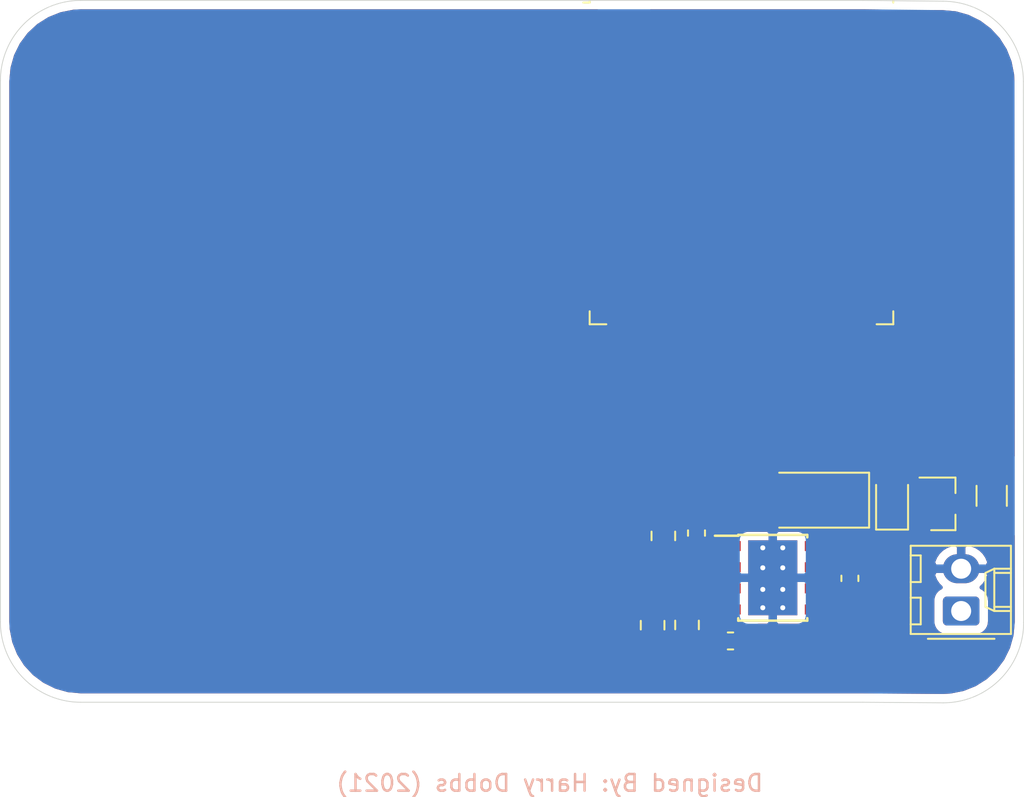
<source format=kicad_pcb>
(kicad_pcb (version 20171130) (host pcbnew 5.1.5+dfsg1-2build2)

  (general
    (thickness 1.6)
    (drawings 11)
    (tracks 0)
    (zones 0)
    (modules 56)
    (nets 86)
  )

  (page A4)
  (layers
    (0 F.Cu signal hide)
    (1 GND power hide)
    (2 POWER power hide)
    (31 B.Cu signal hide)
    (32 B.Adhes user)
    (33 F.Adhes user)
    (34 B.Paste user)
    (35 F.Paste user)
    (36 B.SilkS user)
    (37 F.SilkS user)
    (38 B.Mask user)
    (39 F.Mask user)
    (40 Dwgs.User user)
    (41 Cmts.User user)
    (42 Eco1.User user)
    (43 Eco2.User user)
    (44 Edge.Cuts user)
    (45 Margin user)
    (46 B.CrtYd user)
    (47 F.CrtYd user)
    (48 B.Fab user)
    (49 F.Fab user)
  )

  (setup
    (last_trace_width 0.25)
    (user_trace_width 0.2)
    (user_trace_width 0.25)
    (user_trace_width 0.5)
    (user_trace_width 1)
    (user_trace_width 1.27)
    (trace_clearance 0.2)
    (zone_clearance 0.508)
    (zone_45_only no)
    (trace_min 0.2)
    (via_size 0.8)
    (via_drill 0.4)
    (via_min_size 0.4)
    (via_min_drill 0.3)
    (uvia_size 0.3)
    (uvia_drill 0.1)
    (uvias_allowed no)
    (uvia_min_size 0.2)
    (uvia_min_drill 0.1)
    (edge_width 0.05)
    (segment_width 0.2)
    (pcb_text_width 0.3)
    (pcb_text_size 1.5 1.5)
    (mod_edge_width 0.12)
    (mod_text_size 1 1)
    (mod_text_width 0.15)
    (pad_size 1.524 1.524)
    (pad_drill 0.762)
    (pad_to_mask_clearance 0)
    (aux_axis_origin 0 0)
    (visible_elements FFFFFF7F)
    (pcbplotparams
      (layerselection 0x010fc_ffffffff)
      (usegerberextensions false)
      (usegerberattributes true)
      (usegerberadvancedattributes true)
      (creategerberjobfile true)
      (excludeedgelayer true)
      (linewidth 0.100000)
      (plotframeref false)
      (viasonmask false)
      (mode 1)
      (useauxorigin false)
      (hpglpennumber 1)
      (hpglpenspeed 20)
      (hpglpendiameter 15.000000)
      (psnegative false)
      (psa4output false)
      (plotreference true)
      (plotvalue true)
      (plotinvisibletext false)
      (padsonsilk false)
      (subtractmaskfromsilk false)
      (outputformat 1)
      (mirror false)
      (drillshape 1)
      (scaleselection 1)
      (outputdirectory ""))
  )

  (net 0 "")
  (net 1 GND)
  (net 2 "Net-(U1-Pad36)")
  (net 3 "Net-(U1-Pad32)")
  (net 4 "Net-(U1-Pad31)")
  (net 5 "Net-(U1-Pad30)")
  (net 6 "Net-(U1-Pad29)")
  (net 7 "Net-(U1-Pad26)")
  (net 8 "Net-(U1-Pad24)")
  (net 9 "Net-(U1-Pad23)")
  (net 10 "Net-(U1-Pad22)")
  (net 11 "Net-(U1-Pad21)")
  (net 12 "Net-(U1-Pad20)")
  (net 13 "Net-(U1-Pad19)")
  (net 14 "Net-(U1-Pad18)")
  (net 15 "Net-(U1-Pad17)")
  (net 16 "Net-(U1-Pad16)")
  (net 17 "Net-(U1-Pad13)")
  (net 18 "Net-(U1-Pad12)")
  (net 19 "Net-(U1-Pad11)")
  (net 20 "Net-(U1-Pad10)")
  (net 21 "Net-(U1-Pad9)")
  (net 22 "Net-(U1-Pad5)")
  (net 23 "Net-(U1-Pad4)")
  (net 24 +3V3)
  (net 25 "Net-(C3-Pad1)")
  (net 26 +5V)
  (net 27 "Net-(C14-Pad1)")
  (net 28 "Net-(C18-Pad2)")
  (net 29 "Net-(C19-Pad1)")
  (net 30 RESET)
  (net 31 "Net-(C21-Pad1)")
  (net 32 "Net-(D1-Pad2)")
  (net 33 "Net-(D1-Pad1)")
  (net 34 "Net-(D2-Pad2)")
  (net 35 "Net-(D2-Pad1)")
  (net 36 "Net-(J2-Pad4)")
  (net 37 MOTOR1_NEGATIVE)
  (net 38 MOTOR1_POSITIVE)
  (net 39 GPIO0)
  (net 40 DTR)
  (net 41 "Net-(Q1-Pad1)")
  (net 42 RTS)
  (net 43 "Net-(Q2-Pad1)")
  (net 44 LIGHT_SENSOR)
  (net 45 TEMP_HUMID_SEN)
  (net 46 "Net-(R3-Pad2)")
  (net 47 RX_CP)
  (net 48 "Net-(R4-Pad2)")
  (net 49 TX_CP)
  (net 50 MOISTURE_SENSOR)
  (net 51 IN2)
  (net 52 IN1)
  (net 53 D+)
  (net 54 D-)
  (net 55 "Net-(U4-Pad3)")
  (net 56 "Net-(U5-Pad10)")
  (net 57 "Net-(U5-Pad9)")
  (net 58 "Net-(U5-Pad8)")
  (net 59 "Net-(U5-Pad7)")
  (net 60 "Net-(U5-Pad5)")
  (net 61 "Net-(U6-Pad24)")
  (net 62 "Net-(U6-Pad22)")
  (net 63 "Net-(U6-Pad18)")
  (net 64 "Net-(U6-Pad17)")
  (net 65 "Net-(U6-Pad15)")
  (net 66 "Net-(U6-Pad14)")
  (net 67 "Net-(U6-Pad13)")
  (net 68 "Net-(U6-Pad12)")
  (net 69 "Net-(U6-Pad11)")
  (net 70 "Net-(U6-Pad10)")
  (net 71 "Net-(U6-Pad9)")
  (net 72 "Net-(U6-Pad1)")
  (net 73 "Net-(J2-Pad6)")
  (net 74 USB_D+)
  (net 75 USB_D-)
  (net 76 "Net-(U1-Pad6)")
  (net 77 "Net-(C4-Pad2)")
  (net 78 "Net-(C4-Pad1)")
  (net 79 /power/VIN)
  (net 80 "Net-(F1-Pad1)")
  (net 81 "Net-(D3-Pad2)")
  (net 82 "Net-(U2-Pad5)")
  (net 83 "Net-(R12-Pad2)")
  (net 84 "Net-(U2-Pad3)")
  (net 85 "Net-(U2-Pad2)")

  (net_class Default "This is the default net class."
    (clearance 0.2)
    (trace_width 0.25)
    (via_dia 0.8)
    (via_drill 0.4)
    (uvia_dia 0.3)
    (uvia_drill 0.1)
    (add_net +3V3)
    (add_net +5V)
    (add_net /power/VIN)
    (add_net D+)
    (add_net D-)
    (add_net DTR)
    (add_net GND)
    (add_net GPIO0)
    (add_net IN1)
    (add_net IN2)
    (add_net LIGHT_SENSOR)
    (add_net MOISTURE_SENSOR)
    (add_net MOTOR1_NEGATIVE)
    (add_net MOTOR1_POSITIVE)
    (add_net "Net-(C14-Pad1)")
    (add_net "Net-(C18-Pad2)")
    (add_net "Net-(C19-Pad1)")
    (add_net "Net-(C21-Pad1)")
    (add_net "Net-(C3-Pad1)")
    (add_net "Net-(C4-Pad1)")
    (add_net "Net-(C4-Pad2)")
    (add_net "Net-(D1-Pad1)")
    (add_net "Net-(D1-Pad2)")
    (add_net "Net-(D2-Pad1)")
    (add_net "Net-(D2-Pad2)")
    (add_net "Net-(D3-Pad2)")
    (add_net "Net-(F1-Pad1)")
    (add_net "Net-(J2-Pad4)")
    (add_net "Net-(J2-Pad6)")
    (add_net "Net-(Q1-Pad1)")
    (add_net "Net-(Q2-Pad1)")
    (add_net "Net-(R12-Pad2)")
    (add_net "Net-(R3-Pad2)")
    (add_net "Net-(R4-Pad2)")
    (add_net "Net-(U1-Pad10)")
    (add_net "Net-(U1-Pad11)")
    (add_net "Net-(U1-Pad12)")
    (add_net "Net-(U1-Pad13)")
    (add_net "Net-(U1-Pad16)")
    (add_net "Net-(U1-Pad17)")
    (add_net "Net-(U1-Pad18)")
    (add_net "Net-(U1-Pad19)")
    (add_net "Net-(U1-Pad20)")
    (add_net "Net-(U1-Pad21)")
    (add_net "Net-(U1-Pad22)")
    (add_net "Net-(U1-Pad23)")
    (add_net "Net-(U1-Pad24)")
    (add_net "Net-(U1-Pad26)")
    (add_net "Net-(U1-Pad29)")
    (add_net "Net-(U1-Pad30)")
    (add_net "Net-(U1-Pad31)")
    (add_net "Net-(U1-Pad32)")
    (add_net "Net-(U1-Pad36)")
    (add_net "Net-(U1-Pad4)")
    (add_net "Net-(U1-Pad5)")
    (add_net "Net-(U1-Pad6)")
    (add_net "Net-(U1-Pad9)")
    (add_net "Net-(U2-Pad2)")
    (add_net "Net-(U2-Pad3)")
    (add_net "Net-(U2-Pad5)")
    (add_net "Net-(U4-Pad3)")
    (add_net "Net-(U5-Pad10)")
    (add_net "Net-(U5-Pad5)")
    (add_net "Net-(U5-Pad7)")
    (add_net "Net-(U5-Pad8)")
    (add_net "Net-(U5-Pad9)")
    (add_net "Net-(U6-Pad1)")
    (add_net "Net-(U6-Pad10)")
    (add_net "Net-(U6-Pad11)")
    (add_net "Net-(U6-Pad12)")
    (add_net "Net-(U6-Pad13)")
    (add_net "Net-(U6-Pad14)")
    (add_net "Net-(U6-Pad15)")
    (add_net "Net-(U6-Pad17)")
    (add_net "Net-(U6-Pad18)")
    (add_net "Net-(U6-Pad22)")
    (add_net "Net-(U6-Pad24)")
    (add_net "Net-(U6-Pad9)")
    (add_net RESET)
    (add_net RTS)
    (add_net RX_CP)
    (add_net TEMP_HUMID_SEN)
    (add_net TX_CP)
    (add_net USB_D+)
    (add_net USB_D-)
  )

  (net_class Power ""
    (clearance 0.2)
    (trace_width 1)
    (via_dia 0.8)
    (via_drill 0.4)
    (uvia_dia 0.3)
    (uvia_drill 0.1)
  )

  (module Diode_SMD:D_SMA (layer F.Cu) (tedit 586432E5) (tstamp 62D3909B)
    (at 258.59232 129.8448 180)
    (descr "Diode SMA (DO-214AC)")
    (tags "Diode SMA (DO-214AC)")
    (path /62D8A179/62DFD261)
    (attr smd)
    (fp_text reference D4 (at 0 -2.5) (layer F.SilkS) hide
      (effects (font (size 1 1) (thickness 0.15)))
    )
    (fp_text value B340 (at 0 2.6) (layer F.Fab)
      (effects (font (size 1 1) (thickness 0.15)))
    )
    (fp_line (start -3.4 -1.65) (end 2 -1.65) (layer F.SilkS) (width 0.12))
    (fp_line (start -3.4 1.65) (end 2 1.65) (layer F.SilkS) (width 0.12))
    (fp_line (start -0.64944 0.00102) (end 0.50118 -0.79908) (layer F.Fab) (width 0.1))
    (fp_line (start -0.64944 0.00102) (end 0.50118 0.75032) (layer F.Fab) (width 0.1))
    (fp_line (start 0.50118 0.75032) (end 0.50118 -0.79908) (layer F.Fab) (width 0.1))
    (fp_line (start -0.64944 -0.79908) (end -0.64944 0.80112) (layer F.Fab) (width 0.1))
    (fp_line (start 0.50118 0.00102) (end 1.4994 0.00102) (layer F.Fab) (width 0.1))
    (fp_line (start -0.64944 0.00102) (end -1.55114 0.00102) (layer F.Fab) (width 0.1))
    (fp_line (start -3.5 1.75) (end -3.5 -1.75) (layer F.CrtYd) (width 0.05))
    (fp_line (start 3.5 1.75) (end -3.5 1.75) (layer F.CrtYd) (width 0.05))
    (fp_line (start 3.5 -1.75) (end 3.5 1.75) (layer F.CrtYd) (width 0.05))
    (fp_line (start -3.5 -1.75) (end 3.5 -1.75) (layer F.CrtYd) (width 0.05))
    (fp_line (start 2.3 -1.5) (end -2.3 -1.5) (layer F.Fab) (width 0.1))
    (fp_line (start 2.3 -1.5) (end 2.3 1.5) (layer F.Fab) (width 0.1))
    (fp_line (start -2.3 1.5) (end -2.3 -1.5) (layer F.Fab) (width 0.1))
    (fp_line (start 2.3 1.5) (end -2.3 1.5) (layer F.Fab) (width 0.1))
    (fp_line (start -3.4 -1.65) (end -3.4 1.65) (layer F.SilkS) (width 0.12))
    (fp_text user %R (at 0 -2.5) (layer F.Fab)
      (effects (font (size 1 1) (thickness 0.15)))
    )
    (pad 2 smd rect (at 2 0 180) (size 2.5 1.8) (layers F.Cu F.Paste F.Mask)
      (net 1 GND))
    (pad 1 smd rect (at -2 0 180) (size 2.5 1.8) (layers F.Cu F.Paste F.Mask)
      (net 78 "Net-(C4-Pad1)"))
    (model ${KISYS3DMOD}/Diode_SMD.3dshapes/D_SMA.wrl
      (at (xyz 0 0 0))
      (scale (xyz 1 1 1))
      (rotate (xyz 0 0 0))
    )
  )

  (module MountingHole:MountingHole_4.3mm_M4_Pad_Via (layer F.Cu) (tedit 56DDBFD7) (tstamp 605F860E)
    (at 193.98488 96.266)
    (descr "Mounting Hole 4.3mm, M4")
    (tags "mounting hole 4.3mm m4")
    (path /61BE6126)
    (attr virtual)
    (fp_text reference H4 (at 0 -5.3) (layer F.SilkS) hide
      (effects (font (size 1 1) (thickness 0.15)))
    )
    (fp_text value BL (at 0 5.3) (layer F.Fab)
      (effects (font (size 1 1) (thickness 0.15)))
    )
    (fp_circle (center 0 0) (end 4.55 0) (layer F.CrtYd) (width 0.05))
    (fp_circle (center 0 0) (end 4.3 0) (layer Cmts.User) (width 0.15))
    (fp_text user %R (at 0.3 0) (layer F.Fab)
      (effects (font (size 1 1) (thickness 0.15)))
    )
    (pad 1 thru_hole circle (at 2.280419 -2.280419) (size 0.9 0.9) (drill 0.6) (layers *.Cu *.Mask))
    (pad 1 thru_hole circle (at 0 -3.225) (size 0.9 0.9) (drill 0.6) (layers *.Cu *.Mask))
    (pad 1 thru_hole circle (at -2.280419 -2.280419) (size 0.9 0.9) (drill 0.6) (layers *.Cu *.Mask))
    (pad 1 thru_hole circle (at -3.225 0) (size 0.9 0.9) (drill 0.6) (layers *.Cu *.Mask))
    (pad 1 thru_hole circle (at -2.280419 2.280419) (size 0.9 0.9) (drill 0.6) (layers *.Cu *.Mask))
    (pad 1 thru_hole circle (at 0 3.225) (size 0.9 0.9) (drill 0.6) (layers *.Cu *.Mask))
    (pad 1 thru_hole circle (at 2.280419 2.280419) (size 0.9 0.9) (drill 0.6) (layers *.Cu *.Mask))
    (pad 1 thru_hole circle (at 3.225 0) (size 0.9 0.9) (drill 0.6) (layers *.Cu *.Mask))
    (pad 1 thru_hole circle (at 0 0) (size 8.6 8.6) (drill 4.3) (layers *.Cu *.Mask))
  )

  (module Resistor_SMD:R_0805_2012Metric (layer F.Cu) (tedit 5B36C52B) (tstamp 62D3F09B)
    (at 248.98604 137.35534 270)
    (descr "Resistor SMD 0805 (2012 Metric), square (rectangular) end terminal, IPC_7351 nominal, (Body size source: https://docs.google.com/spreadsheets/d/1BsfQQcO9C6DZCsRaXUlFlo91Tg2WpOkGARC1WS5S8t0/edit?usp=sharing), generated with kicad-footprint-generator")
    (tags resistor)
    (path /62D8A179/62DF1415)
    (attr smd)
    (fp_text reference R13 (at 0 -1.65 90) (layer F.SilkS) hide
      (effects (font (size 1 1) (thickness 0.15)))
    )
    (fp_text value 5.9k (at 0 1.65 90) (layer F.Fab)
      (effects (font (size 1 1) (thickness 0.15)))
    )
    (fp_text user %R (at 0 0 90) (layer F.Fab)
      (effects (font (size 0.5 0.5) (thickness 0.08)))
    )
    (fp_line (start 1.68 0.95) (end -1.68 0.95) (layer F.CrtYd) (width 0.05))
    (fp_line (start 1.68 -0.95) (end 1.68 0.95) (layer F.CrtYd) (width 0.05))
    (fp_line (start -1.68 -0.95) (end 1.68 -0.95) (layer F.CrtYd) (width 0.05))
    (fp_line (start -1.68 0.95) (end -1.68 -0.95) (layer F.CrtYd) (width 0.05))
    (fp_line (start -0.258578 0.71) (end 0.258578 0.71) (layer F.SilkS) (width 0.12))
    (fp_line (start -0.258578 -0.71) (end 0.258578 -0.71) (layer F.SilkS) (width 0.12))
    (fp_line (start 1 0.6) (end -1 0.6) (layer F.Fab) (width 0.1))
    (fp_line (start 1 -0.6) (end 1 0.6) (layer F.Fab) (width 0.1))
    (fp_line (start -1 -0.6) (end 1 -0.6) (layer F.Fab) (width 0.1))
    (fp_line (start -1 0.6) (end -1 -0.6) (layer F.Fab) (width 0.1))
    (pad 2 smd roundrect (at 0.9375 0 270) (size 0.975 1.4) (layers F.Cu F.Paste F.Mask) (roundrect_rratio 0.25)
      (net 1 GND))
    (pad 1 smd roundrect (at -0.9375 0 270) (size 0.975 1.4) (layers F.Cu F.Paste F.Mask) (roundrect_rratio 0.25)
      (net 83 "Net-(R12-Pad2)"))
    (model ${KISYS3DMOD}/Resistor_SMD.3dshapes/R_0805_2012Metric.wrl
      (at (xyz 0 0 0))
      (scale (xyz 1 1 1))
      (rotate (xyz 0 0 0))
    )
  )

  (module Resistor_SMD:R_0805_2012Metric (layer F.Cu) (tedit 5B36C52B) (tstamp 62D3F08A)
    (at 251.0536 137.34288 90)
    (descr "Resistor SMD 0805 (2012 Metric), square (rectangular) end terminal, IPC_7351 nominal, (Body size source: https://docs.google.com/spreadsheets/d/1BsfQQcO9C6DZCsRaXUlFlo91Tg2WpOkGARC1WS5S8t0/edit?usp=sharing), generated with kicad-footprint-generator")
    (tags resistor)
    (path /62D8A179/62DEF185)
    (attr smd)
    (fp_text reference R12 (at 0 -1.65 90) (layer F.SilkS) hide
      (effects (font (size 1 1) (thickness 0.15)))
    )
    (fp_text value 10k (at 0 1.65 90) (layer F.Fab)
      (effects (font (size 1 1) (thickness 0.15)))
    )
    (fp_text user %R (at 0 0 90) (layer F.Fab)
      (effects (font (size 0.5 0.5) (thickness 0.08)))
    )
    (fp_line (start 1.68 0.95) (end -1.68 0.95) (layer F.CrtYd) (width 0.05))
    (fp_line (start 1.68 -0.95) (end 1.68 0.95) (layer F.CrtYd) (width 0.05))
    (fp_line (start -1.68 -0.95) (end 1.68 -0.95) (layer F.CrtYd) (width 0.05))
    (fp_line (start -1.68 0.95) (end -1.68 -0.95) (layer F.CrtYd) (width 0.05))
    (fp_line (start -0.258578 0.71) (end 0.258578 0.71) (layer F.SilkS) (width 0.12))
    (fp_line (start -0.258578 -0.71) (end 0.258578 -0.71) (layer F.SilkS) (width 0.12))
    (fp_line (start 1 0.6) (end -1 0.6) (layer F.Fab) (width 0.1))
    (fp_line (start 1 -0.6) (end 1 0.6) (layer F.Fab) (width 0.1))
    (fp_line (start -1 -0.6) (end 1 -0.6) (layer F.Fab) (width 0.1))
    (fp_line (start -1 0.6) (end -1 -0.6) (layer F.Fab) (width 0.1))
    (pad 2 smd roundrect (at 0.9375 0 90) (size 0.975 1.4) (layers F.Cu F.Paste F.Mask) (roundrect_rratio 0.25)
      (net 83 "Net-(R12-Pad2)"))
    (pad 1 smd roundrect (at -0.9375 0 90) (size 0.975 1.4) (layers F.Cu F.Paste F.Mask) (roundrect_rratio 0.25)
      (net 24 +3V3))
    (model ${KISYS3DMOD}/Resistor_SMD.3dshapes/R_0805_2012Metric.wrl
      (at (xyz 0 0 0))
      (scale (xyz 1 1 1))
      (rotate (xyz 0 0 0))
    )
  )

  (module Resistor_SMD:R_0805_2012Metric (layer F.Cu) (tedit 5B36C52B) (tstamp 62D3EF59)
    (at 232.26324 78.12096)
    (descr "Resistor SMD 0805 (2012 Metric), square (rectangular) end terminal, IPC_7351 nominal, (Body size source: https://docs.google.com/spreadsheets/d/1BsfQQcO9C6DZCsRaXUlFlo91Tg2WpOkGARC1WS5S8t0/edit?usp=sharing), generated with kicad-footprint-generator")
    (tags resistor)
    (path /62D8A179/62E3EDFB)
    (attr smd)
    (fp_text reference R2 (at 0 -1.65) (layer F.SilkS)
      (effects (font (size 1 1) (thickness 0.15)))
    )
    (fp_text value 10k (at 0 1.65) (layer F.Fab)
      (effects (font (size 1 1) (thickness 0.15)))
    )
    (fp_text user %R (at 0 0) (layer F.Fab)
      (effects (font (size 0.5 0.5) (thickness 0.08)))
    )
    (fp_line (start 1.68 0.95) (end -1.68 0.95) (layer F.CrtYd) (width 0.05))
    (fp_line (start 1.68 -0.95) (end 1.68 0.95) (layer F.CrtYd) (width 0.05))
    (fp_line (start -1.68 -0.95) (end 1.68 -0.95) (layer F.CrtYd) (width 0.05))
    (fp_line (start -1.68 0.95) (end -1.68 -0.95) (layer F.CrtYd) (width 0.05))
    (fp_line (start -0.258578 0.71) (end 0.258578 0.71) (layer F.SilkS) (width 0.12))
    (fp_line (start -0.258578 -0.71) (end 0.258578 -0.71) (layer F.SilkS) (width 0.12))
    (fp_line (start 1 0.6) (end -1 0.6) (layer F.Fab) (width 0.1))
    (fp_line (start 1 -0.6) (end 1 0.6) (layer F.Fab) (width 0.1))
    (fp_line (start -1 -0.6) (end 1 -0.6) (layer F.Fab) (width 0.1))
    (fp_line (start -1 0.6) (end -1 -0.6) (layer F.Fab) (width 0.1))
    (pad 2 smd roundrect (at 0.9375 0) (size 0.975 1.4) (layers F.Cu F.Paste F.Mask) (roundrect_rratio 0.25)
      (net 1 GND))
    (pad 1 smd roundrect (at -0.9375 0) (size 0.975 1.4) (layers F.Cu F.Paste F.Mask) (roundrect_rratio 0.25)
      (net 81 "Net-(D3-Pad2)"))
    (model ${KISYS3DMOD}/Resistor_SMD.3dshapes/R_0805_2012Metric.wrl
      (at (xyz 0 0 0))
      (scale (xyz 1 1 1))
      (rotate (xyz 0 0 0))
    )
  )

  (module Inductor_SMD:L_0805_2012Metric (layer F.Cu) (tedit 5B36C52B) (tstamp 62D3EE8A)
    (at 249.6312 131.99364 270)
    (descr "Inductor SMD 0805 (2012 Metric), square (rectangular) end terminal, IPC_7351 nominal, (Body size source: https://docs.google.com/spreadsheets/d/1BsfQQcO9C6DZCsRaXUlFlo91Tg2WpOkGARC1WS5S8t0/edit?usp=sharing), generated with kicad-footprint-generator")
    (tags inductor)
    (path /62D8A179/62E0858B)
    (attr smd)
    (fp_text reference L1 (at 0 -1.65 90) (layer F.SilkS) hide
      (effects (font (size 1 1) (thickness 0.15)))
    )
    (fp_text value L_Small (at 0 1.65 90) (layer F.Fab)
      (effects (font (size 1 1) (thickness 0.15)))
    )
    (fp_text user %R (at 0 0 90) (layer F.Fab)
      (effects (font (size 0.5 0.5) (thickness 0.08)))
    )
    (fp_line (start 1.68 0.95) (end -1.68 0.95) (layer F.CrtYd) (width 0.05))
    (fp_line (start 1.68 -0.95) (end 1.68 0.95) (layer F.CrtYd) (width 0.05))
    (fp_line (start -1.68 -0.95) (end 1.68 -0.95) (layer F.CrtYd) (width 0.05))
    (fp_line (start -1.68 0.95) (end -1.68 -0.95) (layer F.CrtYd) (width 0.05))
    (fp_line (start -0.258578 0.71) (end 0.258578 0.71) (layer F.SilkS) (width 0.12))
    (fp_line (start -0.258578 -0.71) (end 0.258578 -0.71) (layer F.SilkS) (width 0.12))
    (fp_line (start 1 0.6) (end -1 0.6) (layer F.Fab) (width 0.1))
    (fp_line (start 1 -0.6) (end 1 0.6) (layer F.Fab) (width 0.1))
    (fp_line (start -1 -0.6) (end 1 -0.6) (layer F.Fab) (width 0.1))
    (fp_line (start -1 0.6) (end -1 -0.6) (layer F.Fab) (width 0.1))
    (pad 2 smd roundrect (at 0.9375 0 270) (size 0.975 1.4) (layers F.Cu F.Paste F.Mask) (roundrect_rratio 0.25)
      (net 24 +3V3))
    (pad 1 smd roundrect (at -0.9375 0 270) (size 0.975 1.4) (layers F.Cu F.Paste F.Mask) (roundrect_rratio 0.25)
      (net 78 "Net-(C4-Pad1)"))
    (model ${KISYS3DMOD}/Inductor_SMD.3dshapes/L_0805_2012Metric.wrl
      (at (xyz 0 0 0))
      (scale (xyz 1 1 1))
      (rotate (xyz 0 0 0))
    )
  )

  (module Diode_SMD:D_0805_2012Metric (layer F.Cu) (tedit 5B36C52B) (tstamp 62D3EC35)
    (at 263.3726 129.92838 90)
    (descr "Diode SMD 0805 (2012 Metric), square (rectangular) end terminal, IPC_7351 nominal, (Body size source: https://docs.google.com/spreadsheets/d/1BsfQQcO9C6DZCsRaXUlFlo91Tg2WpOkGARC1WS5S8t0/edit?usp=sharing), generated with kicad-footprint-generator")
    (tags diode)
    (path /62D8A179/62E421A4)
    (attr smd)
    (fp_text reference D3 (at 0 -1.65 90) (layer F.SilkS) hide
      (effects (font (size 1 1) (thickness 0.15)))
    )
    (fp_text value D_Zener (at 0 1.65 90) (layer F.Fab)
      (effects (font (size 1 1) (thickness 0.15)))
    )
    (fp_text user %R (at 0 0 90) (layer F.Fab)
      (effects (font (size 0.5 0.5) (thickness 0.08)))
    )
    (fp_line (start 1.68 0.95) (end -1.68 0.95) (layer F.CrtYd) (width 0.05))
    (fp_line (start 1.68 -0.95) (end 1.68 0.95) (layer F.CrtYd) (width 0.05))
    (fp_line (start -1.68 -0.95) (end 1.68 -0.95) (layer F.CrtYd) (width 0.05))
    (fp_line (start -1.68 0.95) (end -1.68 -0.95) (layer F.CrtYd) (width 0.05))
    (fp_line (start -1.685 0.96) (end 1 0.96) (layer F.SilkS) (width 0.12))
    (fp_line (start -1.685 -0.96) (end -1.685 0.96) (layer F.SilkS) (width 0.12))
    (fp_line (start 1 -0.96) (end -1.685 -0.96) (layer F.SilkS) (width 0.12))
    (fp_line (start 1 0.6) (end 1 -0.6) (layer F.Fab) (width 0.1))
    (fp_line (start -1 0.6) (end 1 0.6) (layer F.Fab) (width 0.1))
    (fp_line (start -1 -0.3) (end -1 0.6) (layer F.Fab) (width 0.1))
    (fp_line (start -0.7 -0.6) (end -1 -0.3) (layer F.Fab) (width 0.1))
    (fp_line (start 1 -0.6) (end -0.7 -0.6) (layer F.Fab) (width 0.1))
    (pad 2 smd roundrect (at 0.9375 0 90) (size 0.975 1.4) (layers F.Cu F.Paste F.Mask) (roundrect_rratio 0.25)
      (net 81 "Net-(D3-Pad2)"))
    (pad 1 smd roundrect (at -0.9375 0 90) (size 0.975 1.4) (layers F.Cu F.Paste F.Mask) (roundrect_rratio 0.25)
      (net 25 "Net-(C3-Pad1)"))
    (model ${KISYS3DMOD}/Diode_SMD.3dshapes/D_0805_2012Metric.wrl
      (at (xyz 0 0 0))
      (scale (xyz 1 1 1))
      (rotate (xyz 0 0 0))
    )
  )

  (module Package_DFN_QFN:QFN-24-1EP_4x4mm_P0.5mm_EP2.6x2.6mm (layer F.Cu) (tedit 5C1FD453) (tstamp 62D39416)
    (at 256.463081 67.345361)
    (descr "QFN, 24 Pin (http://ww1.microchip.com/downloads/en/PackagingSpec/00000049BQ.pdf#page=278), generated with kicad-footprint-generator ipc_dfn_qfn_generator.py")
    (tags "QFN DFN_QFN")
    (path /6060CAA7)
    (attr smd)
    (fp_text reference U6 (at 0 -3.3) (layer F.SilkS)
      (effects (font (size 1 1) (thickness 0.15)))
    )
    (fp_text value CP2104 (at 0 3.3) (layer F.Fab)
      (effects (font (size 1 1) (thickness 0.15)))
    )
    (fp_text user %R (at 0 0) (layer F.Fab)
      (effects (font (size 1 1) (thickness 0.15)))
    )
    (fp_line (start 2.6 -2.6) (end -2.6 -2.6) (layer F.CrtYd) (width 0.05))
    (fp_line (start 2.6 2.6) (end 2.6 -2.6) (layer F.CrtYd) (width 0.05))
    (fp_line (start -2.6 2.6) (end 2.6 2.6) (layer F.CrtYd) (width 0.05))
    (fp_line (start -2.6 -2.6) (end -2.6 2.6) (layer F.CrtYd) (width 0.05))
    (fp_line (start -2 -1) (end -1 -2) (layer F.Fab) (width 0.1))
    (fp_line (start -2 2) (end -2 -1) (layer F.Fab) (width 0.1))
    (fp_line (start 2 2) (end -2 2) (layer F.Fab) (width 0.1))
    (fp_line (start 2 -2) (end 2 2) (layer F.Fab) (width 0.1))
    (fp_line (start -1 -2) (end 2 -2) (layer F.Fab) (width 0.1))
    (fp_line (start -1.635 -2.11) (end -2.11 -2.11) (layer F.SilkS) (width 0.12))
    (fp_line (start 2.11 2.11) (end 2.11 1.635) (layer F.SilkS) (width 0.12))
    (fp_line (start 1.635 2.11) (end 2.11 2.11) (layer F.SilkS) (width 0.12))
    (fp_line (start -2.11 2.11) (end -2.11 1.635) (layer F.SilkS) (width 0.12))
    (fp_line (start -1.635 2.11) (end -2.11 2.11) (layer F.SilkS) (width 0.12))
    (fp_line (start 2.11 -2.11) (end 2.11 -1.635) (layer F.SilkS) (width 0.12))
    (fp_line (start 1.635 -2.11) (end 2.11 -2.11) (layer F.SilkS) (width 0.12))
    (pad 24 smd roundrect (at -1.25 -1.9375) (size 0.25 0.825) (layers F.Cu F.Paste F.Mask) (roundrect_rratio 0.25)
      (net 61 "Net-(U6-Pad24)"))
    (pad 23 smd roundrect (at -0.75 -1.9375) (size 0.25 0.825) (layers F.Cu F.Paste F.Mask) (roundrect_rratio 0.25)
      (net 40 DTR))
    (pad 22 smd roundrect (at -0.25 -1.9375) (size 0.25 0.825) (layers F.Cu F.Paste F.Mask) (roundrect_rratio 0.25)
      (net 62 "Net-(U6-Pad22)"))
    (pad 21 smd roundrect (at 0.25 -1.9375) (size 0.25 0.825) (layers F.Cu F.Paste F.Mask) (roundrect_rratio 0.25)
      (net 49 TX_CP))
    (pad 20 smd roundrect (at 0.75 -1.9375) (size 0.25 0.825) (layers F.Cu F.Paste F.Mask) (roundrect_rratio 0.25)
      (net 47 RX_CP))
    (pad 19 smd roundrect (at 1.25 -1.9375) (size 0.25 0.825) (layers F.Cu F.Paste F.Mask) (roundrect_rratio 0.25)
      (net 42 RTS))
    (pad 18 smd roundrect (at 1.9375 -1.25) (size 0.825 0.25) (layers F.Cu F.Paste F.Mask) (roundrect_rratio 0.25)
      (net 63 "Net-(U6-Pad18)"))
    (pad 17 smd roundrect (at 1.9375 -0.75) (size 0.825 0.25) (layers F.Cu F.Paste F.Mask) (roundrect_rratio 0.25)
      (net 64 "Net-(U6-Pad17)"))
    (pad 16 smd roundrect (at 1.9375 -0.25) (size 0.825 0.25) (layers F.Cu F.Paste F.Mask) (roundrect_rratio 0.25)
      (net 29 "Net-(C19-Pad1)"))
    (pad 15 smd roundrect (at 1.9375 0.25) (size 0.825 0.25) (layers F.Cu F.Paste F.Mask) (roundrect_rratio 0.25)
      (net 65 "Net-(U6-Pad15)"))
    (pad 14 smd roundrect (at 1.9375 0.75) (size 0.825 0.25) (layers F.Cu F.Paste F.Mask) (roundrect_rratio 0.25)
      (net 66 "Net-(U6-Pad14)"))
    (pad 13 smd roundrect (at 1.9375 1.25) (size 0.825 0.25) (layers F.Cu F.Paste F.Mask) (roundrect_rratio 0.25)
      (net 67 "Net-(U6-Pad13)"))
    (pad 12 smd roundrect (at 1.25 1.9375) (size 0.25 0.825) (layers F.Cu F.Paste F.Mask) (roundrect_rratio 0.25)
      (net 68 "Net-(U6-Pad12)"))
    (pad 11 smd roundrect (at 0.75 1.9375) (size 0.25 0.825) (layers F.Cu F.Paste F.Mask) (roundrect_rratio 0.25)
      (net 69 "Net-(U6-Pad11)"))
    (pad 10 smd roundrect (at 0.25 1.9375) (size 0.25 0.825) (layers F.Cu F.Paste F.Mask) (roundrect_rratio 0.25)
      (net 70 "Net-(U6-Pad10)"))
    (pad 9 smd roundrect (at -0.25 1.9375) (size 0.25 0.825) (layers F.Cu F.Paste F.Mask) (roundrect_rratio 0.25)
      (net 71 "Net-(U6-Pad9)"))
    (pad 8 smd roundrect (at -0.75 1.9375) (size 0.25 0.825) (layers F.Cu F.Paste F.Mask) (roundrect_rratio 0.25)
      (net 26 +5V))
    (pad 7 smd roundrect (at -1.25 1.9375) (size 0.25 0.825) (layers F.Cu F.Paste F.Mask) (roundrect_rratio 0.25)
      (net 24 +3V3))
    (pad 6 smd roundrect (at -1.9375 1.25) (size 0.825 0.25) (layers F.Cu F.Paste F.Mask) (roundrect_rratio 0.25)
      (net 24 +3V3))
    (pad 5 smd roundrect (at -1.9375 0.75) (size 0.825 0.25) (layers F.Cu F.Paste F.Mask) (roundrect_rratio 0.25)
      (net 24 +3V3))
    (pad 4 smd roundrect (at -1.9375 0.25) (size 0.825 0.25) (layers F.Cu F.Paste F.Mask) (roundrect_rratio 0.25)
      (net 54 D-))
    (pad 3 smd roundrect (at -1.9375 -0.25) (size 0.825 0.25) (layers F.Cu F.Paste F.Mask) (roundrect_rratio 0.25)
      (net 53 D+))
    (pad 2 smd roundrect (at -1.9375 -0.75) (size 0.825 0.25) (layers F.Cu F.Paste F.Mask) (roundrect_rratio 0.25)
      (net 1 GND))
    (pad 1 smd roundrect (at -1.9375 -1.25) (size 0.825 0.25) (layers F.Cu F.Paste F.Mask) (roundrect_rratio 0.25)
      (net 72 "Net-(U6-Pad1)"))
    (pad "" smd roundrect (at 0.65 0.65) (size 1.05 1.05) (layers F.Paste) (roundrect_rratio 0.238095))
    (pad "" smd roundrect (at 0.65 -0.65) (size 1.05 1.05) (layers F.Paste) (roundrect_rratio 0.238095))
    (pad "" smd roundrect (at -0.65 0.65) (size 1.05 1.05) (layers F.Paste) (roundrect_rratio 0.238095))
    (pad "" smd roundrect (at -0.65 -0.65) (size 1.05 1.05) (layers F.Paste) (roundrect_rratio 0.238095))
    (pad 25 smd roundrect (at 0 0) (size 2.6 2.6) (layers F.Cu F.Mask) (roundrect_rratio 0.096154)
      (net 1 GND))
    (model ${KISYS3DMOD}/Package_DFN_QFN.3dshapes/QFN-24-1EP_4x4mm_P0.5mm_EP2.6x2.6mm.wrl
      (at (xyz 0 0 0))
      (scale (xyz 1 1 1))
      (rotate (xyz 0 0 0))
    )
  )

  (module Package_SO:TSSOP-16_4.4x5mm_P0.65mm (layer F.Cu) (tedit 5A02F25C) (tstamp 62D393E4)
    (at 273.693081 40.095361)
    (descr "16-Lead Plastic Thin Shrink Small Outline (ST)-4.4 mm Body [TSSOP] (see Microchip Packaging Specification 00000049BS.pdf)")
    (tags "SSOP 0.65")
    (path /608F2FA6)
    (attr smd)
    (fp_text reference U5 (at 0 -3.55) (layer F.SilkS)
      (effects (font (size 1 1) (thickness 0.15)))
    )
    (fp_text value DRV8833PW (at 0 3.55) (layer F.Fab)
      (effects (font (size 1 1) (thickness 0.15)))
    )
    (fp_text user %R (at 0 0) (layer F.Fab)
      (effects (font (size 0.8 0.8) (thickness 0.15)))
    )
    (fp_line (start -3.775 -2.8) (end 2.2 -2.8) (layer F.SilkS) (width 0.15))
    (fp_line (start -2.2 2.725) (end 2.2 2.725) (layer F.SilkS) (width 0.15))
    (fp_line (start -3.95 2.8) (end 3.95 2.8) (layer F.CrtYd) (width 0.05))
    (fp_line (start -3.95 -2.9) (end 3.95 -2.9) (layer F.CrtYd) (width 0.05))
    (fp_line (start 3.95 -2.9) (end 3.95 2.8) (layer F.CrtYd) (width 0.05))
    (fp_line (start -3.95 -2.9) (end -3.95 2.8) (layer F.CrtYd) (width 0.05))
    (fp_line (start -2.2 -1.5) (end -1.2 -2.5) (layer F.Fab) (width 0.15))
    (fp_line (start -2.2 2.5) (end -2.2 -1.5) (layer F.Fab) (width 0.15))
    (fp_line (start 2.2 2.5) (end -2.2 2.5) (layer F.Fab) (width 0.15))
    (fp_line (start 2.2 -2.5) (end 2.2 2.5) (layer F.Fab) (width 0.15))
    (fp_line (start -1.2 -2.5) (end 2.2 -2.5) (layer F.Fab) (width 0.15))
    (pad 16 smd rect (at 2.95 -2.275) (size 1.5 0.45) (layers F.Cu F.Paste F.Mask)
      (net 52 IN1))
    (pad 15 smd rect (at 2.95 -1.625) (size 1.5 0.45) (layers F.Cu F.Paste F.Mask)
      (net 51 IN2))
    (pad 14 smd rect (at 2.95 -0.975) (size 1.5 0.45) (layers F.Cu F.Paste F.Mask)
      (net 27 "Net-(C14-Pad1)"))
    (pad 13 smd rect (at 2.95 -0.325) (size 1.5 0.45) (layers F.Cu F.Paste F.Mask)
      (net 1 GND))
    (pad 12 smd rect (at 2.95 0.325) (size 1.5 0.45) (layers F.Cu F.Paste F.Mask)
      (net 24 +3V3))
    (pad 11 smd rect (at 2.95 0.975) (size 1.5 0.45) (layers F.Cu F.Paste F.Mask)
      (net 28 "Net-(C18-Pad2)"))
    (pad 10 smd rect (at 2.95 1.625) (size 1.5 0.45) (layers F.Cu F.Paste F.Mask)
      (net 56 "Net-(U5-Pad10)"))
    (pad 9 smd rect (at 2.95 2.275) (size 1.5 0.45) (layers F.Cu F.Paste F.Mask)
      (net 57 "Net-(U5-Pad9)"))
    (pad 8 smd rect (at -2.95 2.275) (size 1.5 0.45) (layers F.Cu F.Paste F.Mask)
      (net 58 "Net-(U5-Pad8)"))
    (pad 7 smd rect (at -2.95 1.625) (size 1.5 0.45) (layers F.Cu F.Paste F.Mask)
      (net 59 "Net-(U5-Pad7)"))
    (pad 6 smd rect (at -2.95 0.975) (size 1.5 0.45) (layers F.Cu F.Paste F.Mask)
      (net 1 GND))
    (pad 5 smd rect (at -2.95 0.325) (size 1.5 0.45) (layers F.Cu F.Paste F.Mask)
      (net 60 "Net-(U5-Pad5)"))
    (pad 4 smd rect (at -2.95 -0.325) (size 1.5 0.45) (layers F.Cu F.Paste F.Mask)
      (net 37 MOTOR1_NEGATIVE))
    (pad 3 smd rect (at -2.95 -0.975) (size 1.5 0.45) (layers F.Cu F.Paste F.Mask)
      (net 1 GND))
    (pad 2 smd rect (at -2.95 -1.625) (size 1.5 0.45) (layers F.Cu F.Paste F.Mask)
      (net 38 MOTOR1_POSITIVE))
    (pad 1 smd rect (at -2.95 -2.275) (size 1.5 0.45) (layers F.Cu F.Paste F.Mask)
      (net 24 +3V3))
    (model ${KISYS3DMOD}/Package_SO.3dshapes/TSSOP-16_4.4x5mm_P0.65mm.wrl
      (at (xyz 0 0 0))
      (scale (xyz 1 1 1))
      (rotate (xyz 0 0 0))
    )
  )

  (module Sensor:Aosong_DHT11_5.5x12.0_P2.54mm (layer F.Cu) (tedit 5C4B60CF) (tstamp 62D393C4)
    (at 246.008081 51.680361)
    (descr "Temperature and humidity module, http://akizukidenshi.com/download/ds/aosong/DHT11.pdf")
    (tags "Temperature and humidity module")
    (path /61C55B52)
    (fp_text reference U4 (at -1 -3.5) (layer F.SilkS)
      (effects (font (size 1 1) (thickness 0.15)))
    )
    (fp_text value DHT11 (at 0 11.3) (layer F.Fab)
      (effects (font (size 1 1) (thickness 0.15)))
    )
    (fp_line (start -3.16 -2.6) (end -1.55 -2.6) (layer F.SilkS) (width 0.12))
    (fp_line (start -3.16 -2.6) (end -3.16 -0.6) (layer F.SilkS) (width 0.12))
    (fp_line (start -2.75 -1.19) (end -1.75 -2.19) (layer F.Fab) (width 0.1))
    (fp_line (start -3 10.06) (end -3 -2.44) (layer F.CrtYd) (width 0.05))
    (fp_line (start 3 10.06) (end -3 10.06) (layer F.CrtYd) (width 0.05))
    (fp_line (start 3 -2.44) (end 3 10.06) (layer F.CrtYd) (width 0.05))
    (fp_line (start -3 -2.44) (end 3 -2.44) (layer F.CrtYd) (width 0.05))
    (fp_text user %R (at 0 3.81) (layer F.Fab)
      (effects (font (size 1 1) (thickness 0.15)))
    )
    (fp_line (start -2.88 9.94) (end -2.88 -2.31) (layer F.SilkS) (width 0.12))
    (fp_line (start 2.88 9.94) (end -2.88 9.94) (layer F.SilkS) (width 0.12))
    (fp_line (start 2.88 -2.32) (end 2.88 9.94) (layer F.SilkS) (width 0.12))
    (fp_line (start -2.87 -2.32) (end 2.87 -2.32) (layer F.SilkS) (width 0.12))
    (fp_line (start -2.75 -1.19) (end -2.75 9.81) (layer F.Fab) (width 0.1))
    (fp_line (start 2.75 9.81) (end -2.75 9.81) (layer F.Fab) (width 0.1))
    (fp_line (start 2.75 -2.19) (end 2.75 9.81) (layer F.Fab) (width 0.1))
    (fp_line (start -1.75 -2.19) (end 2.75 -2.19) (layer F.Fab) (width 0.1))
    (pad 4 thru_hole circle (at 0 7.62) (size 1.5 1.5) (drill 0.8) (layers *.Cu *.Mask)
      (net 1 GND))
    (pad 3 thru_hole circle (at 0 5.08) (size 1.5 1.5) (drill 0.8) (layers *.Cu *.Mask)
      (net 55 "Net-(U4-Pad3)"))
    (pad 2 thru_hole circle (at 0 2.54) (size 1.5 1.5) (drill 0.8) (layers *.Cu *.Mask)
      (net 45 TEMP_HUMID_SEN))
    (pad 1 thru_hole rect (at 0 0) (size 1.5 1.5) (drill 0.8) (layers *.Cu *.Mask)
      (net 24 +3V3))
    (model ${KISYS3DMOD}/Sensor.3dshapes/Aosong_DHT11_5.5x12.0_P2.54mm.wrl
      (at (xyz 0 0 0))
      (scale (xyz 1 1 1))
      (rotate (xyz 0 0 0))
    )
  )

  (module Package_TO_SOT_SMD:SOT-23-6 (layer F.Cu) (tedit 5A02FF57) (tstamp 62D393AC)
    (at 253.437921 79.200921)
    (descr "6-pin SOT-23 package")
    (tags SOT-23-6)
    (path /61C5286B)
    (attr smd)
    (fp_text reference U3 (at 0 -2.9) (layer F.SilkS)
      (effects (font (size 1 1) (thickness 0.15)))
    )
    (fp_text value USBLC6-2SC6 (at 0 2.9) (layer F.Fab)
      (effects (font (size 1 1) (thickness 0.15)))
    )
    (fp_line (start 0.9 -1.55) (end 0.9 1.55) (layer F.Fab) (width 0.1))
    (fp_line (start 0.9 1.55) (end -0.9 1.55) (layer F.Fab) (width 0.1))
    (fp_line (start -0.9 -0.9) (end -0.9 1.55) (layer F.Fab) (width 0.1))
    (fp_line (start 0.9 -1.55) (end -0.25 -1.55) (layer F.Fab) (width 0.1))
    (fp_line (start -0.9 -0.9) (end -0.25 -1.55) (layer F.Fab) (width 0.1))
    (fp_line (start -1.9 -1.8) (end -1.9 1.8) (layer F.CrtYd) (width 0.05))
    (fp_line (start -1.9 1.8) (end 1.9 1.8) (layer F.CrtYd) (width 0.05))
    (fp_line (start 1.9 1.8) (end 1.9 -1.8) (layer F.CrtYd) (width 0.05))
    (fp_line (start 1.9 -1.8) (end -1.9 -1.8) (layer F.CrtYd) (width 0.05))
    (fp_line (start 0.9 -1.61) (end -1.55 -1.61) (layer F.SilkS) (width 0.12))
    (fp_line (start -0.9 1.61) (end 0.9 1.61) (layer F.SilkS) (width 0.12))
    (fp_text user %R (at 0 0 90) (layer F.Fab)
      (effects (font (size 0.5 0.5) (thickness 0.075)))
    )
    (pad 5 smd rect (at 1.1 0) (size 1.06 0.65) (layers F.Cu F.Paste F.Mask)
      (net 26 +5V))
    (pad 6 smd rect (at 1.1 -0.95) (size 1.06 0.65) (layers F.Cu F.Paste F.Mask)
      (net 74 USB_D+))
    (pad 4 smd rect (at 1.1 0.95) (size 1.06 0.65) (layers F.Cu F.Paste F.Mask)
      (net 75 USB_D-))
    (pad 3 smd rect (at -1.1 0.95) (size 1.06 0.65) (layers F.Cu F.Paste F.Mask)
      (net 54 D-))
    (pad 2 smd rect (at -1.1 0) (size 1.06 0.65) (layers F.Cu F.Paste F.Mask)
      (net 1 GND))
    (pad 1 smd rect (at -1.1 -0.95) (size 1.06 0.65) (layers F.Cu F.Paste F.Mask)
      (net 53 D+))
    (model ${KISYS3DMOD}/Package_TO_SOT_SMD.3dshapes/SOT-23-6.wrl
      (at (xyz 0 0 0))
      (scale (xyz 1 1 1))
      (rotate (xyz 0 0 0))
    )
  )

  (module Package_SO:TI_SO-PowerPAD-8_ThermalVias (layer F.Cu) (tedit 5A02F2D3) (tstamp 62D39396)
    (at 256.20472 134.50824)
    (descr "8-pin HTSOP package with 1.27mm pin pitch, compatible with SOIC-8, 3.9x4.9mm² body, exposed pad, thermal vias with large copper area, as proposed in http://www.ti.com/lit/ds/symlink/tps5430.pdf")
    (tags "HTSOP 1.27")
    (path /62D8A179/62DE4279)
    (attr smd)
    (fp_text reference U2 (at 0 -3.5) (layer F.SilkS) hide
      (effects (font (size 1 1) (thickness 0.15)))
    )
    (fp_text value TPS5430DDA (at 0 3.5) (layer F.Fab)
      (effects (font (size 1 1) (thickness 0.15)))
    )
    (fp_line (start -2.075 -2.525) (end -3.475 -2.525) (layer F.SilkS) (width 0.15))
    (fp_line (start -2.075 2.575) (end 2.075 2.575) (layer F.SilkS) (width 0.15))
    (fp_line (start -2.075 -2.575) (end 2.075 -2.575) (layer F.SilkS) (width 0.15))
    (fp_line (start -2.075 2.575) (end -2.075 2.43) (layer F.SilkS) (width 0.15))
    (fp_line (start 2.075 2.575) (end 2.075 2.43) (layer F.SilkS) (width 0.15))
    (fp_line (start 2.075 -2.575) (end 2.075 -2.43) (layer F.SilkS) (width 0.15))
    (fp_line (start -2.075 -2.575) (end -2.075 -2.525) (layer F.SilkS) (width 0.15))
    (fp_line (start -3.75 2.75) (end 3.75 2.75) (layer F.CrtYd) (width 0.05))
    (fp_line (start -3.75 -2.75) (end 3.75 -2.75) (layer F.CrtYd) (width 0.05))
    (fp_line (start 3.75 -2.75) (end 3.75 2.75) (layer F.CrtYd) (width 0.05))
    (fp_line (start -3.75 -2.75) (end -3.75 2.75) (layer F.CrtYd) (width 0.05))
    (fp_line (start -1.95 -1.45) (end -0.95 -2.45) (layer F.Fab) (width 0.15))
    (fp_line (start -1.95 2.45) (end -1.95 -1.45) (layer F.Fab) (width 0.15))
    (fp_line (start 1.95 2.45) (end -1.95 2.45) (layer F.Fab) (width 0.15))
    (fp_line (start 1.95 -2.45) (end 1.95 2.45) (layer F.Fab) (width 0.15))
    (fp_line (start -0.95 -2.45) (end 1.95 -2.45) (layer F.Fab) (width 0.15))
    (fp_text user %R (at 0 0) (layer F.Fab)
      (effects (font (size 0.9 0.9) (thickness 0.135)))
    )
    (pad 9 thru_hole circle (at 0.6 1.8) (size 0.6 0.6) (drill 0.3) (layers *.Cu)
      (net 1 GND))
    (pad 9 thru_hole circle (at 0.6 0.7) (size 0.6 0.6) (drill 0.3) (layers *.Cu)
      (net 1 GND))
    (pad 9 thru_hole circle (at -0.6 0.7) (size 0.6 0.6) (drill 0.3) (layers *.Cu)
      (net 1 GND))
    (pad 9 thru_hole circle (at -0.6 1.8) (size 0.6 0.6) (drill 0.3) (layers *.Cu)
      (net 1 GND))
    (pad 9 thru_hole circle (at 0.6 -1.8) (size 0.6 0.6) (drill 0.3) (layers *.Cu)
      (net 1 GND))
    (pad 9 thru_hole circle (at 0.6 -0.6) (size 0.6 0.6) (drill 0.3) (layers *.Cu)
      (net 1 GND))
    (pad 9 thru_hole circle (at -0.6 -0.6) (size 0.6 0.6) (drill 0.3) (layers *.Cu)
      (net 1 GND))
    (pad 9 thru_hole circle (at -0.6 -1.8) (size 0.6 0.6) (drill 0.3) (layers *.Cu)
      (net 1 GND))
    (pad 9 smd rect (at 0 0) (size 2.95 4.5) (layers B.Cu)
      (net 1 GND))
    (pad 8 smd rect (at 2.7 -1.905) (size 1.55 0.6) (layers F.Cu F.Paste F.Mask)
      (net 78 "Net-(C4-Pad1)"))
    (pad 7 smd rect (at 2.7 -0.635) (size 1.55 0.6) (layers F.Cu F.Paste F.Mask)
      (net 25 "Net-(C3-Pad1)"))
    (pad 6 smd rect (at 2.7 0.635) (size 1.55 0.6) (layers F.Cu F.Paste F.Mask)
      (net 1 GND))
    (pad 5 smd rect (at 2.7 1.905) (size 1.55 0.6) (layers F.Cu F.Paste F.Mask)
      (net 82 "Net-(U2-Pad5)"))
    (pad 4 smd rect (at -2.7 1.905) (size 1.55 0.6) (layers F.Cu F.Paste F.Mask)
      (net 83 "Net-(R12-Pad2)"))
    (pad 3 smd rect (at -2.7 0.635) (size 1.55 0.6) (layers F.Cu F.Paste F.Mask)
      (net 84 "Net-(U2-Pad3)"))
    (pad 2 smd rect (at -2.7 -0.635) (size 1.55 0.6) (layers F.Cu F.Paste F.Mask)
      (net 85 "Net-(U2-Pad2)"))
    (pad 1 smd rect (at -2.7 -1.905) (size 1.55 0.6) (layers F.Cu F.Paste F.Mask)
      (net 77 "Net-(C4-Pad2)"))
    (pad 9 smd rect (at 0 0) (size 2.95 4.5) (layers F.Cu)
      (net 1 GND))
    (pad 9 smd rect (at 0 0) (size 2.6 3.1) (layers F.Cu F.Paste F.Mask)
      (net 1 GND))
    (model ${KISYS3DMOD}/Package_SO.3dshapes/HTSOP-8-1EP_3.9x4.9mm_Pitch1.27mm.wrl
      (at (xyz 0 0 0))
      (scale (xyz 1 1 1))
      (rotate (xyz 0 0 0))
    )
  )

  (module RF_Module:ESP32-WROOM-32 (layer F.Cu) (tedit 5B5B4654) (tstamp 62D3936E)
    (at 254.32512 109.3978)
    (descr "Single 2.4 GHz Wi-Fi and Bluetooth combo chip https://www.espressif.com/sites/default/files/documentation/esp32-wroom-32_datasheet_en.pdf")
    (tags "Single 2.4 GHz Wi-Fi and Bluetooth combo  chip")
    (path /605C3D95)
    (attr smd)
    (fp_text reference U1 (at -10.61 8.43 90) (layer F.SilkS) hide
      (effects (font (size 1 1) (thickness 0.15)))
    )
    (fp_text value ESP32-WROOM-32D (at 0 11.5) (layer F.Fab)
      (effects (font (size 1 1) (thickness 0.15)))
    )
    (fp_line (start -9.12 -9.445) (end -9.5 -9.445) (layer F.SilkS) (width 0.12))
    (fp_line (start -9.12 -15.865) (end -9.12 -9.445) (layer F.SilkS) (width 0.12))
    (fp_line (start 9.12 -15.865) (end 9.12 -9.445) (layer F.SilkS) (width 0.12))
    (fp_line (start -9.12 -15.865) (end 9.12 -15.865) (layer F.SilkS) (width 0.12))
    (fp_line (start 9.12 9.88) (end 8.12 9.88) (layer F.SilkS) (width 0.12))
    (fp_line (start 9.12 9.1) (end 9.12 9.88) (layer F.SilkS) (width 0.12))
    (fp_line (start -9.12 9.88) (end -8.12 9.88) (layer F.SilkS) (width 0.12))
    (fp_line (start -9.12 9.1) (end -9.12 9.88) (layer F.SilkS) (width 0.12))
    (fp_line (start 8.4 -20.6) (end 8.2 -20.4) (layer Cmts.User) (width 0.1))
    (fp_line (start 8.4 -16) (end 8.4 -20.6) (layer Cmts.User) (width 0.1))
    (fp_line (start 8.4 -20.6) (end 8.6 -20.4) (layer Cmts.User) (width 0.1))
    (fp_line (start 8.4 -16) (end 8.6 -16.2) (layer Cmts.User) (width 0.1))
    (fp_line (start 8.4 -16) (end 8.2 -16.2) (layer Cmts.User) (width 0.1))
    (fp_line (start -9.2 -13.875) (end -9.4 -14.075) (layer Cmts.User) (width 0.1))
    (fp_line (start -13.8 -13.875) (end -9.2 -13.875) (layer Cmts.User) (width 0.1))
    (fp_line (start -9.2 -13.875) (end -9.4 -13.675) (layer Cmts.User) (width 0.1))
    (fp_line (start -13.8 -13.875) (end -13.6 -13.675) (layer Cmts.User) (width 0.1))
    (fp_line (start -13.8 -13.875) (end -13.6 -14.075) (layer Cmts.User) (width 0.1))
    (fp_line (start 9.2 -13.875) (end 9.4 -13.675) (layer Cmts.User) (width 0.1))
    (fp_line (start 9.2 -13.875) (end 9.4 -14.075) (layer Cmts.User) (width 0.1))
    (fp_line (start 13.8 -13.875) (end 13.6 -13.675) (layer Cmts.User) (width 0.1))
    (fp_line (start 13.8 -13.875) (end 13.6 -14.075) (layer Cmts.User) (width 0.1))
    (fp_line (start 9.2 -13.875) (end 13.8 -13.875) (layer Cmts.User) (width 0.1))
    (fp_line (start 14 -11.585) (end 12 -9.97) (layer Dwgs.User) (width 0.1))
    (fp_line (start 14 -13.2) (end 10 -9.97) (layer Dwgs.User) (width 0.1))
    (fp_line (start 14 -14.815) (end 8 -9.97) (layer Dwgs.User) (width 0.1))
    (fp_line (start 14 -16.43) (end 6 -9.97) (layer Dwgs.User) (width 0.1))
    (fp_line (start 14 -18.045) (end 4 -9.97) (layer Dwgs.User) (width 0.1))
    (fp_line (start 14 -19.66) (end 2 -9.97) (layer Dwgs.User) (width 0.1))
    (fp_line (start 13.475 -20.75) (end 0 -9.97) (layer Dwgs.User) (width 0.1))
    (fp_line (start 11.475 -20.75) (end -2 -9.97) (layer Dwgs.User) (width 0.1))
    (fp_line (start 9.475 -20.75) (end -4 -9.97) (layer Dwgs.User) (width 0.1))
    (fp_line (start 7.475 -20.75) (end -6 -9.97) (layer Dwgs.User) (width 0.1))
    (fp_line (start -8 -9.97) (end 5.475 -20.75) (layer Dwgs.User) (width 0.1))
    (fp_line (start 3.475 -20.75) (end -10 -9.97) (layer Dwgs.User) (width 0.1))
    (fp_line (start 1.475 -20.75) (end -12 -9.97) (layer Dwgs.User) (width 0.1))
    (fp_line (start -0.525 -20.75) (end -14 -9.97) (layer Dwgs.User) (width 0.1))
    (fp_line (start -2.525 -20.75) (end -14 -11.585) (layer Dwgs.User) (width 0.1))
    (fp_line (start -4.525 -20.75) (end -14 -13.2) (layer Dwgs.User) (width 0.1))
    (fp_line (start -6.525 -20.75) (end -14 -14.815) (layer Dwgs.User) (width 0.1))
    (fp_line (start -8.525 -20.75) (end -14 -16.43) (layer Dwgs.User) (width 0.1))
    (fp_line (start -10.525 -20.75) (end -14 -18.045) (layer Dwgs.User) (width 0.1))
    (fp_line (start -12.525 -20.75) (end -14 -19.66) (layer Dwgs.User) (width 0.1))
    (fp_line (start 9.75 -9.72) (end 14.25 -9.72) (layer F.CrtYd) (width 0.05))
    (fp_line (start -14.25 -9.72) (end -9.75 -9.72) (layer F.CrtYd) (width 0.05))
    (fp_line (start 14.25 -21) (end 14.25 -9.72) (layer F.CrtYd) (width 0.05))
    (fp_line (start -14.25 -21) (end -14.25 -9.72) (layer F.CrtYd) (width 0.05))
    (fp_line (start 14 -20.75) (end -14 -20.75) (layer Dwgs.User) (width 0.1))
    (fp_line (start 14 -9.97) (end 14 -20.75) (layer Dwgs.User) (width 0.1))
    (fp_line (start 14 -9.97) (end -14 -9.97) (layer Dwgs.User) (width 0.1))
    (fp_line (start -9 -9.02) (end -8.5 -9.52) (layer F.Fab) (width 0.1))
    (fp_line (start -8.5 -9.52) (end -9 -10.02) (layer F.Fab) (width 0.1))
    (fp_line (start -9 -9.02) (end -9 9.76) (layer F.Fab) (width 0.1))
    (fp_line (start -14.25 -21) (end 14.25 -21) (layer F.CrtYd) (width 0.05))
    (fp_line (start 9.75 -9.72) (end 9.75 10.5) (layer F.CrtYd) (width 0.05))
    (fp_line (start -9.75 10.5) (end 9.75 10.5) (layer F.CrtYd) (width 0.05))
    (fp_line (start -9.75 10.5) (end -9.75 -9.72) (layer F.CrtYd) (width 0.05))
    (fp_line (start -9 -15.745) (end 9 -15.745) (layer F.Fab) (width 0.1))
    (fp_line (start -9 -15.745) (end -9 -10.02) (layer F.Fab) (width 0.1))
    (fp_line (start -9 9.76) (end 9 9.76) (layer F.Fab) (width 0.1))
    (fp_line (start 9 9.76) (end 9 -15.745) (layer F.Fab) (width 0.1))
    (fp_line (start -14 -9.97) (end -14 -20.75) (layer Dwgs.User) (width 0.1))
    (fp_text user "5 mm" (at 7.8 -19.075 90) (layer Cmts.User)
      (effects (font (size 0.5 0.5) (thickness 0.1)))
    )
    (fp_text user "5 mm" (at -11.2 -14.375) (layer Cmts.User)
      (effects (font (size 0.5 0.5) (thickness 0.1)))
    )
    (fp_text user "5 mm" (at 11.8 -14.375) (layer Cmts.User)
      (effects (font (size 0.5 0.5) (thickness 0.1)))
    )
    (fp_text user Antenna (at 0 -13) (layer Cmts.User)
      (effects (font (size 1 1) (thickness 0.15)))
    )
    (fp_text user "KEEP-OUT ZONE" (at 0 -19) (layer Cmts.User)
      (effects (font (size 1 1) (thickness 0.15)))
    )
    (fp_text user %R (at 0 0) (layer F.Fab)
      (effects (font (size 1 1) (thickness 0.15)))
    )
    (pad 38 smd rect (at 8.5 -8.255) (size 2 0.9) (layers F.Cu F.Paste F.Mask)
      (net 1 GND))
    (pad 37 smd rect (at 8.5 -6.985) (size 2 0.9) (layers F.Cu F.Paste F.Mask)
      (net 34 "Net-(D2-Pad2)"))
    (pad 36 smd rect (at 8.5 -5.715) (size 2 0.9) (layers F.Cu F.Paste F.Mask)
      (net 2 "Net-(U1-Pad36)"))
    (pad 35 smd rect (at 8.5 -4.445) (size 2 0.9) (layers F.Cu F.Paste F.Mask)
      (net 46 "Net-(R3-Pad2)"))
    (pad 34 smd rect (at 8.5 -3.175) (size 2 0.9) (layers F.Cu F.Paste F.Mask)
      (net 48 "Net-(R4-Pad2)"))
    (pad 33 smd rect (at 8.5 -1.905) (size 2 0.9) (layers F.Cu F.Paste F.Mask)
      (net 32 "Net-(D1-Pad2)"))
    (pad 32 smd rect (at 8.5 -0.635) (size 2 0.9) (layers F.Cu F.Paste F.Mask)
      (net 3 "Net-(U1-Pad32)"))
    (pad 31 smd rect (at 8.5 0.635) (size 2 0.9) (layers F.Cu F.Paste F.Mask)
      (net 4 "Net-(U1-Pad31)"))
    (pad 30 smd rect (at 8.5 1.905) (size 2 0.9) (layers F.Cu F.Paste F.Mask)
      (net 5 "Net-(U1-Pad30)"))
    (pad 29 smd rect (at 8.5 3.175) (size 2 0.9) (layers F.Cu F.Paste F.Mask)
      (net 6 "Net-(U1-Pad29)"))
    (pad 28 smd rect (at 8.5 4.445) (size 2 0.9) (layers F.Cu F.Paste F.Mask)
      (net 51 IN2))
    (pad 27 smd rect (at 8.5 5.715) (size 2 0.9) (layers F.Cu F.Paste F.Mask)
      (net 52 IN1))
    (pad 26 smd rect (at 8.5 6.985) (size 2 0.9) (layers F.Cu F.Paste F.Mask)
      (net 7 "Net-(U1-Pad26)"))
    (pad 25 smd rect (at 8.5 8.255) (size 2 0.9) (layers F.Cu F.Paste F.Mask)
      (net 39 GPIO0))
    (pad 24 smd rect (at 5.715 9.255 90) (size 2 0.9) (layers F.Cu F.Paste F.Mask)
      (net 8 "Net-(U1-Pad24)"))
    (pad 23 smd rect (at 4.445 9.255 90) (size 2 0.9) (layers F.Cu F.Paste F.Mask)
      (net 9 "Net-(U1-Pad23)"))
    (pad 22 smd rect (at 3.175 9.255 90) (size 2 0.9) (layers F.Cu F.Paste F.Mask)
      (net 10 "Net-(U1-Pad22)"))
    (pad 21 smd rect (at 1.905 9.255 90) (size 2 0.9) (layers F.Cu F.Paste F.Mask)
      (net 11 "Net-(U1-Pad21)"))
    (pad 20 smd rect (at 0.635 9.255 90) (size 2 0.9) (layers F.Cu F.Paste F.Mask)
      (net 12 "Net-(U1-Pad20)"))
    (pad 19 smd rect (at -0.635 9.255 90) (size 2 0.9) (layers F.Cu F.Paste F.Mask)
      (net 13 "Net-(U1-Pad19)"))
    (pad 18 smd rect (at -1.905 9.255 90) (size 2 0.9) (layers F.Cu F.Paste F.Mask)
      (net 14 "Net-(U1-Pad18)"))
    (pad 17 smd rect (at -3.175 9.255 90) (size 2 0.9) (layers F.Cu F.Paste F.Mask)
      (net 15 "Net-(U1-Pad17)"))
    (pad 16 smd rect (at -4.445 9.255 90) (size 2 0.9) (layers F.Cu F.Paste F.Mask)
      (net 16 "Net-(U1-Pad16)"))
    (pad 15 smd rect (at -5.715 9.255 90) (size 2 0.9) (layers F.Cu F.Paste F.Mask)
      (net 1 GND))
    (pad 14 smd rect (at -8.5 8.255) (size 2 0.9) (layers F.Cu F.Paste F.Mask)
      (net 45 TEMP_HUMID_SEN))
    (pad 13 smd rect (at -8.5 6.985) (size 2 0.9) (layers F.Cu F.Paste F.Mask)
      (net 17 "Net-(U1-Pad13)"))
    (pad 12 smd rect (at -8.5 5.715) (size 2 0.9) (layers F.Cu F.Paste F.Mask)
      (net 18 "Net-(U1-Pad12)"))
    (pad 11 smd rect (at -8.5 4.445) (size 2 0.9) (layers F.Cu F.Paste F.Mask)
      (net 19 "Net-(U1-Pad11)"))
    (pad 10 smd rect (at -8.5 3.175) (size 2 0.9) (layers F.Cu F.Paste F.Mask)
      (net 20 "Net-(U1-Pad10)"))
    (pad 9 smd rect (at -8.5 1.905) (size 2 0.9) (layers F.Cu F.Paste F.Mask)
      (net 21 "Net-(U1-Pad9)"))
    (pad 8 smd rect (at -8.5 0.635) (size 2 0.9) (layers F.Cu F.Paste F.Mask)
      (net 44 LIGHT_SENSOR))
    (pad 7 smd rect (at -8.5 -0.635) (size 2 0.9) (layers F.Cu F.Paste F.Mask)
      (net 50 MOISTURE_SENSOR))
    (pad 6 smd rect (at -8.5 -1.905) (size 2 0.9) (layers F.Cu F.Paste F.Mask)
      (net 76 "Net-(U1-Pad6)"))
    (pad 5 smd rect (at -8.5 -3.175) (size 2 0.9) (layers F.Cu F.Paste F.Mask)
      (net 22 "Net-(U1-Pad5)"))
    (pad 4 smd rect (at -8.5 -4.445) (size 2 0.9) (layers F.Cu F.Paste F.Mask)
      (net 23 "Net-(U1-Pad4)"))
    (pad 3 smd rect (at -8.5 -5.715) (size 2 0.9) (layers F.Cu F.Paste F.Mask)
      (net 30 RESET))
    (pad 2 smd rect (at -8.5 -6.985) (size 2 0.9) (layers F.Cu F.Paste F.Mask)
      (net 24 +3V3))
    (pad 1 smd rect (at -8.5 -8.255) (size 2 0.9) (layers F.Cu F.Paste F.Mask)
      (net 1 GND))
    (pad 39 smd rect (at -1 -0.755) (size 5 5) (layers F.Cu F.Paste F.Mask)
      (net 1 GND))
    (model ${KISYS3DMOD}/RF_Module.3dshapes/ESP32-WROOM-32.wrl
      (at (xyz 0 0 0))
      (scale (xyz 1 1 1))
      (rotate (xyz 0 0 0))
    )
  )

  (module Button_Switch_SMD:SW_Push_1P1T_NO_6x6mm_H9.5mm (layer F.Cu) (tedit 5CA1CA7F) (tstamp 62D392FF)
    (at 247.813081 66.050361)
    (descr "tactile push button, 6x6mm e.g. PTS645xx series, height=9.5mm")
    (tags "tact sw push 6mm smd")
    (path /605EBEAE)
    (attr smd)
    (fp_text reference SW1 (at 0 -4.05) (layer F.SilkS)
      (effects (font (size 1 1) (thickness 0.15)))
    )
    (fp_text value SW_Push (at 0 4.15) (layer F.Fab)
      (effects (font (size 1 1) (thickness 0.15)))
    )
    (fp_circle (center 0 0) (end 1.75 -0.05) (layer F.Fab) (width 0.1))
    (fp_line (start -3.23 3.23) (end 3.23 3.23) (layer F.SilkS) (width 0.12))
    (fp_line (start -3.23 -1.3) (end -3.23 1.3) (layer F.SilkS) (width 0.12))
    (fp_line (start -3.23 -3.23) (end 3.23 -3.23) (layer F.SilkS) (width 0.12))
    (fp_line (start 3.23 -1.3) (end 3.23 1.3) (layer F.SilkS) (width 0.12))
    (fp_line (start -3.23 -3.2) (end -3.23 -3.23) (layer F.SilkS) (width 0.12))
    (fp_line (start -3.23 3.23) (end -3.23 3.2) (layer F.SilkS) (width 0.12))
    (fp_line (start 3.23 3.23) (end 3.23 3.2) (layer F.SilkS) (width 0.12))
    (fp_line (start 3.23 -3.23) (end 3.23 -3.2) (layer F.SilkS) (width 0.12))
    (fp_line (start -5 -3.25) (end 5 -3.25) (layer F.CrtYd) (width 0.05))
    (fp_line (start -5 3.25) (end 5 3.25) (layer F.CrtYd) (width 0.05))
    (fp_line (start -5 -3.25) (end -5 3.25) (layer F.CrtYd) (width 0.05))
    (fp_line (start 5 3.25) (end 5 -3.25) (layer F.CrtYd) (width 0.05))
    (fp_line (start 3 -3) (end -3 -3) (layer F.Fab) (width 0.1))
    (fp_line (start 3 3) (end 3 -3) (layer F.Fab) (width 0.1))
    (fp_line (start -3 3) (end 3 3) (layer F.Fab) (width 0.1))
    (fp_line (start -3 -3) (end -3 3) (layer F.Fab) (width 0.1))
    (fp_text user %R (at 0 -4.05) (layer F.Fab)
      (effects (font (size 1 1) (thickness 0.15)))
    )
    (pad 2 smd rect (at 3.975 2.25) (size 1.55 1.3) (layers F.Cu F.Paste F.Mask)
      (net 1 GND))
    (pad 1 smd rect (at 3.975 -2.25) (size 1.55 1.3) (layers F.Cu F.Paste F.Mask)
      (net 30 RESET))
    (pad 1 smd rect (at -3.975 -2.25) (size 1.55 1.3) (layers F.Cu F.Paste F.Mask)
      (net 30 RESET))
    (pad 2 smd rect (at -3.975 2.25) (size 1.55 1.3) (layers F.Cu F.Paste F.Mask)
      (net 1 GND))
    (model ${KISYS3DMOD}/Button_Switch_SMD.3dshapes/SW_PUSH_6mm_H9.5mm.wrl
      (at (xyz 0 0 0))
      (scale (xyz 1 1 1))
      (rotate (xyz 0 0 0))
    )
  )

  (module Resistor_SMD:R_0603_1608Metric (layer F.Cu) (tedit 5B301BBD) (tstamp 62D392E5)
    (at 250.473081 73.605361)
    (descr "Resistor SMD 0603 (1608 Metric), square (rectangular) end terminal, IPC_7351 nominal, (Body size source: http://www.tortai-tech.com/upload/download/2011102023233369053.pdf), generated with kicad-footprint-generator")
    (tags resistor)
    (path /61498D12)
    (attr smd)
    (fp_text reference R11 (at 0 -1.43) (layer F.SilkS)
      (effects (font (size 1 1) (thickness 0.15)))
    )
    (fp_text value 3.9k (at 0 1.43) (layer F.Fab)
      (effects (font (size 1 1) (thickness 0.15)))
    )
    (fp_text user %R (at 0 0) (layer F.Fab)
      (effects (font (size 0.4 0.4) (thickness 0.06)))
    )
    (fp_line (start 1.48 0.73) (end -1.48 0.73) (layer F.CrtYd) (width 0.05))
    (fp_line (start 1.48 -0.73) (end 1.48 0.73) (layer F.CrtYd) (width 0.05))
    (fp_line (start -1.48 -0.73) (end 1.48 -0.73) (layer F.CrtYd) (width 0.05))
    (fp_line (start -1.48 0.73) (end -1.48 -0.73) (layer F.CrtYd) (width 0.05))
    (fp_line (start -0.162779 0.51) (end 0.162779 0.51) (layer F.SilkS) (width 0.12))
    (fp_line (start -0.162779 -0.51) (end 0.162779 -0.51) (layer F.SilkS) (width 0.12))
    (fp_line (start 0.8 0.4) (end -0.8 0.4) (layer F.Fab) (width 0.1))
    (fp_line (start 0.8 -0.4) (end 0.8 0.4) (layer F.Fab) (width 0.1))
    (fp_line (start -0.8 -0.4) (end 0.8 -0.4) (layer F.Fab) (width 0.1))
    (fp_line (start -0.8 0.4) (end -0.8 -0.4) (layer F.Fab) (width 0.1))
    (pad 2 smd roundrect (at 0.7875 0) (size 0.875 0.95) (layers F.Cu F.Paste F.Mask) (roundrect_rratio 0.25)
      (net 1 GND))
    (pad 1 smd roundrect (at -0.7875 0) (size 0.875 0.95) (layers F.Cu F.Paste F.Mask) (roundrect_rratio 0.25)
      (net 44 LIGHT_SENSOR))
    (model ${KISYS3DMOD}/Resistor_SMD.3dshapes/R_0603_1608Metric.wrl
      (at (xyz 0 0 0))
      (scale (xyz 1 1 1))
      (rotate (xyz 0 0 0))
    )
  )

  (module Resistor_SMD:R_0603_1608Metric (layer F.Cu) (tedit 5B301BBD) (tstamp 62D392D4)
    (at 254.483081 71.725361)
    (descr "Resistor SMD 0603 (1608 Metric), square (rectangular) end terminal, IPC_7351 nominal, (Body size source: http://www.tortai-tech.com/upload/download/2011102023233369053.pdf), generated with kicad-footprint-generator")
    (tags resistor)
    (path /616DEB4D)
    (attr smd)
    (fp_text reference R10 (at 0 -1.43) (layer F.SilkS)
      (effects (font (size 1 1) (thickness 0.15)))
    )
    (fp_text value 10k (at 0 1.43) (layer F.Fab)
      (effects (font (size 1 1) (thickness 0.15)))
    )
    (fp_text user %R (at 0 0) (layer F.Fab)
      (effects (font (size 0.4 0.4) (thickness 0.06)))
    )
    (fp_line (start 1.48 0.73) (end -1.48 0.73) (layer F.CrtYd) (width 0.05))
    (fp_line (start 1.48 -0.73) (end 1.48 0.73) (layer F.CrtYd) (width 0.05))
    (fp_line (start -1.48 -0.73) (end 1.48 -0.73) (layer F.CrtYd) (width 0.05))
    (fp_line (start -1.48 0.73) (end -1.48 -0.73) (layer F.CrtYd) (width 0.05))
    (fp_line (start -0.162779 0.51) (end 0.162779 0.51) (layer F.SilkS) (width 0.12))
    (fp_line (start -0.162779 -0.51) (end 0.162779 -0.51) (layer F.SilkS) (width 0.12))
    (fp_line (start 0.8 0.4) (end -0.8 0.4) (layer F.Fab) (width 0.1))
    (fp_line (start 0.8 -0.4) (end 0.8 0.4) (layer F.Fab) (width 0.1))
    (fp_line (start -0.8 -0.4) (end 0.8 -0.4) (layer F.Fab) (width 0.1))
    (fp_line (start -0.8 0.4) (end -0.8 -0.4) (layer F.Fab) (width 0.1))
    (pad 2 smd roundrect (at 0.7875 0) (size 0.875 0.95) (layers F.Cu F.Paste F.Mask) (roundrect_rratio 0.25)
      (net 31 "Net-(C21-Pad1)"))
    (pad 1 smd roundrect (at -0.7875 0) (size 0.875 0.95) (layers F.Cu F.Paste F.Mask) (roundrect_rratio 0.25)
      (net 50 MOISTURE_SENSOR))
    (model ${KISYS3DMOD}/Resistor_SMD.3dshapes/R_0603_1608Metric.wrl
      (at (xyz 0 0 0))
      (scale (xyz 1 1 1))
      (rotate (xyz 0 0 0))
    )
  )

  (module Resistor_SMD:R_0603_1608Metric (layer F.Cu) (tedit 5B301BBD) (tstamp 62D392C3)
    (at 266.483081 60.085361)
    (descr "Resistor SMD 0603 (1608 Metric), square (rectangular) end terminal, IPC_7351 nominal, (Body size source: http://www.tortai-tech.com/upload/download/2011102023233369053.pdf), generated with kicad-footprint-generator")
    (tags resistor)
    (path /605DE0B8)
    (attr smd)
    (fp_text reference R9 (at 0 -1.43) (layer F.SilkS)
      (effects (font (size 1 1) (thickness 0.15)))
    )
    (fp_text value 10k (at 0 1.43) (layer F.Fab)
      (effects (font (size 1 1) (thickness 0.15)))
    )
    (fp_text user %R (at 0 0) (layer F.Fab)
      (effects (font (size 0.4 0.4) (thickness 0.06)))
    )
    (fp_line (start 1.48 0.73) (end -1.48 0.73) (layer F.CrtYd) (width 0.05))
    (fp_line (start 1.48 -0.73) (end 1.48 0.73) (layer F.CrtYd) (width 0.05))
    (fp_line (start -1.48 -0.73) (end 1.48 -0.73) (layer F.CrtYd) (width 0.05))
    (fp_line (start -1.48 0.73) (end -1.48 -0.73) (layer F.CrtYd) (width 0.05))
    (fp_line (start -0.162779 0.51) (end 0.162779 0.51) (layer F.SilkS) (width 0.12))
    (fp_line (start -0.162779 -0.51) (end 0.162779 -0.51) (layer F.SilkS) (width 0.12))
    (fp_line (start 0.8 0.4) (end -0.8 0.4) (layer F.Fab) (width 0.1))
    (fp_line (start 0.8 -0.4) (end 0.8 0.4) (layer F.Fab) (width 0.1))
    (fp_line (start -0.8 -0.4) (end 0.8 -0.4) (layer F.Fab) (width 0.1))
    (fp_line (start -0.8 0.4) (end -0.8 -0.4) (layer F.Fab) (width 0.1))
    (pad 2 smd roundrect (at 0.7875 0) (size 0.875 0.95) (layers F.Cu F.Paste F.Mask) (roundrect_rratio 0.25)
      (net 30 RESET))
    (pad 1 smd roundrect (at -0.7875 0) (size 0.875 0.95) (layers F.Cu F.Paste F.Mask) (roundrect_rratio 0.25)
      (net 24 +3V3))
    (model ${KISYS3DMOD}/Resistor_SMD.3dshapes/R_0603_1608Metric.wrl
      (at (xyz 0 0 0))
      (scale (xyz 1 1 1))
      (rotate (xyz 0 0 0))
    )
  )

  (module Resistor_SMD:R_0603_1608Metric (layer F.Cu) (tedit 5B301BBD) (tstamp 62D392B2)
    (at 261.593081 65.475361)
    (descr "Resistor SMD 0603 (1608 Metric), square (rectangular) end terminal, IPC_7351 nominal, (Body size source: http://www.tortai-tech.com/upload/download/2011102023233369053.pdf), generated with kicad-footprint-generator")
    (tags resistor)
    (path /60699B5A)
    (attr smd)
    (fp_text reference R8 (at 0 -1.43) (layer F.SilkS)
      (effects (font (size 1 1) (thickness 0.15)))
    )
    (fp_text value 10k (at 0 1.43) (layer F.Fab)
      (effects (font (size 1 1) (thickness 0.15)))
    )
    (fp_text user %R (at 0 0) (layer F.Fab)
      (effects (font (size 0.4 0.4) (thickness 0.06)))
    )
    (fp_line (start 1.48 0.73) (end -1.48 0.73) (layer F.CrtYd) (width 0.05))
    (fp_line (start 1.48 -0.73) (end 1.48 0.73) (layer F.CrtYd) (width 0.05))
    (fp_line (start -1.48 -0.73) (end 1.48 -0.73) (layer F.CrtYd) (width 0.05))
    (fp_line (start -1.48 0.73) (end -1.48 -0.73) (layer F.CrtYd) (width 0.05))
    (fp_line (start -0.162779 0.51) (end 0.162779 0.51) (layer F.SilkS) (width 0.12))
    (fp_line (start -0.162779 -0.51) (end 0.162779 -0.51) (layer F.SilkS) (width 0.12))
    (fp_line (start 0.8 0.4) (end -0.8 0.4) (layer F.Fab) (width 0.1))
    (fp_line (start 0.8 -0.4) (end 0.8 0.4) (layer F.Fab) (width 0.1))
    (fp_line (start -0.8 -0.4) (end 0.8 -0.4) (layer F.Fab) (width 0.1))
    (fp_line (start -0.8 0.4) (end -0.8 -0.4) (layer F.Fab) (width 0.1))
    (pad 2 smd roundrect (at 0.7875 0) (size 0.875 0.95) (layers F.Cu F.Paste F.Mask) (roundrect_rratio 0.25)
      (net 40 DTR))
    (pad 1 smd roundrect (at -0.7875 0) (size 0.875 0.95) (layers F.Cu F.Paste F.Mask) (roundrect_rratio 0.25)
      (net 43 "Net-(Q2-Pad1)"))
    (model ${KISYS3DMOD}/Resistor_SMD.3dshapes/R_0603_1608Metric.wrl
      (at (xyz 0 0 0))
      (scale (xyz 1 1 1))
      (rotate (xyz 0 0 0))
    )
  )

  (module Resistor_SMD:R_0603_1608Metric (layer F.Cu) (tedit 5B301BBD) (tstamp 62D392A1)
    (at 246.463081 73.605361)
    (descr "Resistor SMD 0603 (1608 Metric), square (rectangular) end terminal, IPC_7351 nominal, (Body size source: http://www.tortai-tech.com/upload/download/2011102023233369053.pdf), generated with kicad-footprint-generator")
    (tags resistor)
    (path /60A14D88)
    (attr smd)
    (fp_text reference R7 (at 0 -1.43) (layer F.SilkS)
      (effects (font (size 1 1) (thickness 0.15)))
    )
    (fp_text value 220 (at 0 1.43) (layer F.Fab)
      (effects (font (size 1 1) (thickness 0.15)))
    )
    (fp_text user %R (at 0 0) (layer F.Fab)
      (effects (font (size 0.4 0.4) (thickness 0.06)))
    )
    (fp_line (start 1.48 0.73) (end -1.48 0.73) (layer F.CrtYd) (width 0.05))
    (fp_line (start 1.48 -0.73) (end 1.48 0.73) (layer F.CrtYd) (width 0.05))
    (fp_line (start -1.48 -0.73) (end 1.48 -0.73) (layer F.CrtYd) (width 0.05))
    (fp_line (start -1.48 0.73) (end -1.48 -0.73) (layer F.CrtYd) (width 0.05))
    (fp_line (start -0.162779 0.51) (end 0.162779 0.51) (layer F.SilkS) (width 0.12))
    (fp_line (start -0.162779 -0.51) (end 0.162779 -0.51) (layer F.SilkS) (width 0.12))
    (fp_line (start 0.8 0.4) (end -0.8 0.4) (layer F.Fab) (width 0.1))
    (fp_line (start 0.8 -0.4) (end 0.8 0.4) (layer F.Fab) (width 0.1))
    (fp_line (start -0.8 -0.4) (end 0.8 -0.4) (layer F.Fab) (width 0.1))
    (fp_line (start -0.8 0.4) (end -0.8 -0.4) (layer F.Fab) (width 0.1))
    (pad 2 smd roundrect (at 0.7875 0) (size 0.875 0.95) (layers F.Cu F.Paste F.Mask) (roundrect_rratio 0.25)
      (net 35 "Net-(D2-Pad1)"))
    (pad 1 smd roundrect (at -0.7875 0) (size 0.875 0.95) (layers F.Cu F.Paste F.Mask) (roundrect_rratio 0.25)
      (net 1 GND))
    (model ${KISYS3DMOD}/Resistor_SMD.3dshapes/R_0603_1608Metric.wrl
      (at (xyz 0 0 0))
      (scale (xyz 1 1 1))
      (rotate (xyz 0 0 0))
    )
  )

  (module Resistor_SMD:R_0603_1608Metric (layer F.Cu) (tedit 5B301BBD) (tstamp 62D39290)
    (at 275.463081 52.205361)
    (descr "Resistor SMD 0603 (1608 Metric), square (rectangular) end terminal, IPC_7351 nominal, (Body size source: http://www.tortai-tech.com/upload/download/2011102023233369053.pdf), generated with kicad-footprint-generator")
    (tags resistor)
    (path /60A13D42)
    (attr smd)
    (fp_text reference R6 (at 0 -1.43) (layer F.SilkS)
      (effects (font (size 1 1) (thickness 0.15)))
    )
    (fp_text value 220 (at 0 1.43) (layer F.Fab)
      (effects (font (size 1 1) (thickness 0.15)))
    )
    (fp_text user %R (at 0 0) (layer F.Fab)
      (effects (font (size 0.4 0.4) (thickness 0.06)))
    )
    (fp_line (start 1.48 0.73) (end -1.48 0.73) (layer F.CrtYd) (width 0.05))
    (fp_line (start 1.48 -0.73) (end 1.48 0.73) (layer F.CrtYd) (width 0.05))
    (fp_line (start -1.48 -0.73) (end 1.48 -0.73) (layer F.CrtYd) (width 0.05))
    (fp_line (start -1.48 0.73) (end -1.48 -0.73) (layer F.CrtYd) (width 0.05))
    (fp_line (start -0.162779 0.51) (end 0.162779 0.51) (layer F.SilkS) (width 0.12))
    (fp_line (start -0.162779 -0.51) (end 0.162779 -0.51) (layer F.SilkS) (width 0.12))
    (fp_line (start 0.8 0.4) (end -0.8 0.4) (layer F.Fab) (width 0.1))
    (fp_line (start 0.8 -0.4) (end 0.8 0.4) (layer F.Fab) (width 0.1))
    (fp_line (start -0.8 -0.4) (end 0.8 -0.4) (layer F.Fab) (width 0.1))
    (fp_line (start -0.8 0.4) (end -0.8 -0.4) (layer F.Fab) (width 0.1))
    (pad 2 smd roundrect (at 0.7875 0) (size 0.875 0.95) (layers F.Cu F.Paste F.Mask) (roundrect_rratio 0.25)
      (net 33 "Net-(D1-Pad1)"))
    (pad 1 smd roundrect (at -0.7875 0) (size 0.875 0.95) (layers F.Cu F.Paste F.Mask) (roundrect_rratio 0.25)
      (net 1 GND))
    (model ${KISYS3DMOD}/Resistor_SMD.3dshapes/R_0603_1608Metric.wrl
      (at (xyz 0 0 0))
      (scale (xyz 1 1 1))
      (rotate (xyz 0 0 0))
    )
  )

  (module Resistor_SMD:R_0603_1608Metric (layer F.Cu) (tedit 5B301BBD) (tstamp 62D3927F)
    (at 266.483081 62.595361)
    (descr "Resistor SMD 0603 (1608 Metric), square (rectangular) end terminal, IPC_7351 nominal, (Body size source: http://www.tortai-tech.com/upload/download/2011102023233369053.pdf), generated with kicad-footprint-generator")
    (tags resistor)
    (path /606995AE)
    (attr smd)
    (fp_text reference R5 (at 0 -1.43) (layer F.SilkS)
      (effects (font (size 1 1) (thickness 0.15)))
    )
    (fp_text value 10k (at 0 1.43) (layer F.Fab)
      (effects (font (size 1 1) (thickness 0.15)))
    )
    (fp_text user %R (at 0 0) (layer F.Fab)
      (effects (font (size 0.4 0.4) (thickness 0.06)))
    )
    (fp_line (start 1.48 0.73) (end -1.48 0.73) (layer F.CrtYd) (width 0.05))
    (fp_line (start 1.48 -0.73) (end 1.48 0.73) (layer F.CrtYd) (width 0.05))
    (fp_line (start -1.48 -0.73) (end 1.48 -0.73) (layer F.CrtYd) (width 0.05))
    (fp_line (start -1.48 0.73) (end -1.48 -0.73) (layer F.CrtYd) (width 0.05))
    (fp_line (start -0.162779 0.51) (end 0.162779 0.51) (layer F.SilkS) (width 0.12))
    (fp_line (start -0.162779 -0.51) (end 0.162779 -0.51) (layer F.SilkS) (width 0.12))
    (fp_line (start 0.8 0.4) (end -0.8 0.4) (layer F.Fab) (width 0.1))
    (fp_line (start 0.8 -0.4) (end 0.8 0.4) (layer F.Fab) (width 0.1))
    (fp_line (start -0.8 -0.4) (end 0.8 -0.4) (layer F.Fab) (width 0.1))
    (fp_line (start -0.8 0.4) (end -0.8 -0.4) (layer F.Fab) (width 0.1))
    (pad 2 smd roundrect (at 0.7875 0) (size 0.875 0.95) (layers F.Cu F.Paste F.Mask) (roundrect_rratio 0.25)
      (net 42 RTS))
    (pad 1 smd roundrect (at -0.7875 0) (size 0.875 0.95) (layers F.Cu F.Paste F.Mask) (roundrect_rratio 0.25)
      (net 41 "Net-(Q1-Pad1)"))
    (model ${KISYS3DMOD}/Resistor_SMD.3dshapes/R_0603_1608Metric.wrl
      (at (xyz 0 0 0))
      (scale (xyz 1 1 1))
      (rotate (xyz 0 0 0))
    )
  )

  (module Resistor_SMD:R_0603_1608Metric (layer F.Cu) (tedit 5B301BBD) (tstamp 62D3926E)
    (at 262.473081 60.085361)
    (descr "Resistor SMD 0603 (1608 Metric), square (rectangular) end terminal, IPC_7351 nominal, (Body size source: http://www.tortai-tech.com/upload/download/2011102023233369053.pdf), generated with kicad-footprint-generator")
    (tags resistor)
    (path /6060460C)
    (attr smd)
    (fp_text reference R4 (at 0 -1.43) (layer F.SilkS)
      (effects (font (size 1 1) (thickness 0.15)))
    )
    (fp_text value 0 (at 0 1.43) (layer F.Fab)
      (effects (font (size 1 1) (thickness 0.15)))
    )
    (fp_text user %R (at 0 0) (layer F.Fab)
      (effects (font (size 0.4 0.4) (thickness 0.06)))
    )
    (fp_line (start 1.48 0.73) (end -1.48 0.73) (layer F.CrtYd) (width 0.05))
    (fp_line (start 1.48 -0.73) (end 1.48 0.73) (layer F.CrtYd) (width 0.05))
    (fp_line (start -1.48 -0.73) (end 1.48 -0.73) (layer F.CrtYd) (width 0.05))
    (fp_line (start -1.48 0.73) (end -1.48 -0.73) (layer F.CrtYd) (width 0.05))
    (fp_line (start -0.162779 0.51) (end 0.162779 0.51) (layer F.SilkS) (width 0.12))
    (fp_line (start -0.162779 -0.51) (end 0.162779 -0.51) (layer F.SilkS) (width 0.12))
    (fp_line (start 0.8 0.4) (end -0.8 0.4) (layer F.Fab) (width 0.1))
    (fp_line (start 0.8 -0.4) (end 0.8 0.4) (layer F.Fab) (width 0.1))
    (fp_line (start -0.8 -0.4) (end 0.8 -0.4) (layer F.Fab) (width 0.1))
    (fp_line (start -0.8 0.4) (end -0.8 -0.4) (layer F.Fab) (width 0.1))
    (pad 2 smd roundrect (at 0.7875 0) (size 0.875 0.95) (layers F.Cu F.Paste F.Mask) (roundrect_rratio 0.25)
      (net 48 "Net-(R4-Pad2)"))
    (pad 1 smd roundrect (at -0.7875 0) (size 0.875 0.95) (layers F.Cu F.Paste F.Mask) (roundrect_rratio 0.25)
      (net 49 TX_CP))
    (model ${KISYS3DMOD}/Resistor_SMD.3dshapes/R_0603_1608Metric.wrl
      (at (xyz 0 0 0))
      (scale (xyz 1 1 1))
      (rotate (xyz 0 0 0))
    )
  )

  (module Resistor_SMD:R_0603_1608Metric (layer F.Cu) (tedit 5B301BBD) (tstamp 62D43752)
    (at 270.493081 57.575361)
    (descr "Resistor SMD 0603 (1608 Metric), square (rectangular) end terminal, IPC_7351 nominal, (Body size source: http://www.tortai-tech.com/upload/download/2011102023233369053.pdf), generated with kicad-footprint-generator")
    (tags resistor)
    (path /60603924)
    (attr smd)
    (fp_text reference R3 (at 0 -1.43) (layer F.SilkS)
      (effects (font (size 1 1) (thickness 0.15)))
    )
    (fp_text value 0 (at 0 1.43) (layer F.Fab)
      (effects (font (size 1 1) (thickness 0.15)))
    )
    (fp_text user %R (at 0 0) (layer F.Fab)
      (effects (font (size 0.4 0.4) (thickness 0.06)))
    )
    (fp_line (start 1.48 0.73) (end -1.48 0.73) (layer F.CrtYd) (width 0.05))
    (fp_line (start 1.48 -0.73) (end 1.48 0.73) (layer F.CrtYd) (width 0.05))
    (fp_line (start -1.48 -0.73) (end 1.48 -0.73) (layer F.CrtYd) (width 0.05))
    (fp_line (start -1.48 0.73) (end -1.48 -0.73) (layer F.CrtYd) (width 0.05))
    (fp_line (start -0.162779 0.51) (end 0.162779 0.51) (layer F.SilkS) (width 0.12))
    (fp_line (start -0.162779 -0.51) (end 0.162779 -0.51) (layer F.SilkS) (width 0.12))
    (fp_line (start 0.8 0.4) (end -0.8 0.4) (layer F.Fab) (width 0.1))
    (fp_line (start 0.8 -0.4) (end 0.8 0.4) (layer F.Fab) (width 0.1))
    (fp_line (start -0.8 -0.4) (end 0.8 -0.4) (layer F.Fab) (width 0.1))
    (fp_line (start -0.8 0.4) (end -0.8 -0.4) (layer F.Fab) (width 0.1))
    (pad 2 smd roundrect (at 0.7875 0) (size 0.875 0.95) (layers F.Cu F.Paste F.Mask) (roundrect_rratio 0.25)
      (net 46 "Net-(R3-Pad2)"))
    (pad 1 smd roundrect (at -0.7875 0) (size 0.875 0.95) (layers F.Cu F.Paste F.Mask) (roundrect_rratio 0.25)
      (net 47 RX_CP))
    (model ${KISYS3DMOD}/Resistor_SMD.3dshapes/R_0603_1608Metric.wrl
      (at (xyz 0 0 0))
      (scale (xyz 1 1 1))
      (rotate (xyz 0 0 0))
    )
  )

  (module Resistor_SMD:R_0603_1608Metric (layer F.Cu) (tedit 5B301BBD) (tstamp 62D3924C)
    (at 262.473081 62.595361)
    (descr "Resistor SMD 0603 (1608 Metric), square (rectangular) end terminal, IPC_7351 nominal, (Body size source: http://www.tortai-tech.com/upload/download/2011102023233369053.pdf), generated with kicad-footprint-generator")
    (tags resistor)
    (path /607ED53F)
    (attr smd)
    (fp_text reference R1 (at 0 -1.43) (layer F.SilkS)
      (effects (font (size 1 1) (thickness 0.15)))
    )
    (fp_text value 10k (at 0 1.43) (layer F.Fab)
      (effects (font (size 1 1) (thickness 0.15)))
    )
    (fp_text user %R (at 0 0) (layer F.Fab)
      (effects (font (size 0.4 0.4) (thickness 0.06)))
    )
    (fp_line (start 1.48 0.73) (end -1.48 0.73) (layer F.CrtYd) (width 0.05))
    (fp_line (start 1.48 -0.73) (end 1.48 0.73) (layer F.CrtYd) (width 0.05))
    (fp_line (start -1.48 -0.73) (end 1.48 -0.73) (layer F.CrtYd) (width 0.05))
    (fp_line (start -1.48 0.73) (end -1.48 -0.73) (layer F.CrtYd) (width 0.05))
    (fp_line (start -0.162779 0.51) (end 0.162779 0.51) (layer F.SilkS) (width 0.12))
    (fp_line (start -0.162779 -0.51) (end 0.162779 -0.51) (layer F.SilkS) (width 0.12))
    (fp_line (start 0.8 0.4) (end -0.8 0.4) (layer F.Fab) (width 0.1))
    (fp_line (start 0.8 -0.4) (end 0.8 0.4) (layer F.Fab) (width 0.1))
    (fp_line (start -0.8 -0.4) (end 0.8 -0.4) (layer F.Fab) (width 0.1))
    (fp_line (start -0.8 0.4) (end -0.8 -0.4) (layer F.Fab) (width 0.1))
    (pad 2 smd roundrect (at 0.7875 0) (size 0.875 0.95) (layers F.Cu F.Paste F.Mask) (roundrect_rratio 0.25)
      (net 45 TEMP_HUMID_SEN))
    (pad 1 smd roundrect (at -0.7875 0) (size 0.875 0.95) (layers F.Cu F.Paste F.Mask) (roundrect_rratio 0.25)
      (net 24 +3V3))
    (model ${KISYS3DMOD}/Resistor_SMD.3dshapes/R_0603_1608Metric.wrl
      (at (xyz 0 0 0))
      (scale (xyz 1 1 1))
      (rotate (xyz 0 0 0))
    )
  )

  (module Package_TO_SOT_SMD:SOT-23 (layer F.Cu) (tedit 5A02FF57) (tstamp 62D3923B)
    (at 266.4206 130.06832)
    (descr "SOT-23, Standard")
    (tags SOT-23)
    (path /62D8A179/62E3CDA4)
    (attr smd)
    (fp_text reference Q4 (at 0 -2.5) (layer F.SilkS) hide
      (effects (font (size 1 1) (thickness 0.15)))
    )
    (fp_text value AO3401A (at 0 2.5) (layer F.Fab)
      (effects (font (size 1 1) (thickness 0.15)))
    )
    (fp_line (start 0.76 1.58) (end -0.7 1.58) (layer F.SilkS) (width 0.12))
    (fp_line (start 0.76 -1.58) (end -1.4 -1.58) (layer F.SilkS) (width 0.12))
    (fp_line (start -1.7 1.75) (end -1.7 -1.75) (layer F.CrtYd) (width 0.05))
    (fp_line (start 1.7 1.75) (end -1.7 1.75) (layer F.CrtYd) (width 0.05))
    (fp_line (start 1.7 -1.75) (end 1.7 1.75) (layer F.CrtYd) (width 0.05))
    (fp_line (start -1.7 -1.75) (end 1.7 -1.75) (layer F.CrtYd) (width 0.05))
    (fp_line (start 0.76 -1.58) (end 0.76 -0.65) (layer F.SilkS) (width 0.12))
    (fp_line (start 0.76 1.58) (end 0.76 0.65) (layer F.SilkS) (width 0.12))
    (fp_line (start -0.7 1.52) (end 0.7 1.52) (layer F.Fab) (width 0.1))
    (fp_line (start 0.7 -1.52) (end 0.7 1.52) (layer F.Fab) (width 0.1))
    (fp_line (start -0.7 -0.95) (end -0.15 -1.52) (layer F.Fab) (width 0.1))
    (fp_line (start -0.15 -1.52) (end 0.7 -1.52) (layer F.Fab) (width 0.1))
    (fp_line (start -0.7 -0.95) (end -0.7 1.5) (layer F.Fab) (width 0.1))
    (fp_text user %R (at 0 0 90) (layer F.Fab)
      (effects (font (size 0.5 0.5) (thickness 0.075)))
    )
    (pad 3 smd rect (at 1 0) (size 0.9 0.8) (layers F.Cu F.Paste F.Mask)
      (net 80 "Net-(F1-Pad1)"))
    (pad 2 smd rect (at -1 0.95) (size 0.9 0.8) (layers F.Cu F.Paste F.Mask)
      (net 25 "Net-(C3-Pad1)"))
    (pad 1 smd rect (at -1 -0.95) (size 0.9 0.8) (layers F.Cu F.Paste F.Mask)
      (net 81 "Net-(D3-Pad2)"))
    (model ${KISYS3DMOD}/Package_TO_SOT_SMD.3dshapes/SOT-23.wrl
      (at (xyz 0 0 0))
      (scale (xyz 1 1 1))
      (rotate (xyz 0 0 0))
    )
  )

  (module LED_THT:LED_D3.0mm_Clear (layer F.Cu) (tedit 5A6C9BC0) (tstamp 62D39226)
    (at 246.787921 79.650921)
    (descr "IR-LED, diameter 3.0mm, 2 pins, color: clear")
    (tags "IR infrared LED diameter 3.0mm 2 pins clear")
    (path /61378F14)
    (fp_text reference Q3 (at 1.27 -2.96) (layer F.SilkS)
      (effects (font (size 1 1) (thickness 0.15)))
    )
    (fp_text value TEPT4400 (at 1.27 2.96) (layer F.Fab)
      (effects (font (size 1 1) (thickness 0.15)))
    )
    (fp_arc (start 1.27 0) (end 0.229039 1.08) (angle -87.9) (layer F.SilkS) (width 0.12))
    (fp_arc (start 1.27 0) (end 0.229039 -1.08) (angle 87.9) (layer F.SilkS) (width 0.12))
    (fp_arc (start 1.27 0) (end -0.29 1.235516) (angle -108.8) (layer F.SilkS) (width 0.12))
    (fp_arc (start 1.27 0) (end -0.29 -1.235516) (angle 108.8) (layer F.SilkS) (width 0.12))
    (fp_arc (start 1.27 0) (end -0.23 -1.16619) (angle 284.3) (layer F.Fab) (width 0.1))
    (fp_circle (center 1.27 0) (end 2.77 0) (layer F.Fab) (width 0.1))
    (fp_line (start 3.7 -2.25) (end -1.15 -2.25) (layer F.CrtYd) (width 0.05))
    (fp_line (start 3.7 2.25) (end 3.7 -2.25) (layer F.CrtYd) (width 0.05))
    (fp_line (start -1.15 2.25) (end 3.7 2.25) (layer F.CrtYd) (width 0.05))
    (fp_line (start -1.15 -2.25) (end -1.15 2.25) (layer F.CrtYd) (width 0.05))
    (fp_line (start -0.29 1.08) (end -0.29 1.236) (layer F.SilkS) (width 0.12))
    (fp_line (start -0.29 -1.236) (end -0.29 -1.08) (layer F.SilkS) (width 0.12))
    (fp_line (start -0.23 -1.16619) (end -0.23 1.16619) (layer F.Fab) (width 0.1))
    (fp_text user %R (at 1.47 0) (layer F.Fab)
      (effects (font (size 0.8 0.8) (thickness 0.12)))
    )
    (pad 2 thru_hole circle (at 2.54 0) (size 1.8 1.8) (drill 0.9) (layers *.Cu *.Mask)
      (net 44 LIGHT_SENSOR))
    (pad 1 thru_hole rect (at 0 0) (size 1.8 1.8) (drill 0.9) (layers *.Cu *.Mask)
      (net 24 +3V3))
    (model ${KISYS3DMOD}/LED_THT.3dshapes/LED_D3.0mm_Clear.wrl
      (at (xyz 0 0 0))
      (scale (xyz 1 1 1))
      (rotate (xyz 0 0 0))
    )
  )

  (module Package_TO_SOT_SMD:SOT-23 (layer F.Cu) (tedit 5A02FF57) (tstamp 62D39212)
    (at 262.537921 79.150921)
    (descr "SOT-23, Standard")
    (tags SOT-23)
    (path /60698DA5)
    (attr smd)
    (fp_text reference Q2 (at 0 -2.5) (layer F.SilkS)
      (effects (font (size 1 1) (thickness 0.15)))
    )
    (fp_text value BC847 (at 0 2.5) (layer F.Fab)
      (effects (font (size 1 1) (thickness 0.15)))
    )
    (fp_line (start 0.76 1.58) (end -0.7 1.58) (layer F.SilkS) (width 0.12))
    (fp_line (start 0.76 -1.58) (end -1.4 -1.58) (layer F.SilkS) (width 0.12))
    (fp_line (start -1.7 1.75) (end -1.7 -1.75) (layer F.CrtYd) (width 0.05))
    (fp_line (start 1.7 1.75) (end -1.7 1.75) (layer F.CrtYd) (width 0.05))
    (fp_line (start 1.7 -1.75) (end 1.7 1.75) (layer F.CrtYd) (width 0.05))
    (fp_line (start -1.7 -1.75) (end 1.7 -1.75) (layer F.CrtYd) (width 0.05))
    (fp_line (start 0.76 -1.58) (end 0.76 -0.65) (layer F.SilkS) (width 0.12))
    (fp_line (start 0.76 1.58) (end 0.76 0.65) (layer F.SilkS) (width 0.12))
    (fp_line (start -0.7 1.52) (end 0.7 1.52) (layer F.Fab) (width 0.1))
    (fp_line (start 0.7 -1.52) (end 0.7 1.52) (layer F.Fab) (width 0.1))
    (fp_line (start -0.7 -0.95) (end -0.15 -1.52) (layer F.Fab) (width 0.1))
    (fp_line (start -0.15 -1.52) (end 0.7 -1.52) (layer F.Fab) (width 0.1))
    (fp_line (start -0.7 -0.95) (end -0.7 1.5) (layer F.Fab) (width 0.1))
    (fp_text user %R (at 0 0 90) (layer F.Fab)
      (effects (font (size 0.5 0.5) (thickness 0.075)))
    )
    (pad 3 smd rect (at 1 0) (size 0.9 0.8) (layers F.Cu F.Paste F.Mask)
      (net 30 RESET))
    (pad 2 smd rect (at -1 0.95) (size 0.9 0.8) (layers F.Cu F.Paste F.Mask)
      (net 42 RTS))
    (pad 1 smd rect (at -1 -0.95) (size 0.9 0.8) (layers F.Cu F.Paste F.Mask)
      (net 43 "Net-(Q2-Pad1)"))
    (model ${KISYS3DMOD}/Package_TO_SOT_SMD.3dshapes/SOT-23.wrl
      (at (xyz 0 0 0))
      (scale (xyz 1 1 1))
      (rotate (xyz 0 0 0))
    )
  )

  (module Package_TO_SOT_SMD:SOT-23 (layer F.Cu) (tedit 5A02FF57) (tstamp 62D391FD)
    (at 258.087921 79.150921)
    (descr "SOT-23, Standard")
    (tags SOT-23)
    (path /606963F3)
    (attr smd)
    (fp_text reference Q1 (at 0 -2.5) (layer F.SilkS)
      (effects (font (size 1 1) (thickness 0.15)))
    )
    (fp_text value BC847 (at 0 2.5) (layer F.Fab)
      (effects (font (size 1 1) (thickness 0.15)))
    )
    (fp_line (start 0.76 1.58) (end -0.7 1.58) (layer F.SilkS) (width 0.12))
    (fp_line (start 0.76 -1.58) (end -1.4 -1.58) (layer F.SilkS) (width 0.12))
    (fp_line (start -1.7 1.75) (end -1.7 -1.75) (layer F.CrtYd) (width 0.05))
    (fp_line (start 1.7 1.75) (end -1.7 1.75) (layer F.CrtYd) (width 0.05))
    (fp_line (start 1.7 -1.75) (end 1.7 1.75) (layer F.CrtYd) (width 0.05))
    (fp_line (start -1.7 -1.75) (end 1.7 -1.75) (layer F.CrtYd) (width 0.05))
    (fp_line (start 0.76 -1.58) (end 0.76 -0.65) (layer F.SilkS) (width 0.12))
    (fp_line (start 0.76 1.58) (end 0.76 0.65) (layer F.SilkS) (width 0.12))
    (fp_line (start -0.7 1.52) (end 0.7 1.52) (layer F.Fab) (width 0.1))
    (fp_line (start 0.7 -1.52) (end 0.7 1.52) (layer F.Fab) (width 0.1))
    (fp_line (start -0.7 -0.95) (end -0.15 -1.52) (layer F.Fab) (width 0.1))
    (fp_line (start -0.15 -1.52) (end 0.7 -1.52) (layer F.Fab) (width 0.1))
    (fp_line (start -0.7 -0.95) (end -0.7 1.5) (layer F.Fab) (width 0.1))
    (fp_text user %R (at 0 0 90) (layer F.Fab)
      (effects (font (size 0.5 0.5) (thickness 0.075)))
    )
    (pad 3 smd rect (at 1 0) (size 0.9 0.8) (layers F.Cu F.Paste F.Mask)
      (net 39 GPIO0))
    (pad 2 smd rect (at -1 0.95) (size 0.9 0.8) (layers F.Cu F.Paste F.Mask)
      (net 40 DTR))
    (pad 1 smd rect (at -1 -0.95) (size 0.9 0.8) (layers F.Cu F.Paste F.Mask)
      (net 41 "Net-(Q1-Pad1)"))
    (model ${KISYS3DMOD}/Package_TO_SOT_SMD.3dshapes/SOT-23.wrl
      (at (xyz 0 0 0))
      (scale (xyz 1 1 1))
      (rotate (xyz 0 0 0))
    )
  )

  (module Connector_Molex:Molex_KK-254_AE-6410-02A_1x02_P2.54mm_Vertical (layer F.Cu) (tedit 5B78013E) (tstamp 62D391E8)
    (at 268.623081 52.415361)
    (descr "Molex KK-254 Interconnect System, old/engineering part number: AE-6410-02A example for new part number: 22-27-2021, 2 Pins (http://www.molex.com/pdm_docs/sd/022272021_sd.pdf), generated with kicad-footprint-generator")
    (tags "connector Molex KK-254 side entry")
    (path /60833F8D)
    (fp_text reference J5 (at 1.27 -4.12) (layer F.SilkS)
      (effects (font (size 1 1) (thickness 0.15)))
    )
    (fp_text value Power (at 1.27 4.08) (layer F.Fab)
      (effects (font (size 1 1) (thickness 0.15)))
    )
    (fp_text user %R (at 1.27 -2.22) (layer F.Fab)
      (effects (font (size 1 1) (thickness 0.15)))
    )
    (fp_line (start 4.31 -3.42) (end -1.77 -3.42) (layer F.CrtYd) (width 0.05))
    (fp_line (start 4.31 3.38) (end 4.31 -3.42) (layer F.CrtYd) (width 0.05))
    (fp_line (start -1.77 3.38) (end 4.31 3.38) (layer F.CrtYd) (width 0.05))
    (fp_line (start -1.77 -3.42) (end -1.77 3.38) (layer F.CrtYd) (width 0.05))
    (fp_line (start 3.34 -2.43) (end 3.34 -3.03) (layer F.SilkS) (width 0.12))
    (fp_line (start 1.74 -2.43) (end 3.34 -2.43) (layer F.SilkS) (width 0.12))
    (fp_line (start 1.74 -3.03) (end 1.74 -2.43) (layer F.SilkS) (width 0.12))
    (fp_line (start 0.8 -2.43) (end 0.8 -3.03) (layer F.SilkS) (width 0.12))
    (fp_line (start -0.8 -2.43) (end 0.8 -2.43) (layer F.SilkS) (width 0.12))
    (fp_line (start -0.8 -3.03) (end -0.8 -2.43) (layer F.SilkS) (width 0.12))
    (fp_line (start 2.29 2.99) (end 2.29 1.99) (layer F.SilkS) (width 0.12))
    (fp_line (start 0.25 2.99) (end 0.25 1.99) (layer F.SilkS) (width 0.12))
    (fp_line (start 2.29 1.46) (end 2.54 1.99) (layer F.SilkS) (width 0.12))
    (fp_line (start 0.25 1.46) (end 2.29 1.46) (layer F.SilkS) (width 0.12))
    (fp_line (start 0 1.99) (end 0.25 1.46) (layer F.SilkS) (width 0.12))
    (fp_line (start 2.54 1.99) (end 2.54 2.99) (layer F.SilkS) (width 0.12))
    (fp_line (start 0 1.99) (end 2.54 1.99) (layer F.SilkS) (width 0.12))
    (fp_line (start 0 2.99) (end 0 1.99) (layer F.SilkS) (width 0.12))
    (fp_line (start -0.562893 0) (end -1.27 0.5) (layer F.Fab) (width 0.1))
    (fp_line (start -1.27 -0.5) (end -0.562893 0) (layer F.Fab) (width 0.1))
    (fp_line (start -1.67 -2) (end -1.67 2) (layer F.SilkS) (width 0.12))
    (fp_line (start 3.92 -3.03) (end -1.38 -3.03) (layer F.SilkS) (width 0.12))
    (fp_line (start 3.92 2.99) (end 3.92 -3.03) (layer F.SilkS) (width 0.12))
    (fp_line (start -1.38 2.99) (end 3.92 2.99) (layer F.SilkS) (width 0.12))
    (fp_line (start -1.38 -3.03) (end -1.38 2.99) (layer F.SilkS) (width 0.12))
    (fp_line (start 3.81 -2.92) (end -1.27 -2.92) (layer F.Fab) (width 0.1))
    (fp_line (start 3.81 2.88) (end 3.81 -2.92) (layer F.Fab) (width 0.1))
    (fp_line (start -1.27 2.88) (end 3.81 2.88) (layer F.Fab) (width 0.1))
    (fp_line (start -1.27 -2.92) (end -1.27 2.88) (layer F.Fab) (width 0.1))
    (pad 2 thru_hole oval (at 2.54 0) (size 1.74 2.2) (drill 1.2) (layers *.Cu *.Mask)
      (net 24 +3V3))
    (pad 1 thru_hole roundrect (at 0 0) (size 1.74 2.2) (drill 1.2) (layers *.Cu *.Mask) (roundrect_rratio 0.143678)
      (net 44 LIGHT_SENSOR))
    (model ${KISYS3DMOD}/Connector_Molex.3dshapes/Molex_KK-254_AE-6410-02A_1x02_P2.54mm_Vertical.wrl
      (at (xyz 0 0 0))
      (scale (xyz 1 1 1))
      (rotate (xyz 0 0 0))
    )
  )

  (module Connector_Molex:Molex_KK-254_AE-6410-03A_1x03_P2.54mm_Vertical (layer F.Cu) (tedit 5B78013E) (tstamp 62D391C4)
    (at 251.823081 52.465361)
    (descr "Molex KK-254 Interconnect System, old/engineering part number: AE-6410-03A example for new part number: 22-27-2031, 3 Pins (http://www.molex.com/pdm_docs/sd/022272021_sd.pdf), generated with kicad-footprint-generator")
    (tags "connector Molex KK-254 side entry")
    (path /607EBD0B)
    (fp_text reference J4 (at 2.54 -4.12) (layer F.SilkS)
      (effects (font (size 1 1) (thickness 0.15)))
    )
    (fp_text value INPUT (at 2.54 4.08) (layer F.Fab)
      (effects (font (size 1 1) (thickness 0.15)))
    )
    (fp_text user %R (at 2.54 -2.22) (layer F.Fab)
      (effects (font (size 1 1) (thickness 0.15)))
    )
    (fp_line (start 6.85 -3.42) (end -1.77 -3.42) (layer F.CrtYd) (width 0.05))
    (fp_line (start 6.85 3.38) (end 6.85 -3.42) (layer F.CrtYd) (width 0.05))
    (fp_line (start -1.77 3.38) (end 6.85 3.38) (layer F.CrtYd) (width 0.05))
    (fp_line (start -1.77 -3.42) (end -1.77 3.38) (layer F.CrtYd) (width 0.05))
    (fp_line (start 5.88 -2.43) (end 5.88 -3.03) (layer F.SilkS) (width 0.12))
    (fp_line (start 4.28 -2.43) (end 5.88 -2.43) (layer F.SilkS) (width 0.12))
    (fp_line (start 4.28 -3.03) (end 4.28 -2.43) (layer F.SilkS) (width 0.12))
    (fp_line (start 3.34 -2.43) (end 3.34 -3.03) (layer F.SilkS) (width 0.12))
    (fp_line (start 1.74 -2.43) (end 3.34 -2.43) (layer F.SilkS) (width 0.12))
    (fp_line (start 1.74 -3.03) (end 1.74 -2.43) (layer F.SilkS) (width 0.12))
    (fp_line (start 0.8 -2.43) (end 0.8 -3.03) (layer F.SilkS) (width 0.12))
    (fp_line (start -0.8 -2.43) (end 0.8 -2.43) (layer F.SilkS) (width 0.12))
    (fp_line (start -0.8 -3.03) (end -0.8 -2.43) (layer F.SilkS) (width 0.12))
    (fp_line (start 4.83 2.99) (end 4.83 1.99) (layer F.SilkS) (width 0.12))
    (fp_line (start 0.25 2.99) (end 0.25 1.99) (layer F.SilkS) (width 0.12))
    (fp_line (start 4.83 1.46) (end 5.08 1.99) (layer F.SilkS) (width 0.12))
    (fp_line (start 0.25 1.46) (end 4.83 1.46) (layer F.SilkS) (width 0.12))
    (fp_line (start 0 1.99) (end 0.25 1.46) (layer F.SilkS) (width 0.12))
    (fp_line (start 5.08 1.99) (end 5.08 2.99) (layer F.SilkS) (width 0.12))
    (fp_line (start 0 1.99) (end 5.08 1.99) (layer F.SilkS) (width 0.12))
    (fp_line (start 0 2.99) (end 0 1.99) (layer F.SilkS) (width 0.12))
    (fp_line (start -0.562893 0) (end -1.27 0.5) (layer F.Fab) (width 0.1))
    (fp_line (start -1.27 -0.5) (end -0.562893 0) (layer F.Fab) (width 0.1))
    (fp_line (start -1.67 -2) (end -1.67 2) (layer F.SilkS) (width 0.12))
    (fp_line (start 6.46 -3.03) (end -1.38 -3.03) (layer F.SilkS) (width 0.12))
    (fp_line (start 6.46 2.99) (end 6.46 -3.03) (layer F.SilkS) (width 0.12))
    (fp_line (start -1.38 2.99) (end 6.46 2.99) (layer F.SilkS) (width 0.12))
    (fp_line (start -1.38 -3.03) (end -1.38 2.99) (layer F.SilkS) (width 0.12))
    (fp_line (start 6.35 -2.92) (end -1.27 -2.92) (layer F.Fab) (width 0.1))
    (fp_line (start 6.35 2.88) (end 6.35 -2.92) (layer F.Fab) (width 0.1))
    (fp_line (start -1.27 2.88) (end 6.35 2.88) (layer F.Fab) (width 0.1))
    (fp_line (start -1.27 -2.92) (end -1.27 2.88) (layer F.Fab) (width 0.1))
    (pad 3 thru_hole oval (at 5.08 0) (size 1.74 2.2) (drill 1.2) (layers *.Cu *.Mask)
      (net 1 GND))
    (pad 2 thru_hole oval (at 2.54 0) (size 1.74 2.2) (drill 1.2) (layers *.Cu *.Mask)
      (net 31 "Net-(C21-Pad1)"))
    (pad 1 thru_hole roundrect (at 0 0) (size 1.74 2.2) (drill 1.2) (layers *.Cu *.Mask) (roundrect_rratio 0.143678)
      (net 24 +3V3))
    (model ${KISYS3DMOD}/Connector_Molex.3dshapes/Molex_KK-254_AE-6410-03A_1x03_P2.54mm_Vertical.wrl
      (at (xyz 0 0 0))
      (scale (xyz 1 1 1))
      (rotate (xyz 0 0 0))
    )
  )

  (module Connector_Molex:Molex_KK-254_AE-6410-02A_1x02_P2.54mm_Vertical (layer F.Cu) (tedit 5B78013E) (tstamp 62D3919C)
    (at 255.633081 60.315361)
    (descr "Molex KK-254 Interconnect System, old/engineering part number: AE-6410-02A example for new part number: 22-27-2021, 2 Pins (http://www.molex.com/pdm_docs/sd/022272021_sd.pdf), generated with kicad-footprint-generator")
    (tags "connector Molex KK-254 side entry")
    (path /609FAD32)
    (fp_text reference J3 (at 1.27 -4.12) (layer F.SilkS)
      (effects (font (size 1 1) (thickness 0.15)))
    )
    (fp_text value MOTOR (at 1.27 4.08) (layer F.Fab)
      (effects (font (size 1 1) (thickness 0.15)))
    )
    (fp_text user %R (at 1.27 -2.22) (layer F.Fab)
      (effects (font (size 1 1) (thickness 0.15)))
    )
    (fp_line (start 4.31 -3.42) (end -1.77 -3.42) (layer F.CrtYd) (width 0.05))
    (fp_line (start 4.31 3.38) (end 4.31 -3.42) (layer F.CrtYd) (width 0.05))
    (fp_line (start -1.77 3.38) (end 4.31 3.38) (layer F.CrtYd) (width 0.05))
    (fp_line (start -1.77 -3.42) (end -1.77 3.38) (layer F.CrtYd) (width 0.05))
    (fp_line (start 3.34 -2.43) (end 3.34 -3.03) (layer F.SilkS) (width 0.12))
    (fp_line (start 1.74 -2.43) (end 3.34 -2.43) (layer F.SilkS) (width 0.12))
    (fp_line (start 1.74 -3.03) (end 1.74 -2.43) (layer F.SilkS) (width 0.12))
    (fp_line (start 0.8 -2.43) (end 0.8 -3.03) (layer F.SilkS) (width 0.12))
    (fp_line (start -0.8 -2.43) (end 0.8 -2.43) (layer F.SilkS) (width 0.12))
    (fp_line (start -0.8 -3.03) (end -0.8 -2.43) (layer F.SilkS) (width 0.12))
    (fp_line (start 2.29 2.99) (end 2.29 1.99) (layer F.SilkS) (width 0.12))
    (fp_line (start 0.25 2.99) (end 0.25 1.99) (layer F.SilkS) (width 0.12))
    (fp_line (start 2.29 1.46) (end 2.54 1.99) (layer F.SilkS) (width 0.12))
    (fp_line (start 0.25 1.46) (end 2.29 1.46) (layer F.SilkS) (width 0.12))
    (fp_line (start 0 1.99) (end 0.25 1.46) (layer F.SilkS) (width 0.12))
    (fp_line (start 2.54 1.99) (end 2.54 2.99) (layer F.SilkS) (width 0.12))
    (fp_line (start 0 1.99) (end 2.54 1.99) (layer F.SilkS) (width 0.12))
    (fp_line (start 0 2.99) (end 0 1.99) (layer F.SilkS) (width 0.12))
    (fp_line (start -0.562893 0) (end -1.27 0.5) (layer F.Fab) (width 0.1))
    (fp_line (start -1.27 -0.5) (end -0.562893 0) (layer F.Fab) (width 0.1))
    (fp_line (start -1.67 -2) (end -1.67 2) (layer F.SilkS) (width 0.12))
    (fp_line (start 3.92 -3.03) (end -1.38 -3.03) (layer F.SilkS) (width 0.12))
    (fp_line (start 3.92 2.99) (end 3.92 -3.03) (layer F.SilkS) (width 0.12))
    (fp_line (start -1.38 2.99) (end 3.92 2.99) (layer F.SilkS) (width 0.12))
    (fp_line (start -1.38 -3.03) (end -1.38 2.99) (layer F.SilkS) (width 0.12))
    (fp_line (start 3.81 -2.92) (end -1.27 -2.92) (layer F.Fab) (width 0.1))
    (fp_line (start 3.81 2.88) (end 3.81 -2.92) (layer F.Fab) (width 0.1))
    (fp_line (start -1.27 2.88) (end 3.81 2.88) (layer F.Fab) (width 0.1))
    (fp_line (start -1.27 -2.92) (end -1.27 2.88) (layer F.Fab) (width 0.1))
    (pad 2 thru_hole oval (at 2.54 0) (size 1.74 2.2) (drill 1.2) (layers *.Cu *.Mask)
      (net 38 MOTOR1_POSITIVE))
    (pad 1 thru_hole roundrect (at 0 0) (size 1.74 2.2) (drill 1.2) (layers *.Cu *.Mask) (roundrect_rratio 0.143678)
      (net 37 MOTOR1_NEGATIVE))
    (model ${KISYS3DMOD}/Connector_Molex.3dshapes/Molex_KK-254_AE-6410-02A_1x02_P2.54mm_Vertical.wrl
      (at (xyz 0 0 0))
      (scale (xyz 1 1 1))
      (rotate (xyz 0 0 0))
    )
  )

  (module Connector_USB:USB_Mini-B_Wuerth_65100516121_Horizontal (layer F.Cu) (tedit 5D90ED94) (tstamp 62D39178)
    (at 262.793081 41.545361)
    (descr "Mini USB 2.0 Type B SMT Horizontal 5 Contacts (https://katalog.we-online.de/em/datasheet/65100516121.pdf)")
    (tags "Mini USB 2.0 Type B")
    (path /6061CCC1)
    (attr smd)
    (fp_text reference J2 (at 0 -5.25) (layer F.SilkS)
      (effects (font (size 1 1) (thickness 0.15)))
    )
    (fp_text value USB_B_Mini (at 0 7.35) (layer F.Fab)
      (effects (font (size 1 1) (thickness 0.15)))
    )
    (fp_line (start -5.89 4.65) (end -5.9 1.15) (layer F.CrtYd) (width 0.05))
    (fp_line (start -4.35 -0.85) (end -5.9 -0.85) (layer F.CrtYd) (width 0.05))
    (fp_line (start -5.9 1.15) (end -4.35 1.15) (layer F.CrtYd) (width 0.05))
    (fp_line (start -4.35 4.65) (end -5.89 4.65) (layer F.CrtYd) (width 0.05))
    (fp_line (start 5.9 1.15) (end 5.9 4.65) (layer F.CrtYd) (width 0.05))
    (fp_line (start 5.9 -0.85) (end 4.35 -0.85) (layer F.CrtYd) (width 0.05))
    (fp_line (start 4.35 1.15) (end 5.9 1.15) (layer F.CrtYd) (width 0.05))
    (fp_line (start 5.9 4.65) (end 4.35 4.65) (layer F.CrtYd) (width 0.05))
    (fp_line (start 4.35 -0.85) (end 4.35 1.15) (layer F.CrtYd) (width 0.05))
    (fp_line (start -4.35 1.15) (end -4.35 -0.85) (layer F.CrtYd) (width 0.05))
    (fp_line (start 4.35 4.65) (end 4.35 6.4) (layer F.CrtYd) (width 0.05))
    (fp_line (start -4.35 6.4) (end -4.35 4.65) (layer F.CrtYd) (width 0.05))
    (fp_line (start -1.3 -3.35) (end 3.85 -3.35) (layer F.Fab) (width 0.1))
    (fp_line (start -1.6 -2.85) (end -1.3 -3.35) (layer F.Fab) (width 0.1))
    (fp_line (start -1.9 -3.35) (end -1.6 -2.85) (layer F.Fab) (width 0.1))
    (fp_text user %R (at 0 0) (layer F.Fab)
      (effects (font (size 1 1) (thickness 0.15)))
    )
    (fp_line (start 4.35 6.4) (end -4.35 6.4) (layer F.CrtYd) (width 0.05))
    (fp_line (start 5.9 -4.35) (end 5.9 -0.85) (layer F.CrtYd) (width 0.05))
    (fp_line (start -5.9 -4.35) (end 5.9 -4.35) (layer F.CrtYd) (width 0.05))
    (fp_line (start -5.9 -0.85) (end -5.9 -4.35) (layer F.CrtYd) (width 0.05))
    (fp_line (start 3.96 6.01) (end 3.96 4.35) (layer F.SilkS) (width 0.12))
    (fp_line (start -3.96 6.01) (end 3.96 6.01) (layer F.SilkS) (width 0.12))
    (fp_line (start -3.96 4.35) (end -3.96 6.01) (layer F.SilkS) (width 0.12))
    (fp_line (start 2.05 -3.46) (end 3.2 -3.46) (layer F.SilkS) (width 0.12))
    (fp_line (start -2.05 -4.05) (end -1.35 -4.05) (layer F.SilkS) (width 0.12))
    (fp_line (start -2.05 -3.46) (end -2.05 -4.05) (layer F.SilkS) (width 0.12))
    (fp_line (start -3.2 -3.46) (end -2.05 -3.46) (layer F.SilkS) (width 0.12))
    (fp_line (start 3.96 -1.15) (end 3.96 1.45) (layer F.SilkS) (width 0.12))
    (fp_line (start -3.96 1.45) (end -3.96 -1.15) (layer F.SilkS) (width 0.12))
    (fp_line (start -3.85 5.9) (end -3.85 -3.35) (layer F.Fab) (width 0.1))
    (fp_line (start 3.85 5.9) (end -3.85 5.9) (layer F.Fab) (width 0.1))
    (fp_line (start 3.85 -3.35) (end 3.85 5.9) (layer F.Fab) (width 0.1))
    (fp_line (start -3.85 -3.35) (end -1.9 -3.35) (layer F.Fab) (width 0.1))
    (pad "" np_thru_hole circle (at 2.2 0) (size 0.9 0.9) (drill 0.9) (layers *.Cu *.Mask))
    (pad "" np_thru_hole circle (at -2.2 0) (size 0.9 0.9) (drill 0.9) (layers *.Cu *.Mask))
    (pad 5 smd rect (at 1.6 -2.6) (size 0.5 2.5) (layers F.Cu F.Paste F.Mask)
      (net 1 GND))
    (pad 4 smd rect (at 0.8 -2.6) (size 0.5 2.5) (layers F.Cu F.Paste F.Mask)
      (net 36 "Net-(J2-Pad4)"))
    (pad 3 smd rect (at 0 -2.6) (size 0.5 2.5) (layers F.Cu F.Paste F.Mask)
      (net 74 USB_D+))
    (pad 2 smd rect (at -0.8 -2.6) (size 0.5 2.5) (layers F.Cu F.Paste F.Mask)
      (net 75 USB_D-))
    (pad 1 smd rect (at -1.6 -2.6) (size 0.5 2.5) (layers F.Cu F.Paste F.Mask)
      (net 26 +5V))
    (pad 6 smd rect (at 4.4 -2.6) (size 2 2.5) (layers F.Cu F.Paste F.Mask)
      (net 73 "Net-(J2-Pad6)"))
    (pad 6 smd rect (at -4.4 -2.6) (size 2 2.5) (layers F.Cu F.Paste F.Mask)
      (net 73 "Net-(J2-Pad6)"))
    (pad 6 smd rect (at 4.4 2.9) (size 2 2.5) (layers F.Cu F.Paste F.Mask)
      (net 73 "Net-(J2-Pad6)"))
    (pad 6 smd rect (at -4.4 2.9) (size 2 2.5) (layers F.Cu F.Paste F.Mask)
      (net 73 "Net-(J2-Pad6)"))
    (model ${KISYS3DMOD}/Connector_USB.3dshapes/USB_Mini-B_Wuerth_65100516121_Horizontal.wrl
      (at (xyz 0 0 0))
      (scale (xyz 1 1 1))
      (rotate (xyz 0 0 0))
    )
  )

  (module Connector_Molex:Molex_KK-254_AE-6410-02A_1x02_P2.54mm_Vertical (layer F.Cu) (tedit 5B78013E) (tstamp 62D39148)
    (at 267.52296 136.50468 90)
    (descr "Molex KK-254 Interconnect System, old/engineering part number: AE-6410-02A example for new part number: 22-27-2021, 2 Pins (http://www.molex.com/pdm_docs/sd/022272021_sd.pdf), generated with kicad-footprint-generator")
    (tags "connector Molex KK-254 side entry")
    (path /62E6B4A5)
    (fp_text reference J1 (at 1.27 -4.12 90) (layer F.SilkS) hide
      (effects (font (size 1 1) (thickness 0.15)))
    )
    (fp_text value Power (at 1.27 4.08 90) (layer F.Fab)
      (effects (font (size 1 1) (thickness 0.15)))
    )
    (fp_text user %R (at 1.27 -2.22 90) (layer F.Fab)
      (effects (font (size 1 1) (thickness 0.15)))
    )
    (fp_line (start 4.31 -3.42) (end -1.77 -3.42) (layer F.CrtYd) (width 0.05))
    (fp_line (start 4.31 3.38) (end 4.31 -3.42) (layer F.CrtYd) (width 0.05))
    (fp_line (start -1.77 3.38) (end 4.31 3.38) (layer F.CrtYd) (width 0.05))
    (fp_line (start -1.77 -3.42) (end -1.77 3.38) (layer F.CrtYd) (width 0.05))
    (fp_line (start 3.34 -2.43) (end 3.34 -3.03) (layer F.SilkS) (width 0.12))
    (fp_line (start 1.74 -2.43) (end 3.34 -2.43) (layer F.SilkS) (width 0.12))
    (fp_line (start 1.74 -3.03) (end 1.74 -2.43) (layer F.SilkS) (width 0.12))
    (fp_line (start 0.8 -2.43) (end 0.8 -3.03) (layer F.SilkS) (width 0.12))
    (fp_line (start -0.8 -2.43) (end 0.8 -2.43) (layer F.SilkS) (width 0.12))
    (fp_line (start -0.8 -3.03) (end -0.8 -2.43) (layer F.SilkS) (width 0.12))
    (fp_line (start 2.29 2.99) (end 2.29 1.99) (layer F.SilkS) (width 0.12))
    (fp_line (start 0.25 2.99) (end 0.25 1.99) (layer F.SilkS) (width 0.12))
    (fp_line (start 2.29 1.46) (end 2.54 1.99) (layer F.SilkS) (width 0.12))
    (fp_line (start 0.25 1.46) (end 2.29 1.46) (layer F.SilkS) (width 0.12))
    (fp_line (start 0 1.99) (end 0.25 1.46) (layer F.SilkS) (width 0.12))
    (fp_line (start 2.54 1.99) (end 2.54 2.99) (layer F.SilkS) (width 0.12))
    (fp_line (start 0 1.99) (end 2.54 1.99) (layer F.SilkS) (width 0.12))
    (fp_line (start 0 2.99) (end 0 1.99) (layer F.SilkS) (width 0.12))
    (fp_line (start -0.562893 0) (end -1.27 0.5) (layer F.Fab) (width 0.1))
    (fp_line (start -1.27 -0.5) (end -0.562893 0) (layer F.Fab) (width 0.1))
    (fp_line (start -1.67 -2) (end -1.67 2) (layer F.SilkS) (width 0.12))
    (fp_line (start 3.92 -3.03) (end -1.38 -3.03) (layer F.SilkS) (width 0.12))
    (fp_line (start 3.92 2.99) (end 3.92 -3.03) (layer F.SilkS) (width 0.12))
    (fp_line (start -1.38 2.99) (end 3.92 2.99) (layer F.SilkS) (width 0.12))
    (fp_line (start -1.38 -3.03) (end -1.38 2.99) (layer F.SilkS) (width 0.12))
    (fp_line (start 3.81 -2.92) (end -1.27 -2.92) (layer F.Fab) (width 0.1))
    (fp_line (start 3.81 2.88) (end 3.81 -2.92) (layer F.Fab) (width 0.1))
    (fp_line (start -1.27 2.88) (end 3.81 2.88) (layer F.Fab) (width 0.1))
    (fp_line (start -1.27 -2.92) (end -1.27 2.88) (layer F.Fab) (width 0.1))
    (pad 2 thru_hole oval (at 2.54 0 90) (size 1.74 2.2) (drill 1.2) (layers *.Cu *.Mask)
      (net 1 GND))
    (pad 1 thru_hole roundrect (at 0 0 90) (size 1.74 2.2) (drill 1.2) (layers *.Cu *.Mask) (roundrect_rratio 0.143678)
      (net 79 /power/VIN))
    (model ${KISYS3DMOD}/Connector_Molex.3dshapes/Molex_KK-254_AE-6410-02A_1x02_P2.54mm_Vertical.wrl
      (at (xyz 0 0 0))
      (scale (xyz 1 1 1))
      (rotate (xyz 0 0 0))
    )
  )

  (module Fuse:Fuse_1206_3216Metric (layer F.Cu) (tedit 5B301BBE) (tstamp 62D390AC)
    (at 269.35684 129.58572 270)
    (descr "Fuse SMD 1206 (3216 Metric), square (rectangular) end terminal, IPC_7351 nominal, (Body size source: http://www.tortai-tech.com/upload/download/2011102023233369053.pdf), generated with kicad-footprint-generator")
    (tags resistor)
    (path /62D8A179/62DDDB40)
    (attr smd)
    (fp_text reference F1 (at 0 -1.82 90) (layer F.SilkS) hide
      (effects (font (size 1 1) (thickness 0.15)))
    )
    (fp_text value 3A (at 0 1.82 90) (layer F.Fab)
      (effects (font (size 1 1) (thickness 0.15)))
    )
    (fp_text user %R (at 0.003 -0.03556 90) (layer F.Fab)
      (effects (font (size 0.8 0.8) (thickness 0.12)))
    )
    (fp_line (start 2.28 1.12) (end -2.28 1.12) (layer F.CrtYd) (width 0.05))
    (fp_line (start 2.28 -1.12) (end 2.28 1.12) (layer F.CrtYd) (width 0.05))
    (fp_line (start -2.28 -1.12) (end 2.28 -1.12) (layer F.CrtYd) (width 0.05))
    (fp_line (start -2.28 1.12) (end -2.28 -1.12) (layer F.CrtYd) (width 0.05))
    (fp_line (start -0.602064 0.91) (end 0.602064 0.91) (layer F.SilkS) (width 0.12))
    (fp_line (start -0.602064 -0.91) (end 0.602064 -0.91) (layer F.SilkS) (width 0.12))
    (fp_line (start 1.6 0.8) (end -1.6 0.8) (layer F.Fab) (width 0.1))
    (fp_line (start 1.6 -0.8) (end 1.6 0.8) (layer F.Fab) (width 0.1))
    (fp_line (start -1.6 -0.8) (end 1.6 -0.8) (layer F.Fab) (width 0.1))
    (fp_line (start -1.6 0.8) (end -1.6 -0.8) (layer F.Fab) (width 0.1))
    (pad 2 smd roundrect (at 1.4 0 270) (size 1.25 1.75) (layers F.Cu F.Paste F.Mask) (roundrect_rratio 0.2)
      (net 79 /power/VIN))
    (pad 1 smd roundrect (at -1.4 0 270) (size 1.25 1.75) (layers F.Cu F.Paste F.Mask) (roundrect_rratio 0.2)
      (net 80 "Net-(F1-Pad1)"))
    (model ${KISYS3DMOD}/Fuse.3dshapes/Fuse_1206_3216Metric.wrl
      (at (xyz 0 0 0))
      (scale (xyz 1 1 1))
      (rotate (xyz 0 0 0))
    )
  )

  (module LED_SMD:LED_0603_1608Metric (layer F.Cu) (tedit 5B301BBE) (tstamp 62D39083)
    (at 266.807921 78.170921)
    (descr "LED SMD 0603 (1608 Metric), square (rectangular) end terminal, IPC_7351 nominal, (Body size source: http://www.tortai-tech.com/upload/download/2011102023233369053.pdf), generated with kicad-footprint-generator")
    (tags diode)
    (path /60A120D1)
    (attr smd)
    (fp_text reference D2 (at 0 -1.43) (layer F.SilkS)
      (effects (font (size 1 1) (thickness 0.15)))
    )
    (fp_text value RED (at 0 1.43) (layer F.Fab)
      (effects (font (size 1 1) (thickness 0.15)))
    )
    (fp_text user %R (at 0 0) (layer F.Fab)
      (effects (font (size 0.4 0.4) (thickness 0.06)))
    )
    (fp_line (start 1.48 0.73) (end -1.48 0.73) (layer F.CrtYd) (width 0.05))
    (fp_line (start 1.48 -0.73) (end 1.48 0.73) (layer F.CrtYd) (width 0.05))
    (fp_line (start -1.48 -0.73) (end 1.48 -0.73) (layer F.CrtYd) (width 0.05))
    (fp_line (start -1.48 0.73) (end -1.48 -0.73) (layer F.CrtYd) (width 0.05))
    (fp_line (start -1.485 0.735) (end 0.8 0.735) (layer F.SilkS) (width 0.12))
    (fp_line (start -1.485 -0.735) (end -1.485 0.735) (layer F.SilkS) (width 0.12))
    (fp_line (start 0.8 -0.735) (end -1.485 -0.735) (layer F.SilkS) (width 0.12))
    (fp_line (start 0.8 0.4) (end 0.8 -0.4) (layer F.Fab) (width 0.1))
    (fp_line (start -0.8 0.4) (end 0.8 0.4) (layer F.Fab) (width 0.1))
    (fp_line (start -0.8 -0.1) (end -0.8 0.4) (layer F.Fab) (width 0.1))
    (fp_line (start -0.5 -0.4) (end -0.8 -0.1) (layer F.Fab) (width 0.1))
    (fp_line (start 0.8 -0.4) (end -0.5 -0.4) (layer F.Fab) (width 0.1))
    (pad 2 smd roundrect (at 0.7875 0) (size 0.875 0.95) (layers F.Cu F.Paste F.Mask) (roundrect_rratio 0.25)
      (net 34 "Net-(D2-Pad2)"))
    (pad 1 smd roundrect (at -0.7875 0) (size 0.875 0.95) (layers F.Cu F.Paste F.Mask) (roundrect_rratio 0.25)
      (net 35 "Net-(D2-Pad1)"))
    (model ${KISYS3DMOD}/LED_SMD.3dshapes/LED_0603_1608Metric.wrl
      (at (xyz 0 0 0))
      (scale (xyz 1 1 1))
      (rotate (xyz 0 0 0))
    )
  )

  (module LED_SMD:LED_0603_1608Metric (layer F.Cu) (tedit 5B301BBE) (tstamp 62D39070)
    (at 266.807921 80.760921)
    (descr "LED SMD 0603 (1608 Metric), square (rectangular) end terminal, IPC_7351 nominal, (Body size source: http://www.tortai-tech.com/upload/download/2011102023233369053.pdf), generated with kicad-footprint-generator")
    (tags diode)
    (path /60A10928)
    (attr smd)
    (fp_text reference D1 (at 0 -1.43) (layer F.SilkS)
      (effects (font (size 1 1) (thickness 0.15)))
    )
    (fp_text value RED (at 0 1.43) (layer F.Fab)
      (effects (font (size 1 1) (thickness 0.15)))
    )
    (fp_text user %R (at 0 0) (layer F.Fab)
      (effects (font (size 0.4 0.4) (thickness 0.06)))
    )
    (fp_line (start 1.48 0.73) (end -1.48 0.73) (layer F.CrtYd) (width 0.05))
    (fp_line (start 1.48 -0.73) (end 1.48 0.73) (layer F.CrtYd) (width 0.05))
    (fp_line (start -1.48 -0.73) (end 1.48 -0.73) (layer F.CrtYd) (width 0.05))
    (fp_line (start -1.48 0.73) (end -1.48 -0.73) (layer F.CrtYd) (width 0.05))
    (fp_line (start -1.485 0.735) (end 0.8 0.735) (layer F.SilkS) (width 0.12))
    (fp_line (start -1.485 -0.735) (end -1.485 0.735) (layer F.SilkS) (width 0.12))
    (fp_line (start 0.8 -0.735) (end -1.485 -0.735) (layer F.SilkS) (width 0.12))
    (fp_line (start 0.8 0.4) (end 0.8 -0.4) (layer F.Fab) (width 0.1))
    (fp_line (start -0.8 0.4) (end 0.8 0.4) (layer F.Fab) (width 0.1))
    (fp_line (start -0.8 -0.1) (end -0.8 0.4) (layer F.Fab) (width 0.1))
    (fp_line (start -0.5 -0.4) (end -0.8 -0.1) (layer F.Fab) (width 0.1))
    (fp_line (start 0.8 -0.4) (end -0.5 -0.4) (layer F.Fab) (width 0.1))
    (pad 2 smd roundrect (at 0.7875 0) (size 0.875 0.95) (layers F.Cu F.Paste F.Mask) (roundrect_rratio 0.25)
      (net 32 "Net-(D1-Pad2)"))
    (pad 1 smd roundrect (at -0.7875 0) (size 0.875 0.95) (layers F.Cu F.Paste F.Mask) (roundrect_rratio 0.25)
      (net 33 "Net-(D1-Pad1)"))
    (model ${KISYS3DMOD}/LED_SMD.3dshapes/LED_0603_1608Metric.wrl
      (at (xyz 0 0 0))
      (scale (xyz 1 1 1))
      (rotate (xyz 0 0 0))
    )
  )

  (module Capacitor_SMD:C_0603_1608Metric (layer F.Cu) (tedit 5B301BBE) (tstamp 62D3905D)
    (at 275.233081 44.675361)
    (descr "Capacitor SMD 0603 (1608 Metric), square (rectangular) end terminal, IPC_7351 nominal, (Body size source: http://www.tortai-tech.com/upload/download/2011102023233369053.pdf), generated with kicad-footprint-generator")
    (tags capacitor)
    (path /616EED54)
    (attr smd)
    (fp_text reference C21 (at 0 -1.43) (layer F.SilkS)
      (effects (font (size 1 1) (thickness 0.15)))
    )
    (fp_text value 100n (at 0 1.43) (layer F.Fab)
      (effects (font (size 1 1) (thickness 0.15)))
    )
    (fp_text user %R (at 0 0) (layer F.Fab)
      (effects (font (size 0.4 0.4) (thickness 0.06)))
    )
    (fp_line (start 1.48 0.73) (end -1.48 0.73) (layer F.CrtYd) (width 0.05))
    (fp_line (start 1.48 -0.73) (end 1.48 0.73) (layer F.CrtYd) (width 0.05))
    (fp_line (start -1.48 -0.73) (end 1.48 -0.73) (layer F.CrtYd) (width 0.05))
    (fp_line (start -1.48 0.73) (end -1.48 -0.73) (layer F.CrtYd) (width 0.05))
    (fp_line (start -0.162779 0.51) (end 0.162779 0.51) (layer F.SilkS) (width 0.12))
    (fp_line (start -0.162779 -0.51) (end 0.162779 -0.51) (layer F.SilkS) (width 0.12))
    (fp_line (start 0.8 0.4) (end -0.8 0.4) (layer F.Fab) (width 0.1))
    (fp_line (start 0.8 -0.4) (end 0.8 0.4) (layer F.Fab) (width 0.1))
    (fp_line (start -0.8 -0.4) (end 0.8 -0.4) (layer F.Fab) (width 0.1))
    (fp_line (start -0.8 0.4) (end -0.8 -0.4) (layer F.Fab) (width 0.1))
    (pad 2 smd roundrect (at 0.7875 0) (size 0.875 0.95) (layers F.Cu F.Paste F.Mask) (roundrect_rratio 0.25)
      (net 1 GND))
    (pad 1 smd roundrect (at -0.7875 0) (size 0.875 0.95) (layers F.Cu F.Paste F.Mask) (roundrect_rratio 0.25)
      (net 31 "Net-(C21-Pad1)"))
    (model ${KISYS3DMOD}/Capacitor_SMD.3dshapes/C_0603_1608Metric.wrl
      (at (xyz 0 0 0))
      (scale (xyz 1 1 1))
      (rotate (xyz 0 0 0))
    )
  )

  (module Capacitor_SMD:C_0603_1608Metric (layer F.Cu) (tedit 5B301BBE) (tstamp 62D3904C)
    (at 262.473081 57.575361)
    (descr "Capacitor SMD 0603 (1608 Metric), square (rectangular) end terminal, IPC_7351 nominal, (Body size source: http://www.tortai-tech.com/upload/download/2011102023233369053.pdf), generated with kicad-footprint-generator")
    (tags capacitor)
    (path /605E0D91)
    (attr smd)
    (fp_text reference C20 (at 0 -1.43) (layer F.SilkS)
      (effects (font (size 1 1) (thickness 0.15)))
    )
    (fp_text value 10u (at 0 1.43) (layer F.Fab)
      (effects (font (size 1 1) (thickness 0.15)))
    )
    (fp_text user %R (at 0 0) (layer F.Fab)
      (effects (font (size 0.4 0.4) (thickness 0.06)))
    )
    (fp_line (start 1.48 0.73) (end -1.48 0.73) (layer F.CrtYd) (width 0.05))
    (fp_line (start 1.48 -0.73) (end 1.48 0.73) (layer F.CrtYd) (width 0.05))
    (fp_line (start -1.48 -0.73) (end 1.48 -0.73) (layer F.CrtYd) (width 0.05))
    (fp_line (start -1.48 0.73) (end -1.48 -0.73) (layer F.CrtYd) (width 0.05))
    (fp_line (start -0.162779 0.51) (end 0.162779 0.51) (layer F.SilkS) (width 0.12))
    (fp_line (start -0.162779 -0.51) (end 0.162779 -0.51) (layer F.SilkS) (width 0.12))
    (fp_line (start 0.8 0.4) (end -0.8 0.4) (layer F.Fab) (width 0.1))
    (fp_line (start 0.8 -0.4) (end 0.8 0.4) (layer F.Fab) (width 0.1))
    (fp_line (start -0.8 -0.4) (end 0.8 -0.4) (layer F.Fab) (width 0.1))
    (fp_line (start -0.8 0.4) (end -0.8 -0.4) (layer F.Fab) (width 0.1))
    (pad 2 smd roundrect (at 0.7875 0) (size 0.875 0.95) (layers F.Cu F.Paste F.Mask) (roundrect_rratio 0.25)
      (net 1 GND))
    (pad 1 smd roundrect (at -0.7875 0) (size 0.875 0.95) (layers F.Cu F.Paste F.Mask) (roundrect_rratio 0.25)
      (net 30 RESET))
    (model ${KISYS3DMOD}/Capacitor_SMD.3dshapes/C_0603_1608Metric.wrl
      (at (xyz 0 0 0))
      (scale (xyz 1 1 1))
      (rotate (xyz 0 0 0))
    )
  )

  (module Capacitor_SMD:C_0603_1608Metric (layer F.Cu) (tedit 5B301BBE) (tstamp 62D3903B)
    (at 271.223081 47.185361)
    (descr "Capacitor SMD 0603 (1608 Metric), square (rectangular) end terminal, IPC_7351 nominal, (Body size source: http://www.tortai-tech.com/upload/download/2011102023233369053.pdf), generated with kicad-footprint-generator")
    (tags capacitor)
    (path /6062708B)
    (attr smd)
    (fp_text reference C19 (at 0 -1.43) (layer F.SilkS)
      (effects (font (size 1 1) (thickness 0.15)))
    )
    (fp_text value 4.7u (at 0 1.43) (layer F.Fab)
      (effects (font (size 1 1) (thickness 0.15)))
    )
    (fp_text user %R (at 0 0) (layer F.Fab)
      (effects (font (size 0.4 0.4) (thickness 0.06)))
    )
    (fp_line (start 1.48 0.73) (end -1.48 0.73) (layer F.CrtYd) (width 0.05))
    (fp_line (start 1.48 -0.73) (end 1.48 0.73) (layer F.CrtYd) (width 0.05))
    (fp_line (start -1.48 -0.73) (end 1.48 -0.73) (layer F.CrtYd) (width 0.05))
    (fp_line (start -1.48 0.73) (end -1.48 -0.73) (layer F.CrtYd) (width 0.05))
    (fp_line (start -0.162779 0.51) (end 0.162779 0.51) (layer F.SilkS) (width 0.12))
    (fp_line (start -0.162779 -0.51) (end 0.162779 -0.51) (layer F.SilkS) (width 0.12))
    (fp_line (start 0.8 0.4) (end -0.8 0.4) (layer F.Fab) (width 0.1))
    (fp_line (start 0.8 -0.4) (end 0.8 0.4) (layer F.Fab) (width 0.1))
    (fp_line (start -0.8 -0.4) (end 0.8 -0.4) (layer F.Fab) (width 0.1))
    (fp_line (start -0.8 0.4) (end -0.8 -0.4) (layer F.Fab) (width 0.1))
    (pad 2 smd roundrect (at 0.7875 0) (size 0.875 0.95) (layers F.Cu F.Paste F.Mask) (roundrect_rratio 0.25)
      (net 1 GND))
    (pad 1 smd roundrect (at -0.7875 0) (size 0.875 0.95) (layers F.Cu F.Paste F.Mask) (roundrect_rratio 0.25)
      (net 29 "Net-(C19-Pad1)"))
    (model ${KISYS3DMOD}/Capacitor_SMD.3dshapes/C_0603_1608Metric.wrl
      (at (xyz 0 0 0))
      (scale (xyz 1 1 1))
      (rotate (xyz 0 0 0))
    )
  )

  (module Capacitor_SMD:C_0603_1608Metric (layer F.Cu) (tedit 5B301BBE) (tstamp 62D3902A)
    (at 271.223081 44.675361)
    (descr "Capacitor SMD 0603 (1608 Metric), square (rectangular) end terminal, IPC_7351 nominal, (Body size source: http://www.tortai-tech.com/upload/download/2011102023233369053.pdf), generated with kicad-footprint-generator")
    (tags capacitor)
    (path /60935E97)
    (attr smd)
    (fp_text reference C18 (at 0 -1.43) (layer F.SilkS)
      (effects (font (size 1 1) (thickness 0.15)))
    )
    (fp_text value 10n (at 0 1.43) (layer F.Fab)
      (effects (font (size 1 1) (thickness 0.15)))
    )
    (fp_text user %R (at 0 0) (layer F.Fab)
      (effects (font (size 0.4 0.4) (thickness 0.06)))
    )
    (fp_line (start 1.48 0.73) (end -1.48 0.73) (layer F.CrtYd) (width 0.05))
    (fp_line (start 1.48 -0.73) (end 1.48 0.73) (layer F.CrtYd) (width 0.05))
    (fp_line (start -1.48 -0.73) (end 1.48 -0.73) (layer F.CrtYd) (width 0.05))
    (fp_line (start -1.48 0.73) (end -1.48 -0.73) (layer F.CrtYd) (width 0.05))
    (fp_line (start -0.162779 0.51) (end 0.162779 0.51) (layer F.SilkS) (width 0.12))
    (fp_line (start -0.162779 -0.51) (end 0.162779 -0.51) (layer F.SilkS) (width 0.12))
    (fp_line (start 0.8 0.4) (end -0.8 0.4) (layer F.Fab) (width 0.1))
    (fp_line (start 0.8 -0.4) (end 0.8 0.4) (layer F.Fab) (width 0.1))
    (fp_line (start -0.8 -0.4) (end 0.8 -0.4) (layer F.Fab) (width 0.1))
    (fp_line (start -0.8 0.4) (end -0.8 -0.4) (layer F.Fab) (width 0.1))
    (pad 2 smd roundrect (at 0.7875 0) (size 0.875 0.95) (layers F.Cu F.Paste F.Mask) (roundrect_rratio 0.25)
      (net 28 "Net-(C18-Pad2)"))
    (pad 1 smd roundrect (at -0.7875 0) (size 0.875 0.95) (layers F.Cu F.Paste F.Mask) (roundrect_rratio 0.25)
      (net 24 +3V3))
    (model ${KISYS3DMOD}/Capacitor_SMD.3dshapes/C_0603_1608Metric.wrl
      (at (xyz 0 0 0))
      (scale (xyz 1 1 1))
      (rotate (xyz 0 0 0))
    )
  )

  (module Capacitor_SMD:CP_Elec_10x10 (layer F.Cu) (tedit 5BCA39D1) (tstamp 62D39019)
    (at 249.598081 42.595361)
    (descr "SMD capacitor, aluminum electrolytic, Nichicon, 10.0x10.0mm")
    (tags "capacitor electrolytic")
    (path /605F43BA)
    (attr smd)
    (fp_text reference C17 (at 0 -6.2) (layer F.SilkS)
      (effects (font (size 1 1) (thickness 0.15)))
    )
    (fp_text value 1000u (at 0 6.2) (layer F.Fab)
      (effects (font (size 1 1) (thickness 0.15)))
    )
    (fp_text user %R (at 0 0) (layer F.Fab)
      (effects (font (size 1 1) (thickness 0.15)))
    )
    (fp_line (start -6.25 1.5) (end -5.4 1.5) (layer F.CrtYd) (width 0.05))
    (fp_line (start -6.25 -1.5) (end -6.25 1.5) (layer F.CrtYd) (width 0.05))
    (fp_line (start -5.4 -1.5) (end -6.25 -1.5) (layer F.CrtYd) (width 0.05))
    (fp_line (start -5.4 1.5) (end -5.4 4.25) (layer F.CrtYd) (width 0.05))
    (fp_line (start -5.4 -4.25) (end -5.4 -1.5) (layer F.CrtYd) (width 0.05))
    (fp_line (start -5.4 -4.25) (end -4.25 -5.4) (layer F.CrtYd) (width 0.05))
    (fp_line (start -5.4 4.25) (end -4.25 5.4) (layer F.CrtYd) (width 0.05))
    (fp_line (start -4.25 -5.4) (end 5.4 -5.4) (layer F.CrtYd) (width 0.05))
    (fp_line (start -4.25 5.4) (end 5.4 5.4) (layer F.CrtYd) (width 0.05))
    (fp_line (start 5.4 1.5) (end 5.4 5.4) (layer F.CrtYd) (width 0.05))
    (fp_line (start 6.25 1.5) (end 5.4 1.5) (layer F.CrtYd) (width 0.05))
    (fp_line (start 6.25 -1.5) (end 6.25 1.5) (layer F.CrtYd) (width 0.05))
    (fp_line (start 5.4 -1.5) (end 6.25 -1.5) (layer F.CrtYd) (width 0.05))
    (fp_line (start 5.4 -5.4) (end 5.4 -1.5) (layer F.CrtYd) (width 0.05))
    (fp_line (start -6.125 -3.385) (end -6.125 -2.135) (layer F.SilkS) (width 0.12))
    (fp_line (start -6.75 -2.76) (end -5.5 -2.76) (layer F.SilkS) (width 0.12))
    (fp_line (start -5.26 4.195563) (end -4.195563 5.26) (layer F.SilkS) (width 0.12))
    (fp_line (start -5.26 -4.195563) (end -4.195563 -5.26) (layer F.SilkS) (width 0.12))
    (fp_line (start -5.26 -4.195563) (end -5.26 -1.51) (layer F.SilkS) (width 0.12))
    (fp_line (start -5.26 4.195563) (end -5.26 1.51) (layer F.SilkS) (width 0.12))
    (fp_line (start -4.195563 5.26) (end 5.26 5.26) (layer F.SilkS) (width 0.12))
    (fp_line (start -4.195563 -5.26) (end 5.26 -5.26) (layer F.SilkS) (width 0.12))
    (fp_line (start 5.26 -5.26) (end 5.26 -1.51) (layer F.SilkS) (width 0.12))
    (fp_line (start 5.26 5.26) (end 5.26 1.51) (layer F.SilkS) (width 0.12))
    (fp_line (start -4.058325 -2.2) (end -4.058325 -1.2) (layer F.Fab) (width 0.1))
    (fp_line (start -4.558325 -1.7) (end -3.558325 -1.7) (layer F.Fab) (width 0.1))
    (fp_line (start -5.15 4.15) (end -4.15 5.15) (layer F.Fab) (width 0.1))
    (fp_line (start -5.15 -4.15) (end -4.15 -5.15) (layer F.Fab) (width 0.1))
    (fp_line (start -5.15 -4.15) (end -5.15 4.15) (layer F.Fab) (width 0.1))
    (fp_line (start -4.15 5.15) (end 5.15 5.15) (layer F.Fab) (width 0.1))
    (fp_line (start -4.15 -5.15) (end 5.15 -5.15) (layer F.Fab) (width 0.1))
    (fp_line (start 5.15 -5.15) (end 5.15 5.15) (layer F.Fab) (width 0.1))
    (fp_circle (center 0 0) (end 5 0) (layer F.Fab) (width 0.1))
    (pad 2 smd roundrect (at 4 0) (size 4 2.5) (layers F.Cu F.Paste F.Mask) (roundrect_rratio 0.1)
      (net 1 GND))
    (pad 1 smd roundrect (at -4 0) (size 4 2.5) (layers F.Cu F.Paste F.Mask) (roundrect_rratio 0.1)
      (net 24 +3V3))
    (model ${KISYS3DMOD}/Capacitor_SMD.3dshapes/CP_Elec_10x10.wrl
      (at (xyz 0 0 0))
      (scale (xyz 1 1 1))
      (rotate (xyz 0 0 0))
    )
  )

  (module Capacitor_SMD:C_0603_1608Metric (layer F.Cu) (tedit 5B301BBE) (tstamp 62D38FF1)
    (at 275.463081 49.695361)
    (descr "Capacitor SMD 0603 (1608 Metric), square (rectangular) end terminal, IPC_7351 nominal, (Body size source: http://www.tortai-tech.com/upload/download/2011102023233369053.pdf), generated with kicad-footprint-generator")
    (tags capacitor)
    (path /609D0EA7)
    (attr smd)
    (fp_text reference C16 (at 0 -1.43) (layer F.SilkS)
      (effects (font (size 1 1) (thickness 0.15)))
    )
    (fp_text value 10u (at 0 1.43) (layer F.Fab)
      (effects (font (size 1 1) (thickness 0.15)))
    )
    (fp_text user %R (at 0 0) (layer F.Fab)
      (effects (font (size 0.4 0.4) (thickness 0.06)))
    )
    (fp_line (start 1.48 0.73) (end -1.48 0.73) (layer F.CrtYd) (width 0.05))
    (fp_line (start 1.48 -0.73) (end 1.48 0.73) (layer F.CrtYd) (width 0.05))
    (fp_line (start -1.48 -0.73) (end 1.48 -0.73) (layer F.CrtYd) (width 0.05))
    (fp_line (start -1.48 0.73) (end -1.48 -0.73) (layer F.CrtYd) (width 0.05))
    (fp_line (start -0.162779 0.51) (end 0.162779 0.51) (layer F.SilkS) (width 0.12))
    (fp_line (start -0.162779 -0.51) (end 0.162779 -0.51) (layer F.SilkS) (width 0.12))
    (fp_line (start 0.8 0.4) (end -0.8 0.4) (layer F.Fab) (width 0.1))
    (fp_line (start 0.8 -0.4) (end 0.8 0.4) (layer F.Fab) (width 0.1))
    (fp_line (start -0.8 -0.4) (end 0.8 -0.4) (layer F.Fab) (width 0.1))
    (fp_line (start -0.8 0.4) (end -0.8 -0.4) (layer F.Fab) (width 0.1))
    (pad 2 smd roundrect (at 0.7875 0) (size 0.875 0.95) (layers F.Cu F.Paste F.Mask) (roundrect_rratio 0.25)
      (net 1 GND))
    (pad 1 smd roundrect (at -0.7875 0) (size 0.875 0.95) (layers F.Cu F.Paste F.Mask) (roundrect_rratio 0.25)
      (net 24 +3V3))
    (model ${KISYS3DMOD}/Capacitor_SMD.3dshapes/C_0603_1608Metric.wrl
      (at (xyz 0 0 0))
      (scale (xyz 1 1 1))
      (rotate (xyz 0 0 0))
    )
  )

  (module Capacitor_SMD:C_0603_1608Metric (layer F.Cu) (tedit 5B301BBE) (tstamp 62D38FE0)
    (at 270.817921 81.260921)
    (descr "Capacitor SMD 0603 (1608 Metric), square (rectangular) end terminal, IPC_7351 nominal, (Body size source: http://www.tortai-tech.com/upload/download/2011102023233369053.pdf), generated with kicad-footprint-generator")
    (tags capacitor)
    (path /60911BD6)
    (attr smd)
    (fp_text reference C15 (at 0 -1.43) (layer F.SilkS)
      (effects (font (size 1 1) (thickness 0.15)))
    )
    (fp_text value 1u (at 0 1.43) (layer F.Fab)
      (effects (font (size 1 1) (thickness 0.15)))
    )
    (fp_text user %R (at 0 0) (layer F.Fab)
      (effects (font (size 0.4 0.4) (thickness 0.06)))
    )
    (fp_line (start 1.48 0.73) (end -1.48 0.73) (layer F.CrtYd) (width 0.05))
    (fp_line (start 1.48 -0.73) (end 1.48 0.73) (layer F.CrtYd) (width 0.05))
    (fp_line (start -1.48 -0.73) (end 1.48 -0.73) (layer F.CrtYd) (width 0.05))
    (fp_line (start -1.48 0.73) (end -1.48 -0.73) (layer F.CrtYd) (width 0.05))
    (fp_line (start -0.162779 0.51) (end 0.162779 0.51) (layer F.SilkS) (width 0.12))
    (fp_line (start -0.162779 -0.51) (end 0.162779 -0.51) (layer F.SilkS) (width 0.12))
    (fp_line (start 0.8 0.4) (end -0.8 0.4) (layer F.Fab) (width 0.1))
    (fp_line (start 0.8 -0.4) (end 0.8 0.4) (layer F.Fab) (width 0.1))
    (fp_line (start -0.8 -0.4) (end 0.8 -0.4) (layer F.Fab) (width 0.1))
    (fp_line (start -0.8 0.4) (end -0.8 -0.4) (layer F.Fab) (width 0.1))
    (pad 2 smd roundrect (at 0.7875 0) (size 0.875 0.95) (layers F.Cu F.Paste F.Mask) (roundrect_rratio 0.25)
      (net 1 GND))
    (pad 1 smd roundrect (at -0.7875 0) (size 0.875 0.95) (layers F.Cu F.Paste F.Mask) (roundrect_rratio 0.25)
      (net 24 +3V3))
    (model ${KISYS3DMOD}/Capacitor_SMD.3dshapes/C_0603_1608Metric.wrl
      (at (xyz 0 0 0))
      (scale (xyz 1 1 1))
      (rotate (xyz 0 0 0))
    )
  )

  (module Capacitor_SMD:C_0603_1608Metric (layer F.Cu) (tedit 5B301BBE) (tstamp 62D38FCF)
    (at 246.463081 71.095361)
    (descr "Capacitor SMD 0603 (1608 Metric), square (rectangular) end terminal, IPC_7351 nominal, (Body size source: http://www.tortai-tech.com/upload/download/2011102023233369053.pdf), generated with kicad-footprint-generator")
    (tags capacitor)
    (path /6091760F)
    (attr smd)
    (fp_text reference C14 (at 0 -1.43) (layer F.SilkS)
      (effects (font (size 1 1) (thickness 0.15)))
    )
    (fp_text value 2.2u (at 0 1.43) (layer F.Fab)
      (effects (font (size 1 1) (thickness 0.15)))
    )
    (fp_text user %R (at 0 0) (layer F.Fab)
      (effects (font (size 0.4 0.4) (thickness 0.06)))
    )
    (fp_line (start 1.48 0.73) (end -1.48 0.73) (layer F.CrtYd) (width 0.05))
    (fp_line (start 1.48 -0.73) (end 1.48 0.73) (layer F.CrtYd) (width 0.05))
    (fp_line (start -1.48 -0.73) (end 1.48 -0.73) (layer F.CrtYd) (width 0.05))
    (fp_line (start -1.48 0.73) (end -1.48 -0.73) (layer F.CrtYd) (width 0.05))
    (fp_line (start -0.162779 0.51) (end 0.162779 0.51) (layer F.SilkS) (width 0.12))
    (fp_line (start -0.162779 -0.51) (end 0.162779 -0.51) (layer F.SilkS) (width 0.12))
    (fp_line (start 0.8 0.4) (end -0.8 0.4) (layer F.Fab) (width 0.1))
    (fp_line (start 0.8 -0.4) (end 0.8 0.4) (layer F.Fab) (width 0.1))
    (fp_line (start -0.8 -0.4) (end 0.8 -0.4) (layer F.Fab) (width 0.1))
    (fp_line (start -0.8 0.4) (end -0.8 -0.4) (layer F.Fab) (width 0.1))
    (pad 2 smd roundrect (at 0.7875 0) (size 0.875 0.95) (layers F.Cu F.Paste F.Mask) (roundrect_rratio 0.25)
      (net 1 GND))
    (pad 1 smd roundrect (at -0.7875 0) (size 0.875 0.95) (layers F.Cu F.Paste F.Mask) (roundrect_rratio 0.25)
      (net 27 "Net-(C14-Pad1)"))
    (model ${KISYS3DMOD}/Capacitor_SMD.3dshapes/C_0603_1608Metric.wrl
      (at (xyz 0 0 0))
      (scale (xyz 1 1 1))
      (rotate (xyz 0 0 0))
    )
  )

  (module Capacitor_SMD:C_0603_1608Metric (layer F.Cu) (tedit 5B301BBE) (tstamp 62D38FBE)
    (at 270.817921 78.750921)
    (descr "Capacitor SMD 0603 (1608 Metric), square (rectangular) end terminal, IPC_7351 nominal, (Body size source: http://www.tortai-tech.com/upload/download/2011102023233369053.pdf), generated with kicad-footprint-generator")
    (tags capacitor)
    (path /6062FB24)
    (attr smd)
    (fp_text reference C13 (at 0 -1.43) (layer F.SilkS)
      (effects (font (size 1 1) (thickness 0.15)))
    )
    (fp_text value 100n (at 0 1.43) (layer F.Fab)
      (effects (font (size 1 1) (thickness 0.15)))
    )
    (fp_text user %R (at 0 0) (layer F.Fab)
      (effects (font (size 0.4 0.4) (thickness 0.06)))
    )
    (fp_line (start 1.48 0.73) (end -1.48 0.73) (layer F.CrtYd) (width 0.05))
    (fp_line (start 1.48 -0.73) (end 1.48 0.73) (layer F.CrtYd) (width 0.05))
    (fp_line (start -1.48 -0.73) (end 1.48 -0.73) (layer F.CrtYd) (width 0.05))
    (fp_line (start -1.48 0.73) (end -1.48 -0.73) (layer F.CrtYd) (width 0.05))
    (fp_line (start -0.162779 0.51) (end 0.162779 0.51) (layer F.SilkS) (width 0.12))
    (fp_line (start -0.162779 -0.51) (end 0.162779 -0.51) (layer F.SilkS) (width 0.12))
    (fp_line (start 0.8 0.4) (end -0.8 0.4) (layer F.Fab) (width 0.1))
    (fp_line (start 0.8 -0.4) (end 0.8 0.4) (layer F.Fab) (width 0.1))
    (fp_line (start -0.8 -0.4) (end 0.8 -0.4) (layer F.Fab) (width 0.1))
    (fp_line (start -0.8 0.4) (end -0.8 -0.4) (layer F.Fab) (width 0.1))
    (pad 2 smd roundrect (at 0.7875 0) (size 0.875 0.95) (layers F.Cu F.Paste F.Mask) (roundrect_rratio 0.25)
      (net 1 GND))
    (pad 1 smd roundrect (at -0.7875 0) (size 0.875 0.95) (layers F.Cu F.Paste F.Mask) (roundrect_rratio 0.25)
      (net 24 +3V3))
    (model ${KISYS3DMOD}/Capacitor_SMD.3dshapes/C_0603_1608Metric.wrl
      (at (xyz 0 0 0))
      (scale (xyz 1 1 1))
      (rotate (xyz 0 0 0))
    )
  )

  (module Capacitor_SMD:C_0603_1608Metric (layer F.Cu) (tedit 5B301BBE) (tstamp 62D38FAD)
    (at 266.483081 57.575361)
    (descr "Capacitor SMD 0603 (1608 Metric), square (rectangular) end terminal, IPC_7351 nominal, (Body size source: http://www.tortai-tech.com/upload/download/2011102023233369053.pdf), generated with kicad-footprint-generator")
    (tags capacitor)
    (path /60614142)
    (attr smd)
    (fp_text reference C11 (at 0 -1.43) (layer F.SilkS)
      (effects (font (size 1 1) (thickness 0.15)))
    )
    (fp_text value 100n (at 0 1.43) (layer F.Fab)
      (effects (font (size 1 1) (thickness 0.15)))
    )
    (fp_text user %R (at 0 0) (layer F.Fab)
      (effects (font (size 0.4 0.4) (thickness 0.06)))
    )
    (fp_line (start 1.48 0.73) (end -1.48 0.73) (layer F.CrtYd) (width 0.05))
    (fp_line (start 1.48 -0.73) (end 1.48 0.73) (layer F.CrtYd) (width 0.05))
    (fp_line (start -1.48 -0.73) (end 1.48 -0.73) (layer F.CrtYd) (width 0.05))
    (fp_line (start -1.48 0.73) (end -1.48 -0.73) (layer F.CrtYd) (width 0.05))
    (fp_line (start -0.162779 0.51) (end 0.162779 0.51) (layer F.SilkS) (width 0.12))
    (fp_line (start -0.162779 -0.51) (end 0.162779 -0.51) (layer F.SilkS) (width 0.12))
    (fp_line (start 0.8 0.4) (end -0.8 0.4) (layer F.Fab) (width 0.1))
    (fp_line (start 0.8 -0.4) (end 0.8 0.4) (layer F.Fab) (width 0.1))
    (fp_line (start -0.8 -0.4) (end 0.8 -0.4) (layer F.Fab) (width 0.1))
    (fp_line (start -0.8 0.4) (end -0.8 -0.4) (layer F.Fab) (width 0.1))
    (pad 2 smd roundrect (at 0.7875 0) (size 0.875 0.95) (layers F.Cu F.Paste F.Mask) (roundrect_rratio 0.25)
      (net 1 GND))
    (pad 1 smd roundrect (at -0.7875 0) (size 0.875 0.95) (layers F.Cu F.Paste F.Mask) (roundrect_rratio 0.25)
      (net 24 +3V3))
    (model ${KISYS3DMOD}/Capacitor_SMD.3dshapes/C_0603_1608Metric.wrl
      (at (xyz 0 0 0))
      (scale (xyz 1 1 1))
      (rotate (xyz 0 0 0))
    )
  )

  (module Capacitor_SMD:C_0603_1608Metric (layer F.Cu) (tedit 5B301BBE) (tstamp 62D38F9C)
    (at 250.473081 71.095361)
    (descr "Capacitor SMD 0603 (1608 Metric), square (rectangular) end terminal, IPC_7351 nominal, (Body size source: http://www.tortai-tech.com/upload/download/2011102023233369053.pdf), generated with kicad-footprint-generator")
    (tags capacitor)
    (path /60614157)
    (attr smd)
    (fp_text reference C10 (at 0 -1.43) (layer F.SilkS)
      (effects (font (size 1 1) (thickness 0.15)))
    )
    (fp_text value 100n (at 0 1.43) (layer F.Fab)
      (effects (font (size 1 1) (thickness 0.15)))
    )
    (fp_text user %R (at 0 0) (layer F.Fab)
      (effects (font (size 0.4 0.4) (thickness 0.06)))
    )
    (fp_line (start 1.48 0.73) (end -1.48 0.73) (layer F.CrtYd) (width 0.05))
    (fp_line (start 1.48 -0.73) (end 1.48 0.73) (layer F.CrtYd) (width 0.05))
    (fp_line (start -1.48 -0.73) (end 1.48 -0.73) (layer F.CrtYd) (width 0.05))
    (fp_line (start -1.48 0.73) (end -1.48 -0.73) (layer F.CrtYd) (width 0.05))
    (fp_line (start -0.162779 0.51) (end 0.162779 0.51) (layer F.SilkS) (width 0.12))
    (fp_line (start -0.162779 -0.51) (end 0.162779 -0.51) (layer F.SilkS) (width 0.12))
    (fp_line (start 0.8 0.4) (end -0.8 0.4) (layer F.Fab) (width 0.1))
    (fp_line (start 0.8 -0.4) (end 0.8 0.4) (layer F.Fab) (width 0.1))
    (fp_line (start -0.8 -0.4) (end 0.8 -0.4) (layer F.Fab) (width 0.1))
    (fp_line (start -0.8 0.4) (end -0.8 -0.4) (layer F.Fab) (width 0.1))
    (pad 2 smd roundrect (at 0.7875 0) (size 0.875 0.95) (layers F.Cu F.Paste F.Mask) (roundrect_rratio 0.25)
      (net 1 GND))
    (pad 1 smd roundrect (at -0.7875 0) (size 0.875 0.95) (layers F.Cu F.Paste F.Mask) (roundrect_rratio 0.25)
      (net 24 +3V3))
    (model ${KISYS3DMOD}/Capacitor_SMD.3dshapes/C_0603_1608Metric.wrl
      (at (xyz 0 0 0))
      (scale (xyz 1 1 1))
      (rotate (xyz 0 0 0))
    )
  )

  (module Capacitor_SMD:C_0603_1608Metric (layer F.Cu) (tedit 5B301BBE) (tstamp 62D38F8B)
    (at 253.66472 138.303)
    (descr "Capacitor SMD 0603 (1608 Metric), square (rectangular) end terminal, IPC_7351 nominal, (Body size source: http://www.tortai-tech.com/upload/download/2011102023233369053.pdf), generated with kicad-footprint-generator")
    (tags capacitor)
    (path /62D8A179/62E08F95)
    (attr smd)
    (fp_text reference C6 (at 0 -1.43) (layer F.SilkS) hide
      (effects (font (size 1 1) (thickness 0.15)))
    )
    (fp_text value 100u (at 0 1.43) (layer F.Fab)
      (effects (font (size 1 1) (thickness 0.15)))
    )
    (fp_text user %R (at 0 0) (layer F.Fab)
      (effects (font (size 0.4 0.4) (thickness 0.06)))
    )
    (fp_line (start 1.48 0.73) (end -1.48 0.73) (layer F.CrtYd) (width 0.05))
    (fp_line (start 1.48 -0.73) (end 1.48 0.73) (layer F.CrtYd) (width 0.05))
    (fp_line (start -1.48 -0.73) (end 1.48 -0.73) (layer F.CrtYd) (width 0.05))
    (fp_line (start -1.48 0.73) (end -1.48 -0.73) (layer F.CrtYd) (width 0.05))
    (fp_line (start -0.162779 0.51) (end 0.162779 0.51) (layer F.SilkS) (width 0.12))
    (fp_line (start -0.162779 -0.51) (end 0.162779 -0.51) (layer F.SilkS) (width 0.12))
    (fp_line (start 0.8 0.4) (end -0.8 0.4) (layer F.Fab) (width 0.1))
    (fp_line (start 0.8 -0.4) (end 0.8 0.4) (layer F.Fab) (width 0.1))
    (fp_line (start -0.8 -0.4) (end 0.8 -0.4) (layer F.Fab) (width 0.1))
    (fp_line (start -0.8 0.4) (end -0.8 -0.4) (layer F.Fab) (width 0.1))
    (pad 2 smd roundrect (at 0.7875 0) (size 0.875 0.95) (layers F.Cu F.Paste F.Mask) (roundrect_rratio 0.25)
      (net 1 GND))
    (pad 1 smd roundrect (at -0.7875 0) (size 0.875 0.95) (layers F.Cu F.Paste F.Mask) (roundrect_rratio 0.25)
      (net 24 +3V3))
    (model ${KISYS3DMOD}/Capacitor_SMD.3dshapes/C_0603_1608Metric.wrl
      (at (xyz 0 0 0))
      (scale (xyz 1 1 1))
      (rotate (xyz 0 0 0))
    )
  )

  (module Capacitor_SMD:C_0603_1608Metric (layer F.Cu) (tedit 5B301BBE) (tstamp 62D38F7A)
    (at 275.233081 47.185361)
    (descr "Capacitor SMD 0603 (1608 Metric), square (rectangular) end terminal, IPC_7351 nominal, (Body size source: http://www.tortai-tech.com/upload/download/2011102023233369053.pdf), generated with kicad-footprint-generator")
    (tags capacitor)
    (path /607C9DCA)
    (attr smd)
    (fp_text reference C5 (at 0 -1.43) (layer F.SilkS)
      (effects (font (size 1 1) (thickness 0.15)))
    )
    (fp_text value 100n (at 0 1.43) (layer F.Fab)
      (effects (font (size 1 1) (thickness 0.15)))
    )
    (fp_text user %R (at 0 0) (layer F.Fab)
      (effects (font (size 0.4 0.4) (thickness 0.06)))
    )
    (fp_line (start 1.48 0.73) (end -1.48 0.73) (layer F.CrtYd) (width 0.05))
    (fp_line (start 1.48 -0.73) (end 1.48 0.73) (layer F.CrtYd) (width 0.05))
    (fp_line (start -1.48 -0.73) (end 1.48 -0.73) (layer F.CrtYd) (width 0.05))
    (fp_line (start -1.48 0.73) (end -1.48 -0.73) (layer F.CrtYd) (width 0.05))
    (fp_line (start -0.162779 0.51) (end 0.162779 0.51) (layer F.SilkS) (width 0.12))
    (fp_line (start -0.162779 -0.51) (end 0.162779 -0.51) (layer F.SilkS) (width 0.12))
    (fp_line (start 0.8 0.4) (end -0.8 0.4) (layer F.Fab) (width 0.1))
    (fp_line (start 0.8 -0.4) (end 0.8 0.4) (layer F.Fab) (width 0.1))
    (fp_line (start -0.8 -0.4) (end 0.8 -0.4) (layer F.Fab) (width 0.1))
    (fp_line (start -0.8 0.4) (end -0.8 -0.4) (layer F.Fab) (width 0.1))
    (pad 2 smd roundrect (at 0.7875 0) (size 0.875 0.95) (layers F.Cu F.Paste F.Mask) (roundrect_rratio 0.25)
      (net 1 GND))
    (pad 1 smd roundrect (at -0.7875 0) (size 0.875 0.95) (layers F.Cu F.Paste F.Mask) (roundrect_rratio 0.25)
      (net 24 +3V3))
    (model ${KISYS3DMOD}/Capacitor_SMD.3dshapes/C_0603_1608Metric.wrl
      (at (xyz 0 0 0))
      (scale (xyz 1 1 1))
      (rotate (xyz 0 0 0))
    )
  )

  (module Capacitor_SMD:C_0603_1608Metric (layer F.Cu) (tedit 5B301BBE) (tstamp 62D38F69)
    (at 251.62256 131.82092 270)
    (descr "Capacitor SMD 0603 (1608 Metric), square (rectangular) end terminal, IPC_7351 nominal, (Body size source: http://www.tortai-tech.com/upload/download/2011102023233369053.pdf), generated with kicad-footprint-generator")
    (tags capacitor)
    (path /62D8A179/62DEB99C)
    (attr smd)
    (fp_text reference C4 (at 0 -1.43 90) (layer F.SilkS) hide
      (effects (font (size 1 1) (thickness 0.15)))
    )
    (fp_text value 10n (at 0 1.43 90) (layer F.Fab)
      (effects (font (size 1 1) (thickness 0.15)))
    )
    (fp_text user %R (at 0 0 90) (layer F.Fab)
      (effects (font (size 0.4 0.4) (thickness 0.06)))
    )
    (fp_line (start 1.48 0.73) (end -1.48 0.73) (layer F.CrtYd) (width 0.05))
    (fp_line (start 1.48 -0.73) (end 1.48 0.73) (layer F.CrtYd) (width 0.05))
    (fp_line (start -1.48 -0.73) (end 1.48 -0.73) (layer F.CrtYd) (width 0.05))
    (fp_line (start -1.48 0.73) (end -1.48 -0.73) (layer F.CrtYd) (width 0.05))
    (fp_line (start -0.162779 0.51) (end 0.162779 0.51) (layer F.SilkS) (width 0.12))
    (fp_line (start -0.162779 -0.51) (end 0.162779 -0.51) (layer F.SilkS) (width 0.12))
    (fp_line (start 0.8 0.4) (end -0.8 0.4) (layer F.Fab) (width 0.1))
    (fp_line (start 0.8 -0.4) (end 0.8 0.4) (layer F.Fab) (width 0.1))
    (fp_line (start -0.8 -0.4) (end 0.8 -0.4) (layer F.Fab) (width 0.1))
    (fp_line (start -0.8 0.4) (end -0.8 -0.4) (layer F.Fab) (width 0.1))
    (pad 2 smd roundrect (at 0.7875 0 270) (size 0.875 0.95) (layers F.Cu F.Paste F.Mask) (roundrect_rratio 0.25)
      (net 77 "Net-(C4-Pad2)"))
    (pad 1 smd roundrect (at -0.7875 0 270) (size 0.875 0.95) (layers F.Cu F.Paste F.Mask) (roundrect_rratio 0.25)
      (net 78 "Net-(C4-Pad1)"))
    (model ${KISYS3DMOD}/Capacitor_SMD.3dshapes/C_0603_1608Metric.wrl
      (at (xyz 0 0 0))
      (scale (xyz 1 1 1))
      (rotate (xyz 0 0 0))
    )
  )

  (module Capacitor_SMD:C_0603_1608Metric (layer F.Cu) (tedit 5B301BBE) (tstamp 62D38F58)
    (at 260.83768 134.5437 270)
    (descr "Capacitor SMD 0603 (1608 Metric), square (rectangular) end terminal, IPC_7351 nominal, (Body size source: http://www.tortai-tech.com/upload/download/2011102023233369053.pdf), generated with kicad-footprint-generator")
    (tags capacitor)
    (path /62D8A179/62DE6325)
    (attr smd)
    (fp_text reference C3 (at 0 -1.43 90) (layer F.SilkS) hide
      (effects (font (size 1 1) (thickness 0.15)))
    )
    (fp_text value 10u (at 0 1.43 90) (layer F.Fab)
      (effects (font (size 1 1) (thickness 0.15)))
    )
    (fp_text user %R (at 0 0 90) (layer F.Fab)
      (effects (font (size 0.4 0.4) (thickness 0.06)))
    )
    (fp_line (start 1.48 0.73) (end -1.48 0.73) (layer F.CrtYd) (width 0.05))
    (fp_line (start 1.48 -0.73) (end 1.48 0.73) (layer F.CrtYd) (width 0.05))
    (fp_line (start -1.48 -0.73) (end 1.48 -0.73) (layer F.CrtYd) (width 0.05))
    (fp_line (start -1.48 0.73) (end -1.48 -0.73) (layer F.CrtYd) (width 0.05))
    (fp_line (start -0.162779 0.51) (end 0.162779 0.51) (layer F.SilkS) (width 0.12))
    (fp_line (start -0.162779 -0.51) (end 0.162779 -0.51) (layer F.SilkS) (width 0.12))
    (fp_line (start 0.8 0.4) (end -0.8 0.4) (layer F.Fab) (width 0.1))
    (fp_line (start 0.8 -0.4) (end 0.8 0.4) (layer F.Fab) (width 0.1))
    (fp_line (start -0.8 -0.4) (end 0.8 -0.4) (layer F.Fab) (width 0.1))
    (fp_line (start -0.8 0.4) (end -0.8 -0.4) (layer F.Fab) (width 0.1))
    (pad 2 smd roundrect (at 0.7875 0 270) (size 0.875 0.95) (layers F.Cu F.Paste F.Mask) (roundrect_rratio 0.25)
      (net 1 GND))
    (pad 1 smd roundrect (at -0.7875 0 270) (size 0.875 0.95) (layers F.Cu F.Paste F.Mask) (roundrect_rratio 0.25)
      (net 25 "Net-(C3-Pad1)"))
    (model ${KISYS3DMOD}/Capacitor_SMD.3dshapes/C_0603_1608Metric.wrl
      (at (xyz 0 0 0))
      (scale (xyz 1 1 1))
      (rotate (xyz 0 0 0))
    )
  )

  (module Capacitor_SMD:C_0603_1608Metric (layer F.Cu) (tedit 5B301BBE) (tstamp 62D42FE0)
    (at 282.63088 83.16976)
    (descr "Capacitor SMD 0603 (1608 Metric), square (rectangular) end terminal, IPC_7351 nominal, (Body size source: http://www.tortai-tech.com/upload/download/2011102023233369053.pdf), generated with kicad-footprint-generator")
    (tags capacitor)
    (path /605C912B)
    (attr smd)
    (fp_text reference C2 (at 0 -1.43) (layer F.SilkS)
      (effects (font (size 1 1) (thickness 0.15)))
    )
    (fp_text value 100n (at 0 1.43) (layer F.Fab)
      (effects (font (size 1 1) (thickness 0.15)))
    )
    (fp_text user %R (at 0 0) (layer F.Fab)
      (effects (font (size 0.4 0.4) (thickness 0.06)))
    )
    (fp_line (start 1.48 0.73) (end -1.48 0.73) (layer F.CrtYd) (width 0.05))
    (fp_line (start 1.48 -0.73) (end 1.48 0.73) (layer F.CrtYd) (width 0.05))
    (fp_line (start -1.48 -0.73) (end 1.48 -0.73) (layer F.CrtYd) (width 0.05))
    (fp_line (start -1.48 0.73) (end -1.48 -0.73) (layer F.CrtYd) (width 0.05))
    (fp_line (start -0.162779 0.51) (end 0.162779 0.51) (layer F.SilkS) (width 0.12))
    (fp_line (start -0.162779 -0.51) (end 0.162779 -0.51) (layer F.SilkS) (width 0.12))
    (fp_line (start 0.8 0.4) (end -0.8 0.4) (layer F.Fab) (width 0.1))
    (fp_line (start 0.8 -0.4) (end 0.8 0.4) (layer F.Fab) (width 0.1))
    (fp_line (start -0.8 -0.4) (end 0.8 -0.4) (layer F.Fab) (width 0.1))
    (fp_line (start -0.8 0.4) (end -0.8 -0.4) (layer F.Fab) (width 0.1))
    (pad 2 smd roundrect (at 0.7875 0) (size 0.875 0.95) (layers F.Cu F.Paste F.Mask) (roundrect_rratio 0.25)
      (net 1 GND))
    (pad 1 smd roundrect (at -0.7875 0) (size 0.875 0.95) (layers F.Cu F.Paste F.Mask) (roundrect_rratio 0.25)
      (net 24 +3V3))
    (model ${KISYS3DMOD}/Capacitor_SMD.3dshapes/C_0603_1608Metric.wrl
      (at (xyz 0 0 0))
      (scale (xyz 1 1 1))
      (rotate (xyz 0 0 0))
    )
  )

  (module Capacitor_SMD:C_0603_1608Metric (layer F.Cu) (tedit 5B301BBE) (tstamp 62D42FB0)
    (at 277.19528 90.00744)
    (descr "Capacitor SMD 0603 (1608 Metric), square (rectangular) end terminal, IPC_7351 nominal, (Body size source: http://www.tortai-tech.com/upload/download/2011102023233369053.pdf), generated with kicad-footprint-generator")
    (tags capacitor)
    (path /60E20DF6)
    (attr smd)
    (fp_text reference C1 (at 0 -1.43) (layer F.SilkS)
      (effects (font (size 1 1) (thickness 0.15)))
    )
    (fp_text value 10u (at 0 1.43) (layer F.Fab)
      (effects (font (size 1 1) (thickness 0.15)))
    )
    (fp_text user %R (at 0 0) (layer F.Fab)
      (effects (font (size 0.4 0.4) (thickness 0.06)))
    )
    (fp_line (start 1.48 0.73) (end -1.48 0.73) (layer F.CrtYd) (width 0.05))
    (fp_line (start 1.48 -0.73) (end 1.48 0.73) (layer F.CrtYd) (width 0.05))
    (fp_line (start -1.48 -0.73) (end 1.48 -0.73) (layer F.CrtYd) (width 0.05))
    (fp_line (start -1.48 0.73) (end -1.48 -0.73) (layer F.CrtYd) (width 0.05))
    (fp_line (start -0.162779 0.51) (end 0.162779 0.51) (layer F.SilkS) (width 0.12))
    (fp_line (start -0.162779 -0.51) (end 0.162779 -0.51) (layer F.SilkS) (width 0.12))
    (fp_line (start 0.8 0.4) (end -0.8 0.4) (layer F.Fab) (width 0.1))
    (fp_line (start 0.8 -0.4) (end 0.8 0.4) (layer F.Fab) (width 0.1))
    (fp_line (start -0.8 -0.4) (end 0.8 -0.4) (layer F.Fab) (width 0.1))
    (fp_line (start -0.8 0.4) (end -0.8 -0.4) (layer F.Fab) (width 0.1))
    (pad 2 smd roundrect (at 0.7875 0) (size 0.875 0.95) (layers F.Cu F.Paste F.Mask) (roundrect_rratio 0.25)
      (net 1 GND))
    (pad 1 smd roundrect (at -0.7875 0) (size 0.875 0.95) (layers F.Cu F.Paste F.Mask) (roundrect_rratio 0.25)
      (net 24 +3V3))
    (model ${KISYS3DMOD}/Capacitor_SMD.3dshapes/C_0603_1608Metric.wrl
      (at (xyz 0 0 0))
      (scale (xyz 1 1 1))
      (rotate (xyz 0 0 0))
    )
  )

  (module MountingHole:MountingHole_4.3mm_M4_Pad_Via (layer F.Cu) (tedit 56DDBFD7) (tstamp 60F570EF)
    (at 201.12228 61.67628)
    (descr "Mounting Hole 4.3mm, M4")
    (tags "mounting hole 4.3mm m4")
    (path /61BE5D55)
    (attr virtual)
    (fp_text reference H3 (at 0 -5.3) (layer F.SilkS) hide
      (effects (font (size 1 1) (thickness 0.15)))
    )
    (fp_text value BR (at 0 5.3) (layer F.Fab)
      (effects (font (size 1 1) (thickness 0.15)))
    )
    (fp_circle (center 0 0) (end 4.55 0) (layer F.CrtYd) (width 0.05))
    (fp_circle (center 0 0) (end 4.3 0) (layer Cmts.User) (width 0.15))
    (fp_text user %R (at 0.3 0) (layer F.Fab)
      (effects (font (size 1 1) (thickness 0.15)))
    )
    (pad 1 thru_hole circle (at 2.280419 -2.280419) (size 0.9 0.9) (drill 0.6) (layers *.Cu *.Mask))
    (pad 1 thru_hole circle (at 0 -3.225) (size 0.9 0.9) (drill 0.6) (layers *.Cu *.Mask))
    (pad 1 thru_hole circle (at -2.280419 -2.280419) (size 0.9 0.9) (drill 0.6) (layers *.Cu *.Mask))
    (pad 1 thru_hole circle (at -3.225 0) (size 0.9 0.9) (drill 0.6) (layers *.Cu *.Mask))
    (pad 1 thru_hole circle (at -2.280419 2.280419) (size 0.9 0.9) (drill 0.6) (layers *.Cu *.Mask))
    (pad 1 thru_hole circle (at 0 3.225) (size 0.9 0.9) (drill 0.6) (layers *.Cu *.Mask))
    (pad 1 thru_hole circle (at 2.280419 2.280419) (size 0.9 0.9) (drill 0.6) (layers *.Cu *.Mask))
    (pad 1 thru_hole circle (at 3.225 0) (size 0.9 0.9) (drill 0.6) (layers *.Cu *.Mask))
    (pad 1 thru_hole circle (at 0 0) (size 8.6 8.6) (drill 4.3) (layers *.Cu *.Mask))
  )

  (module MountingHole:MountingHole_4.3mm_M4_Pad_Via (layer F.Cu) (tedit 56DDBFD7) (tstamp 605F85EE)
    (at 182.1688 66.27368)
    (descr "Mounting Hole 4.3mm, M4")
    (tags "mounting hole 4.3mm m4")
    (path /61BE5909)
    (attr virtual)
    (fp_text reference H2 (at 0 -5.3) (layer F.SilkS) hide
      (effects (font (size 1 1) (thickness 0.15)))
    )
    (fp_text value TL (at 0 5.3) (layer F.Fab)
      (effects (font (size 1 1) (thickness 0.15)))
    )
    (fp_circle (center 0 0) (end 4.55 0) (layer F.CrtYd) (width 0.05))
    (fp_circle (center 0 0) (end 4.3 0) (layer Cmts.User) (width 0.15))
    (fp_text user %R (at 0.3 0) (layer F.Fab)
      (effects (font (size 1 1) (thickness 0.15)))
    )
    (pad 1 thru_hole circle (at 2.280419 -2.280419) (size 0.9 0.9) (drill 0.6) (layers *.Cu *.Mask))
    (pad 1 thru_hole circle (at 0 -3.225) (size 0.9 0.9) (drill 0.6) (layers *.Cu *.Mask))
    (pad 1 thru_hole circle (at -2.280419 -2.280419) (size 0.9 0.9) (drill 0.6) (layers *.Cu *.Mask))
    (pad 1 thru_hole circle (at -3.225 0) (size 0.9 0.9) (drill 0.6) (layers *.Cu *.Mask))
    (pad 1 thru_hole circle (at -2.280419 2.280419) (size 0.9 0.9) (drill 0.6) (layers *.Cu *.Mask))
    (pad 1 thru_hole circle (at 0 3.225) (size 0.9 0.9) (drill 0.6) (layers *.Cu *.Mask))
    (pad 1 thru_hole circle (at 2.280419 2.280419) (size 0.9 0.9) (drill 0.6) (layers *.Cu *.Mask))
    (pad 1 thru_hole circle (at 3.225 0) (size 0.9 0.9) (drill 0.6) (layers *.Cu *.Mask))
    (pad 1 thru_hole circle (at 0 0) (size 8.6 8.6) (drill 4.3) (layers *.Cu *.Mask))
  )

  (module MountingHole:MountingHole_4.3mm_M4_Pad_Via (layer F.Cu) (tedit 56DDBFD7) (tstamp 60F5735C)
    (at 182.178459 117.830099)
    (descr "Mounting Hole 4.3mm, M4")
    (tags "mounting hole 4.3mm m4")
    (path /61BE4228)
    (attr virtual)
    (fp_text reference H1 (at 0 -5.3) (layer F.SilkS) hide
      (effects (font (size 1 1) (thickness 0.15)))
    )
    (fp_text value TR (at 0 5.3) (layer F.Fab)
      (effects (font (size 1 1) (thickness 0.15)))
    )
    (fp_circle (center 0 0) (end 4.55 0) (layer F.CrtYd) (width 0.05))
    (fp_circle (center 0 0) (end 4.3 0) (layer Cmts.User) (width 0.15))
    (fp_text user %R (at 0.3 0) (layer F.Fab)
      (effects (font (size 1 1) (thickness 0.15)))
    )
    (pad 1 thru_hole circle (at 2.280419 -2.280419) (size 0.9 0.9) (drill 0.6) (layers *.Cu *.Mask))
    (pad 1 thru_hole circle (at 0 -3.225) (size 0.9 0.9) (drill 0.6) (layers *.Cu *.Mask))
    (pad 1 thru_hole circle (at -2.280419 -2.280419) (size 0.9 0.9) (drill 0.6) (layers *.Cu *.Mask))
    (pad 1 thru_hole circle (at -3.225 0) (size 0.9 0.9) (drill 0.6) (layers *.Cu *.Mask))
    (pad 1 thru_hole circle (at -2.280419 2.280419) (size 0.9 0.9) (drill 0.6) (layers *.Cu *.Mask))
    (pad 1 thru_hole circle (at 0 3.225) (size 0.9 0.9) (drill 0.6) (layers *.Cu *.Mask))
    (pad 1 thru_hole circle (at 2.280419 2.280419) (size 0.9 0.9) (drill 0.6) (layers *.Cu *.Mask))
    (pad 1 thru_hole circle (at 3.225 0) (size 0.9 0.9) (drill 0.6) (layers *.Cu *.Mask))
    (pad 1 thru_hole circle (at 0 0) (size 8.6 8.6) (drill 4.3) (layers *.Cu *.Mask))
  )

  (gr_text "Designed By: Harry Dobbs (2021)\n" (at 242.80368 146.84248) (layer B.SilkS)
    (effects (font (size 1 1) (thickness 0.15)) (justify mirror))
  )
  (gr_line (start 266.434 99.872) (end 261.62 99.822) (layer Edge.Cuts) (width 0.05) (tstamp 6066E867))
  (gr_line (start 266.45 142.02) (end 261.62 141.986) (layer Edge.Cuts) (width 0.05) (tstamp 6066E7F5))
  (gr_arc (start 266.434 104.698) (end 271.26 104.698) (angle -90) (layer Edge.Cuts) (width 0.05) (tstamp 62D43001))
  (gr_line (start 271.26 104.698) (end 271.276 137.194) (layer Edge.Cuts) (width 0.05) (tstamp 62D43004))
  (gr_line (start 214.63 141.986) (end 261.62 141.986) (layer Edge.Cuts) (width 0.05))
  (gr_arc (start 266.45 137.194) (end 266.45 142.02) (angle -90) (layer Edge.Cuts) (width 0.05) (tstamp 606233BA))
  (gr_line (start 209.804 104.648) (end 209.804 137.16) (layer Edge.Cuts) (width 0.05))
  (gr_arc (start 214.63 137.16) (end 209.804 137.16) (angle -90) (layer Edge.Cuts) (width 0.05) (tstamp 606232FE))
  (gr_line (start 261.62 99.822) (end 214.63 99.822) (layer Edge.Cuts) (width 0.05) (tstamp 60623306))
  (gr_arc (start 214.63 104.648) (end 214.63 99.822) (angle -90) (layer Edge.Cuts) (width 0.05))

  (zone (net 1) (net_name GND) (layer GND) (tstamp 0) (hatch edge 0.508)
    (connect_pads (clearance 0.508))
    (min_thickness 0.254)
    (fill yes (arc_segments 32) (thermal_gap 0.508) (thermal_bridge_width 0.508))
    (polygon
      (pts
        (xy 271.67 142.01) (xy 261.6 142.01) (xy 260.00456 142.8496) (xy 236.0422 143.05788) (xy 233.42 142.92)
        (xy 209.56 142.5) (xy 209.55 99.06) (xy 271.79 99.53)
      )
    )
    (filled_polygon
      (pts
        (xy 266.400323 100.531686) (xy 267.192687 100.604494) (xy 267.925965 100.8113) (xy 268.609276 101.148272) (xy 269.219737 101.604125)
        (xy 269.736902 102.16359) (xy 270.143456 102.80794) (xy 270.425778 103.515584) (xy 270.576958 104.275617) (xy 270.600009 104.715471)
        (xy 270.615986 137.163896) (xy 270.543506 137.952687) (xy 270.336701 138.685964) (xy 269.999728 139.369276) (xy 269.543873 139.979739)
        (xy 268.984407 140.496904) (xy 268.34006 140.903457) (xy 267.632418 141.185777) (xy 266.872384 141.336958) (xy 266.435024 141.359879)
        (xy 261.654745 141.326229) (xy 261.652419 141.326) (xy 261.622203 141.326) (xy 261.592228 141.325789) (xy 261.589919 141.326)
        (xy 214.660256 141.326) (xy 213.871313 141.253506) (xy 213.138036 141.046701) (xy 212.454724 140.709728) (xy 211.844261 140.253873)
        (xy 211.327096 139.694407) (xy 210.920543 139.05006) (xy 210.638223 138.342418) (xy 210.487042 137.582384) (xy 210.464 137.142709)
        (xy 210.464 136.942781) (xy 255.149784 136.942781) (xy 255.160295 137.136003) (xy 255.330323 137.206802) (xy 255.510896 137.243068)
        (xy 255.695075 137.243411) (xy 255.875781 137.207814) (xy 256.046071 137.137648) (xy 256.049145 137.136003) (xy 256.059656 136.942781)
        (xy 256.349784 136.942781) (xy 256.360295 137.136003) (xy 256.530323 137.206802) (xy 256.710896 137.243068) (xy 256.895075 137.243411)
        (xy 257.075781 137.207814) (xy 257.246071 137.137648) (xy 257.249145 137.136003) (xy 257.259656 136.942781) (xy 256.80472 136.487845)
        (xy 256.349784 136.942781) (xy 256.059656 136.942781) (xy 255.60472 136.487845) (xy 255.149784 136.942781) (xy 210.464 136.942781)
        (xy 210.464 135.298595) (xy 254.669549 135.298595) (xy 254.705146 135.479301) (xy 254.775312 135.649591) (xy 254.776957 135.652665)
        (xy 254.924452 135.660688) (xy 254.851006 135.734134) (xy 254.875112 135.75824) (xy 254.851006 135.782346) (xy 254.924452 135.855792)
        (xy 254.776957 135.863815) (xy 254.706158 136.033843) (xy 254.669892 136.214416) (xy 254.669549 136.398595) (xy 254.705146 136.579301)
        (xy 254.775312 136.749591) (xy 254.776957 136.752665) (xy 254.970179 136.763176) (xy 255.425115 136.30824) (xy 255.410973 136.294098)
        (xy 255.561907 136.143163) (xy 255.647693 136.143323) (xy 255.798468 136.294098) (xy 255.784325 136.30824) (xy 255.869559 136.393474)
        (xy 255.869549 136.398595) (xy 255.905146 136.579301) (xy 255.975312 136.749591) (xy 255.976957 136.752665) (xy 256.170179 136.763176)
        (xy 256.20472 136.728635) (xy 256.239261 136.763176) (xy 256.432483 136.752665) (xy 256.503282 136.582637) (xy 256.539548 136.402064)
        (xy 256.539563 136.393792) (xy 256.625115 136.30824) (xy 256.610973 136.294098) (xy 256.761907 136.143163) (xy 256.847693 136.143323)
        (xy 256.998468 136.294098) (xy 256.984325 136.30824) (xy 257.439261 136.763176) (xy 257.632483 136.752665) (xy 257.703282 136.582637)
        (xy 257.739548 136.402064) (xy 257.739891 136.217885) (xy 257.704294 136.037179) (xy 257.641459 135.884679) (xy 265.784888 135.884679)
        (xy 265.784888 137.124681) (xy 265.801952 137.297935) (xy 265.852488 137.464531) (xy 265.934555 137.618067) (xy 266.044998 137.752642)
        (xy 266.179573 137.863085) (xy 266.333109 137.945152) (xy 266.499705 137.995688) (xy 266.672959 138.012752) (xy 268.372961 138.012752)
        (xy 268.546215 137.995688) (xy 268.712811 137.945152) (xy 268.866347 137.863085) (xy 269.000922 137.752642) (xy 269.111365 137.618067)
        (xy 269.193432 137.464531) (xy 269.243968 137.297935) (xy 269.261032 137.124681) (xy 269.261032 135.884679) (xy 269.243968 135.711425)
        (xy 269.193432 135.544829) (xy 269.111365 135.391293) (xy 269.000922 135.256718) (xy 268.866347 135.146275) (xy 268.757646 135.088173)
        (xy 268.913496 134.935174) (xy 269.080531 134.690117) (xy 269.196548 134.417182) (xy 269.214262 134.324711) (xy 269.093206 134.09168)
        (xy 267.64996 134.09168) (xy 267.64996 134.11168) (xy 267.39596 134.11168) (xy 267.39596 134.09168) (xy 265.952714 134.09168)
        (xy 265.831658 134.324711) (xy 265.849372 134.417182) (xy 265.965389 134.690117) (xy 266.132424 134.935174) (xy 266.288274 135.088173)
        (xy 266.179573 135.146275) (xy 266.044998 135.256718) (xy 265.934555 135.391293) (xy 265.852488 135.544829) (xy 265.801952 135.711425)
        (xy 265.784888 135.884679) (xy 257.641459 135.884679) (xy 257.634128 135.866889) (xy 257.632483 135.863815) (xy 257.484988 135.855792)
        (xy 257.558434 135.782346) (xy 257.534328 135.75824) (xy 257.558434 135.734134) (xy 257.484988 135.660688) (xy 257.632483 135.652665)
        (xy 257.703282 135.482637) (xy 257.739548 135.302064) (xy 257.739891 135.117885) (xy 257.704294 134.937179) (xy 257.634128 134.766889)
        (xy 257.632483 134.763815) (xy 257.439261 134.753304) (xy 256.984325 135.20824) (xy 256.998468 135.222383) (xy 256.847533 135.373317)
        (xy 256.761747 135.373157) (xy 256.610973 135.222383) (xy 256.625115 135.20824) (xy 256.539881 135.123006) (xy 256.539891 135.117885)
        (xy 256.504294 134.937179) (xy 256.434128 134.766889) (xy 256.43403 134.766706) (xy 256.530323 134.806802) (xy 256.596097 134.820012)
        (xy 256.80472 135.028635) (xy 257.013217 134.820138) (xy 257.075781 134.807814) (xy 257.246071 134.737648) (xy 257.249145 134.736003)
        (xy 257.257877 134.575478) (xy 257.259656 134.573699) (xy 257.258815 134.55824) (xy 257.259656 134.542781) (xy 257.257877 134.541002)
        (xy 257.249145 134.380477) (xy 257.079117 134.309678) (xy 257.013343 134.296468) (xy 256.80472 134.087845) (xy 256.596223 134.296342)
        (xy 256.533659 134.308666) (xy 256.433644 134.349876) (xy 256.503282 134.182637) (xy 256.539548 134.002064) (xy 256.539563 133.993792)
        (xy 256.625115 133.90824) (xy 256.984325 133.90824) (xy 257.439261 134.363176) (xy 257.632483 134.352665) (xy 257.703282 134.182637)
        (xy 257.739548 134.002064) (xy 257.739891 133.817885) (xy 257.704294 133.637179) (xy 257.690891 133.604649) (xy 265.831658 133.604649)
        (xy 265.952714 133.83768) (xy 267.39596 133.83768) (xy 267.39596 132.614094) (xy 267.64996 132.614094) (xy 267.64996 133.83768)
        (xy 269.093206 133.83768) (xy 269.214262 133.604649) (xy 269.196548 133.512178) (xy 269.080531 133.239243) (xy 268.913496 132.994186)
        (xy 268.701863 132.786424) (xy 268.453764 132.623942) (xy 268.178733 132.512984) (xy 267.88734 132.457814) (xy 267.64996 132.614094)
        (xy 267.39596 132.614094) (xy 267.15858 132.457814) (xy 266.867187 132.512984) (xy 266.592156 132.623942) (xy 266.344057 132.786424)
        (xy 266.132424 132.994186) (xy 265.965389 133.239243) (xy 265.849372 133.512178) (xy 265.831658 133.604649) (xy 257.690891 133.604649)
        (xy 257.634128 133.466889) (xy 257.632483 133.463815) (xy 257.439261 133.453304) (xy 256.984325 133.90824) (xy 256.625115 133.90824)
        (xy 256.539881 133.823006) (xy 256.539891 133.817885) (xy 256.504294 133.637179) (xy 256.483795 133.587428) (xy 256.530323 133.606802)
        (xy 256.710896 133.643068) (xy 256.719168 133.643083) (xy 256.80472 133.728635) (xy 256.889954 133.643401) (xy 256.895075 133.643411)
        (xy 257.075781 133.607814) (xy 257.246071 133.537648) (xy 257.249145 133.536003) (xy 257.259656 133.342781) (xy 257.225115 133.30824)
        (xy 257.259656 133.273699) (xy 257.249145 133.080477) (xy 257.079117 133.009678) (xy 256.898544 132.973412) (xy 256.890272 132.973397)
        (xy 256.80472 132.887845) (xy 256.719486 132.973079) (xy 256.714365 132.973069) (xy 256.533659 133.008666) (xy 256.483908 133.029165)
        (xy 256.503282 132.982637) (xy 256.539548 132.802064) (xy 256.539563 132.793792) (xy 256.625115 132.70824) (xy 256.984325 132.70824)
        (xy 257.439261 133.163176) (xy 257.632483 133.152665) (xy 257.703282 132.982637) (xy 257.739548 132.802064) (xy 257.739891 132.617885)
        (xy 257.704294 132.437179) (xy 257.634128 132.266889) (xy 257.632483 132.263815) (xy 257.439261 132.253304) (xy 256.984325 132.70824)
        (xy 256.625115 132.70824) (xy 256.539881 132.623006) (xy 256.539891 132.617885) (xy 256.504294 132.437179) (xy 256.434128 132.266889)
        (xy 256.432483 132.263815) (xy 256.239261 132.253304) (xy 256.20472 132.287845) (xy 256.170179 132.253304) (xy 255.976957 132.263815)
        (xy 255.906158 132.433843) (xy 255.869892 132.614416) (xy 255.869877 132.622688) (xy 255.784325 132.70824) (xy 255.869559 132.793474)
        (xy 255.869549 132.798595) (xy 255.905146 132.979301) (xy 255.925645 133.029052) (xy 255.879117 133.009678) (xy 255.698544 132.973412)
        (xy 255.690272 132.973397) (xy 255.60472 132.887845) (xy 255.519486 132.973079) (xy 255.514365 132.973069) (xy 255.333659 133.008666)
        (xy 255.163369 133.078832) (xy 255.160295 133.080477) (xy 255.149784 133.273699) (xy 255.184325 133.30824) (xy 255.149784 133.342781)
        (xy 255.160295 133.536003) (xy 255.330323 133.606802) (xy 255.510896 133.643068) (xy 255.519168 133.643083) (xy 255.60472 133.728635)
        (xy 255.689954 133.643401) (xy 255.695075 133.643411) (xy 255.875781 133.607814) (xy 255.925532 133.587315) (xy 255.906158 133.633843)
        (xy 255.869892 133.814416) (xy 255.869877 133.822688) (xy 255.784325 133.90824) (xy 255.869559 133.993474) (xy 255.869549 133.998595)
        (xy 255.905146 134.179301) (xy 255.975312 134.349591) (xy 255.97541 134.349774) (xy 255.879117 134.309678) (xy 255.813343 134.296468)
        (xy 255.60472 134.087845) (xy 255.396223 134.296342) (xy 255.333659 134.308666) (xy 255.163369 134.378832) (xy 255.160295 134.380477)
        (xy 255.151563 134.541002) (xy 255.149784 134.542781) (xy 255.150625 134.55824) (xy 255.149784 134.573699) (xy 255.151563 134.575478)
        (xy 255.160295 134.736003) (xy 255.330323 134.806802) (xy 255.396097 134.820012) (xy 255.60472 135.028635) (xy 255.813217 134.820138)
        (xy 255.875781 134.807814) (xy 255.975796 134.766604) (xy 255.906158 134.933843) (xy 255.869892 135.114416) (xy 255.869877 135.122688)
        (xy 255.784325 135.20824) (xy 255.798468 135.222383) (xy 255.647533 135.373317) (xy 255.561747 135.373157) (xy 255.410973 135.222383)
        (xy 255.425115 135.20824) (xy 254.970179 134.753304) (xy 254.776957 134.763815) (xy 254.706158 134.933843) (xy 254.669892 135.114416)
        (xy 254.669549 135.298595) (xy 210.464 135.298595) (xy 210.464 133.998595) (xy 254.669549 133.998595) (xy 254.705146 134.179301)
        (xy 254.775312 134.349591) (xy 254.776957 134.352665) (xy 254.970179 134.363176) (xy 255.425115 133.90824) (xy 254.970179 133.453304)
        (xy 254.776957 133.463815) (xy 254.706158 133.633843) (xy 254.669892 133.814416) (xy 254.669549 133.998595) (xy 210.464 133.998595)
        (xy 210.464 132.798595) (xy 254.669549 132.798595) (xy 254.705146 132.979301) (xy 254.775312 133.149591) (xy 254.776957 133.152665)
        (xy 254.970179 133.163176) (xy 255.425115 132.70824) (xy 254.970179 132.253304) (xy 254.776957 132.263815) (xy 254.706158 132.433843)
        (xy 254.669892 132.614416) (xy 254.669549 132.798595) (xy 210.464 132.798595) (xy 210.464 132.073699) (xy 255.149784 132.073699)
        (xy 255.60472 132.528635) (xy 256.059656 132.073699) (xy 256.349784 132.073699) (xy 256.80472 132.528635) (xy 257.259656 132.073699)
        (xy 257.249145 131.880477) (xy 257.079117 131.809678) (xy 256.898544 131.773412) (xy 256.714365 131.773069) (xy 256.533659 131.808666)
        (xy 256.363369 131.878832) (xy 256.360295 131.880477) (xy 256.349784 132.073699) (xy 256.059656 132.073699) (xy 256.049145 131.880477)
        (xy 255.879117 131.809678) (xy 255.698544 131.773412) (xy 255.514365 131.773069) (xy 255.333659 131.808666) (xy 255.163369 131.878832)
        (xy 255.160295 131.880477) (xy 255.149784 132.073699) (xy 210.464 132.073699) (xy 210.464 104.678256) (xy 210.536494 103.889313)
        (xy 210.7433 103.156035) (xy 211.080272 102.472724) (xy 211.536125 101.862263) (xy 212.09559 101.345098) (xy 212.73994 100.938544)
        (xy 213.447584 100.656222) (xy 214.207617 100.505042) (xy 214.647291 100.482) (xy 261.616641 100.482)
      )
    )
  )
  (zone (net 1) (net_name GND) (layer B.Cu) (tstamp 606A72BD) (hatch edge 0.508)
    (connect_pads (clearance 0.508))
    (min_thickness 0.254)
    (fill yes (arc_segments 32) (thermal_gap 0.508) (thermal_bridge_width 0.508))
    (polygon
      (pts
        (xy 271.68 142) (xy 261.61 142) (xy 259.3848 142.93088) (xy 234.42168 142.91564) (xy 233.43 142.91)
        (xy 209.57 142.49) (xy 209.56 99.05) (xy 271.8 99.52)
      )
    )
    (filled_polygon
      (pts
        (xy 266.400323 100.531686) (xy 267.192687 100.604494) (xy 267.925965 100.8113) (xy 268.609276 101.148272) (xy 269.219737 101.604125)
        (xy 269.736902 102.16359) (xy 270.143456 102.80794) (xy 270.425778 103.515584) (xy 270.576958 104.275617) (xy 270.600009 104.715471)
        (xy 270.615986 137.163896) (xy 270.543506 137.952687) (xy 270.336701 138.685964) (xy 269.999728 139.369276) (xy 269.543873 139.979739)
        (xy 268.984407 140.496904) (xy 268.34006 140.903457) (xy 267.632418 141.185777) (xy 266.872384 141.336958) (xy 266.435024 141.359879)
        (xy 261.654745 141.326229) (xy 261.652419 141.326) (xy 261.622203 141.326) (xy 261.592228 141.325789) (xy 261.589919 141.326)
        (xy 214.660256 141.326) (xy 213.871313 141.253506) (xy 213.138036 141.046701) (xy 212.454724 140.709728) (xy 211.844261 140.253873)
        (xy 211.327096 139.694407) (xy 210.920543 139.05006) (xy 210.638223 138.342418) (xy 210.487042 137.582384) (xy 210.464 137.142709)
        (xy 210.464 132.25824) (xy 254.091648 132.25824) (xy 254.09472 134.22249) (xy 254.25347 134.38124) (xy 255.160253 134.38124)
        (xy 255.151563 134.541002) (xy 255.149784 134.542781) (xy 255.150625 134.55824) (xy 255.149784 134.573699) (xy 255.151563 134.575478)
        (xy 255.154814 134.63524) (xy 254.25347 134.63524) (xy 254.09472 134.79399) (xy 254.091648 136.75824) (xy 254.103908 136.882722)
        (xy 254.140218 137.00242) (xy 254.199183 137.112734) (xy 254.278535 137.209425) (xy 254.375226 137.288777) (xy 254.48554 137.347742)
        (xy 254.605238 137.384052) (xy 254.72972 137.396312) (xy 255.91897 137.39324) (xy 256.07772 137.23449) (xy 256.07772 136.758146)
        (xy 256.170179 136.763176) (xy 256.20472 136.728635) (xy 256.239261 136.763176) (xy 256.33172 136.758146) (xy 256.33172 137.23449)
        (xy 256.49047 137.39324) (xy 257.67972 137.396312) (xy 257.804202 137.384052) (xy 257.9239 137.347742) (xy 258.034214 137.288777)
        (xy 258.130905 137.209425) (xy 258.210257 137.112734) (xy 258.269222 137.00242) (xy 258.305532 136.882722) (xy 258.317792 136.75824)
        (xy 258.316426 135.884679) (xy 265.784888 135.884679) (xy 265.784888 137.124681) (xy 265.801952 137.297935) (xy 265.852488 137.464531)
        (xy 265.934555 137.618067) (xy 266.044998 137.752642) (xy 266.179573 137.863085) (xy 266.333109 137.945152) (xy 266.499705 137.995688)
        (xy 266.672959 138.012752) (xy 268.372961 138.012752) (xy 268.546215 137.995688) (xy 268.712811 137.945152) (xy 268.866347 137.863085)
        (xy 269.000922 137.752642) (xy 269.111365 137.618067) (xy 269.193432 137.464531) (xy 269.243968 137.297935) (xy 269.261032 137.124681)
        (xy 269.261032 135.884679) (xy 269.243968 135.711425) (xy 269.193432 135.544829) (xy 269.111365 135.391293) (xy 269.000922 135.256718)
        (xy 268.866347 135.146275) (xy 268.757646 135.088173) (xy 268.913496 134.935174) (xy 269.080531 134.690117) (xy 269.196548 134.417182)
        (xy 269.214262 134.324711) (xy 269.093206 134.09168) (xy 267.64996 134.09168) (xy 267.64996 134.11168) (xy 267.39596 134.11168)
        (xy 267.39596 134.09168) (xy 265.952714 134.09168) (xy 265.831658 134.324711) (xy 265.849372 134.417182) (xy 265.965389 134.690117)
        (xy 266.132424 134.935174) (xy 266.288274 135.088173) (xy 266.179573 135.146275) (xy 266.044998 135.256718) (xy 265.934555 135.391293)
        (xy 265.852488 135.544829) (xy 265.801952 135.711425) (xy 265.784888 135.884679) (xy 258.316426 135.884679) (xy 258.31472 134.79399)
        (xy 258.15597 134.63524) (xy 257.254626 134.63524) (xy 257.257877 134.575478) (xy 257.259656 134.573699) (xy 257.258815 134.55824)
        (xy 257.259656 134.542781) (xy 257.257877 134.541002) (xy 257.249187 134.38124) (xy 258.15597 134.38124) (xy 258.31472 134.22249)
        (xy 258.315686 133.604649) (xy 265.831658 133.604649) (xy 265.952714 133.83768) (xy 267.39596 133.83768) (xy 267.39596 132.614094)
        (xy 267.64996 132.614094) (xy 267.64996 133.83768) (xy 269.093206 133.83768) (xy 269.214262 133.604649) (xy 269.196548 133.512178)
        (xy 269.080531 133.239243) (xy 268.913496 132.994186) (xy 268.701863 132.786424) (xy 268.453764 132.623942) (xy 268.178733 132.512984)
        (xy 267.88734 132.457814) (xy 267.64996 132.614094) (xy 267.39596 132.614094) (xy 267.15858 132.457814) (xy 266.867187 132.512984)
        (xy 266.592156 132.623942) (xy 266.344057 132.786424) (xy 266.132424 132.994186) (xy 265.965389 133.239243) (xy 265.849372 133.512178)
        (xy 265.831658 133.604649) (xy 258.315686 133.604649) (xy 258.317792 132.25824) (xy 258.305532 132.133758) (xy 258.269222 132.01406)
        (xy 258.210257 131.903746) (xy 258.130905 131.807055) (xy 258.034214 131.727703) (xy 257.9239 131.668738) (xy 257.804202 131.632428)
        (xy 257.67972 131.620168) (xy 256.49047 131.62324) (xy 256.33172 131.78199) (xy 256.33172 132.258334) (xy 256.239261 132.253304)
        (xy 256.20472 132.287845) (xy 256.170179 132.253304) (xy 256.07772 132.258334) (xy 256.07772 131.78199) (xy 255.91897 131.62324)
        (xy 254.72972 131.620168) (xy 254.605238 131.632428) (xy 254.48554 131.668738) (xy 254.375226 131.727703) (xy 254.278535 131.807055)
        (xy 254.199183 131.903746) (xy 254.140218 132.01406) (xy 254.103908 132.133758) (xy 254.091648 132.25824) (xy 210.464 132.25824)
        (xy 210.464 104.678256) (xy 210.536494 103.889313) (xy 210.7433 103.156035) (xy 211.080272 102.472724) (xy 211.536125 101.862263)
        (xy 212.09559 101.345098) (xy 212.73994 100.938544) (xy 213.447584 100.656222) (xy 214.207617 100.505042) (xy 214.647291 100.482)
        (xy 261.616641 100.482)
      )
    )
    (filled_polygon
      (pts
        (xy 256.239261 134.363176) (xy 256.33172 134.358146) (xy 256.33172 134.38124) (xy 256.360253 134.38124) (xy 256.351563 134.541002)
        (xy 256.349784 134.542781) (xy 256.350625 134.55824) (xy 256.349784 134.573699) (xy 256.351563 134.575478) (xy 256.354814 134.63524)
        (xy 256.33172 134.63524) (xy 256.33172 134.758334) (xy 256.239261 134.753304) (xy 256.20472 134.787845) (xy 256.170179 134.753304)
        (xy 256.07772 134.758334) (xy 256.07772 134.63524) (xy 256.054626 134.63524) (xy 256.057877 134.575478) (xy 256.059656 134.573699)
        (xy 256.058815 134.55824) (xy 256.059656 134.542781) (xy 256.057877 134.541002) (xy 256.049187 134.38124) (xy 256.07772 134.38124)
        (xy 256.07772 134.358146) (xy 256.170179 134.363176) (xy 256.20472 134.328635)
      )
    )
  )
  (zone (net 1) (net_name GND) (layer F.Cu) (tstamp 606B4285) (hatch edge 0.508)
    (connect_pads (clearance 0.508))
    (min_thickness 0.254)
    (fill yes (arc_segments 32) (thermal_gap 0.508) (thermal_bridge_width 0.508))
    (polygon
      (pts
        (xy 271.67 141.971899) (xy 261.6 141.971899) (xy 259.93344 142.70228) (xy 234.5944 143.002) (xy 233.42 142.881899)
        (xy 209.56 142.461899) (xy 209.55 99.021899) (xy 271.79 99.491899)
      )
    )
    (filled_polygon
      (pts
        (xy 245.647108 100.537838) (xy 245.634848 100.66232) (xy 245.63792 100.82657) (xy 245.79667 100.98532) (xy 247.14592 100.98532)
        (xy 247.14592 100.96532) (xy 247.39992 100.96532) (xy 247.39992 100.98532) (xy 248.74917 100.98532) (xy 248.90792 100.82657)
        (xy 248.910992 100.66232) (xy 248.898732 100.537838) (xy 248.881794 100.482) (xy 261.616641 100.482) (xy 262.660757 100.492845)
        (xy 262.647108 100.537838) (xy 262.634848 100.66232) (xy 262.63792 100.82657) (xy 262.79667 100.98532) (xy 264.14592 100.98532)
        (xy 264.14592 100.96532) (xy 264.39992 100.96532) (xy 264.39992 100.98532) (xy 265.74917 100.98532) (xy 265.90792 100.82657)
        (xy 265.910992 100.66232) (xy 265.898732 100.537838) (xy 265.895274 100.52644) (xy 266.400323 100.531686) (xy 267.192687 100.604494)
        (xy 267.925965 100.8113) (xy 268.609276 101.148272) (xy 269.219737 101.604125) (xy 269.736902 102.16359) (xy 270.143456 102.80794)
        (xy 270.425778 103.515584) (xy 270.576958 104.275617) (xy 270.600009 104.715471) (xy 270.611072 127.184306) (xy 270.609802 127.182758)
        (xy 270.475226 127.072315) (xy 270.32169 126.990248) (xy 270.155094 126.939712) (xy 269.98184 126.922648) (xy 268.73184 126.922648)
        (xy 268.558586 126.939712) (xy 268.39199 126.990248) (xy 268.238454 127.072315) (xy 268.103878 127.182758) (xy 267.993435 127.317334)
        (xy 267.911368 127.47087) (xy 267.860832 127.637466) (xy 267.843768 127.81072) (xy 267.843768 128.56072) (xy 267.860832 128.733974)
        (xy 267.911368 128.90057) (xy 267.9868 129.041692) (xy 267.8706 129.030248) (xy 266.9706 129.030248) (xy 266.846118 129.042508)
        (xy 266.72642 129.078818) (xy 266.616106 129.137783) (xy 266.519415 129.217135) (xy 266.508672 129.230225) (xy 266.508672 128.71832)
        (xy 266.496412 128.593838) (xy 266.460102 128.47414) (xy 266.401137 128.363826) (xy 266.321785 128.267135) (xy 266.225094 128.187783)
        (xy 266.11478 128.128818) (xy 265.995082 128.092508) (xy 265.8706 128.080248) (xy 264.9706 128.080248) (xy 264.846118 128.092508)
        (xy 264.72642 128.128818) (xy 264.616106 128.187783) (xy 264.54976 128.242231) (xy 264.452392 128.123588) (xy 264.318764 128.013922)
        (xy 264.166309 127.932433) (xy 264.000885 127.882252) (xy 263.82885 127.865308) (xy 262.91635 127.865308) (xy 262.744315 127.882252)
        (xy 262.578891 127.932433) (xy 262.426436 128.013922) (xy 262.292808 128.123588) (xy 262.183142 128.257216) (xy 262.12089 128.37368)
        (xy 262.0865 128.355298) (xy 261.966802 128.318988) (xy 261.84232 128.306728) (xy 259.34232 128.306728) (xy 259.217838 128.318988)
        (xy 259.09814 128.355298) (xy 258.987826 128.414263) (xy 258.891135 128.493615) (xy 258.811783 128.590306) (xy 258.752818 128.70062)
        (xy 258.716508 128.820318) (xy 258.704248 128.9448) (xy 258.704248 130.7448) (xy 258.716508 130.869282) (xy 258.752818 130.98898)
        (xy 258.811783 131.099294) (xy 258.891135 131.195985) (xy 258.987826 131.275337) (xy 259.09814 131.334302) (xy 259.217838 131.370612)
        (xy 259.34232 131.382872) (xy 261.84232 131.382872) (xy 261.966802 131.370612) (xy 262.069045 131.339597) (xy 262.101653 131.447089)
        (xy 262.183142 131.599544) (xy 262.292808 131.733172) (xy 262.426436 131.842838) (xy 262.578891 131.924327) (xy 262.744315 131.974508)
        (xy 262.91635 131.991452) (xy 263.82885 131.991452) (xy 264.000885 131.974508) (xy 264.166309 131.924327) (xy 264.318764 131.842838)
        (xy 264.429094 131.752292) (xy 264.440063 131.772814) (xy 264.519415 131.869505) (xy 264.616106 131.948857) (xy 264.72642 132.007822)
        (xy 264.846118 132.044132) (xy 264.9706 132.056392) (xy 265.8706 132.056392) (xy 265.995082 132.044132) (xy 266.11478 132.007822)
        (xy 266.225094 131.948857) (xy 266.321785 131.869505) (xy 266.401137 131.772814) (xy 266.460102 131.6625) (xy 266.496412 131.542802)
        (xy 266.508672 131.41832) (xy 266.508672 130.906415) (xy 266.519415 130.919505) (xy 266.616106 130.998857) (xy 266.72642 131.057822)
        (xy 266.846118 131.094132) (xy 266.9706 131.106392) (xy 267.843768 131.106392) (xy 267.843768 131.36072) (xy 267.860832 131.533974)
        (xy 267.911368 131.70057) (xy 267.993435 131.854106) (xy 268.103878 131.988682) (xy 268.238454 132.099125) (xy 268.39199 132.181192)
        (xy 268.558586 132.231728) (xy 268.73184 132.248792) (xy 269.98184 132.248792) (xy 270.155094 132.231728) (xy 270.32169 132.181192)
        (xy 270.475226 132.099125) (xy 270.609802 131.988682) (xy 270.613436 131.984254) (xy 270.615986 137.163896) (xy 270.543506 137.952687)
        (xy 270.336701 138.685964) (xy 269.999728 139.369276) (xy 269.543873 139.979739) (xy 268.984407 140.496904) (xy 268.34006 140.903457)
        (xy 267.632418 141.185777) (xy 266.872384 141.336958) (xy 266.435024 141.359879) (xy 261.654745 141.326229) (xy 261.652419 141.326)
        (xy 261.622203 141.326) (xy 261.592228 141.325789) (xy 261.589919 141.326) (xy 214.660256 141.326) (xy 213.871313 141.253506)
        (xy 213.138036 141.046701) (xy 212.454724 140.709728) (xy 211.844261 140.253873) (xy 211.327096 139.694407) (xy 210.920543 139.05006)
        (xy 210.812936 138.78034) (xy 247.647968 138.78034) (xy 247.660228 138.904822) (xy 247.696538 139.02452) (xy 247.755503 139.134834)
        (xy 247.834855 139.231525) (xy 247.931546 139.310877) (xy 248.04186 139.369842) (xy 248.161558 139.406152) (xy 248.28604 139.418412)
        (xy 248.70029 139.41534) (xy 248.85904 139.25659) (xy 248.85904 138.41984) (xy 247.80979 138.41984) (xy 247.65104 138.57859)
        (xy 247.647968 138.78034) (xy 210.812936 138.78034) (xy 210.638223 138.342418) (xy 210.487042 137.582384) (xy 210.464 137.142709)
        (xy 210.464 136.17409) (xy 247.647968 136.17409) (xy 247.647968 136.66159) (xy 247.664912 136.833625) (xy 247.715093 136.999049)
        (xy 247.796582 137.151504) (xy 247.906248 137.285132) (xy 247.912604 137.290348) (xy 247.834855 137.354155) (xy 247.755503 137.450846)
        (xy 247.696538 137.56116) (xy 247.660228 137.680858) (xy 247.647968 137.80534) (xy 247.65104 138.00709) (xy 247.80979 138.16584)
        (xy 248.85904 138.16584) (xy 248.85904 138.14584) (xy 249.11304 138.14584) (xy 249.11304 138.16584) (xy 249.13304 138.16584)
        (xy 249.13304 138.41984) (xy 249.11304 138.41984) (xy 249.11304 139.25659) (xy 249.27179 139.41534) (xy 249.68604 139.418412)
        (xy 249.810522 139.406152) (xy 249.93022 139.369842) (xy 250.040534 139.310877) (xy 250.106604 139.256655) (xy 250.107436 139.257338)
        (xy 250.259891 139.338827) (xy 250.425315 139.389008) (xy 250.59735 139.405952) (xy 251.50985 139.405952) (xy 251.681885 139.389008)
        (xy 251.847309 139.338827) (xy 251.999764 139.257338) (xy 252.082372 139.189544) (xy 252.182445 139.271671) (xy 252.330578 139.35085)
        (xy 252.491312 139.399608) (xy 252.65847 139.416072) (xy 253.09597 139.416072) (xy 253.263128 139.399608) (xy 253.423862 139.35085)
        (xy 253.571995 139.271671) (xy 253.59365 139.2539) (xy 253.660226 139.308537) (xy 253.77054 139.367502) (xy 253.890238 139.403812)
        (xy 254.01472 139.416072) (xy 254.16647 139.413) (xy 254.32522 139.25425) (xy 254.32522 138.43) (xy 254.57922 138.43)
        (xy 254.57922 139.25425) (xy 254.73797 139.413) (xy 254.88972 139.416072) (xy 255.014202 139.403812) (xy 255.1339 139.367502)
        (xy 255.244214 139.308537) (xy 255.340905 139.229185) (xy 255.420257 139.132494) (xy 255.479222 139.02218) (xy 255.515532 138.902482)
        (xy 255.527792 138.778) (xy 255.52472 138.58875) (xy 255.36597 138.43) (xy 254.57922 138.43) (xy 254.32522 138.43)
        (xy 254.30522 138.43) (xy 254.30522 138.176) (xy 254.32522 138.176) (xy 254.32522 138.156) (xy 254.57922 138.156)
        (xy 254.57922 138.176) (xy 255.36597 138.176) (xy 255.52472 138.01725) (xy 255.527792 137.828) (xy 255.515532 137.703518)
        (xy 255.479222 137.58382) (xy 255.420257 137.473506) (xy 255.355579 137.394695) (xy 255.91897 137.39324) (xy 256.07772 137.23449)
        (xy 256.07772 136.758146) (xy 256.170179 136.763176) (xy 256.20472 136.728635) (xy 256.239261 136.763176) (xy 256.33172 136.758146)
        (xy 256.33172 137.23449) (xy 256.49047 137.39324) (xy 257.67972 137.396312) (xy 257.804202 137.384052) (xy 257.9239 137.347742)
        (xy 257.96372 137.326458) (xy 258.005238 137.339052) (xy 258.12972 137.351312) (xy 259.67972 137.351312) (xy 259.804202 137.339052)
        (xy 259.9239 137.302742) (xy 260.034214 137.243777) (xy 260.130905 137.164425) (xy 260.210257 137.067734) (xy 260.269222 136.95742)
        (xy 260.305532 136.837722) (xy 260.317792 136.71324) (xy 260.317792 136.402351) (xy 260.36268 136.406772) (xy 260.55193 136.4037)
        (xy 260.71068 136.24495) (xy 260.71068 135.4582) (xy 260.96468 135.4582) (xy 260.96468 136.24495) (xy 261.12343 136.4037)
        (xy 261.31268 136.406772) (xy 261.437162 136.394512) (xy 261.55686 136.358202) (xy 261.667174 136.299237) (xy 261.763865 136.219885)
        (xy 261.843217 136.123194) (xy 261.902182 136.01288) (xy 261.938492 135.893182) (xy 261.939329 135.884679) (xy 265.784888 135.884679)
        (xy 265.784888 137.124681) (xy 265.801952 137.297935) (xy 265.852488 137.464531) (xy 265.934555 137.618067) (xy 266.044998 137.752642)
        (xy 266.179573 137.863085) (xy 266.333109 137.945152) (xy 266.499705 137.995688) (xy 266.672959 138.012752) (xy 268.372961 138.012752)
        (xy 268.546215 137.995688) (xy 268.712811 137.945152) (xy 268.866347 137.863085) (xy 269.000922 137.752642) (xy 269.111365 137.618067)
        (xy 269.193432 137.464531) (xy 269.243968 137.297935) (xy 269.261032 137.124681) (xy 269.261032 135.884679) (xy 269.243968 135.711425)
        (xy 269.193432 135.544829) (xy 269.111365 135.391293) (xy 269.000922 135.256718) (xy 268.866347 135.146275) (xy 268.757646 135.088173)
        (xy 268.913496 134.935174) (xy 269.080531 134.690117) (xy 269.196548 134.417182) (xy 269.214262 134.324711) (xy 269.093206 134.09168)
        (xy 267.64996 134.09168) (xy 267.64996 134.11168) (xy 267.39596 134.11168) (xy 267.39596 134.09168) (xy 265.952714 134.09168)
        (xy 265.831658 134.324711) (xy 265.849372 134.417182) (xy 265.965389 134.690117) (xy 266.132424 134.935174) (xy 266.288274 135.088173)
        (xy 266.179573 135.146275) (xy 266.044998 135.256718) (xy 265.934555 135.391293) (xy 265.852488 135.544829) (xy 265.801952 135.711425)
        (xy 265.784888 135.884679) (xy 261.939329 135.884679) (xy 261.950752 135.7687) (xy 261.94768 135.61695) (xy 261.78893 135.4582)
        (xy 260.96468 135.4582) (xy 260.71068 135.4582) (xy 260.69068 135.4582) (xy 260.69068 135.2042) (xy 260.71068 135.2042)
        (xy 260.71068 135.1842) (xy 260.96468 135.1842) (xy 260.96468 135.2042) (xy 261.78893 135.2042) (xy 261.94768 135.04545)
        (xy 261.950752 134.8937) (xy 261.938492 134.769218) (xy 261.902182 134.64952) (xy 261.843217 134.539206) (xy 261.78858 134.47263)
        (xy 261.806351 134.450975) (xy 261.88553 134.302842) (xy 261.934288 134.142108) (xy 261.950752 133.97495) (xy 261.950752 133.604649)
        (xy 265.831658 133.604649) (xy 265.952714 133.83768) (xy 267.39596 133.83768) (xy 267.39596 132.614094) (xy 267.64996 132.614094)
        (xy 267.64996 133.83768) (xy 269.093206 133.83768) (xy 269.214262 133.604649) (xy 269.196548 133.512178) (xy 269.080531 133.239243)
        (xy 268.913496 132.994186) (xy 268.701863 132.786424) (xy 268.453764 132.623942) (xy 268.178733 132.512984) (xy 267.88734 132.457814)
        (xy 267.64996 132.614094) (xy 267.39596 132.614094) (xy 267.15858 132.457814) (xy 266.867187 132.512984) (xy 266.592156 132.623942)
        (xy 266.344057 132.786424) (xy 266.132424 132.994186) (xy 265.965389 133.239243) (xy 265.849372 133.512178) (xy 265.831658 133.604649)
        (xy 261.950752 133.604649) (xy 261.950752 133.53745) (xy 261.934288 133.370292) (xy 261.88553 133.209558) (xy 261.806351 133.061425)
        (xy 261.699795 132.931585) (xy 261.569955 132.825029) (xy 261.421822 132.74585) (xy 261.261088 132.697092) (xy 261.09393 132.680628)
        (xy 260.58143 132.680628) (xy 260.414272 132.697092) (xy 260.317792 132.726359) (xy 260.317792 132.30324) (xy 260.305532 132.178758)
        (xy 260.269222 132.05906) (xy 260.210257 131.948746) (xy 260.130905 131.852055) (xy 260.034214 131.772703) (xy 259.9239 131.713738)
        (xy 259.804202 131.677428) (xy 259.67972 131.665168) (xy 258.12972 131.665168) (xy 258.005238 131.677428) (xy 257.96372 131.690022)
        (xy 257.9239 131.668738) (xy 257.804202 131.632428) (xy 257.67972 131.620168) (xy 256.49047 131.62324) (xy 256.33172 131.78199)
        (xy 256.33172 132.258334) (xy 256.239261 132.253304) (xy 256.20472 132.287845) (xy 256.170179 132.253304) (xy 256.07772 132.258334)
        (xy 256.07772 131.78199) (xy 255.91897 131.62324) (xy 254.72972 131.620168) (xy 254.605238 131.632428) (xy 254.48554 131.668738)
        (xy 254.44572 131.690022) (xy 254.404202 131.677428) (xy 254.27972 131.665168) (xy 252.72972 131.665168) (xy 252.619096 131.676063)
        (xy 252.67041 131.580062) (xy 252.719168 131.419328) (xy 252.735632 131.25217) (xy 252.735632 130.81467) (xy 252.728751 130.7448)
        (xy 254.704248 130.7448) (xy 254.716508 130.869282) (xy 254.752818 130.98898) (xy 254.811783 131.099294) (xy 254.891135 131.195985)
        (xy 254.987826 131.275337) (xy 255.09814 131.334302) (xy 255.217838 131.370612) (xy 255.34232 131.382872) (xy 256.30657 131.3798)
        (xy 256.46532 131.22105) (xy 256.46532 129.9718) (xy 256.71932 129.9718) (xy 256.71932 131.22105) (xy 256.87807 131.3798)
        (xy 257.84232 131.382872) (xy 257.966802 131.370612) (xy 258.0865 131.334302) (xy 258.196814 131.275337) (xy 258.293505 131.195985)
        (xy 258.372857 131.099294) (xy 258.431822 130.98898) (xy 258.468132 130.869282) (xy 258.480392 130.7448) (xy 258.47732 130.13055)
        (xy 258.31857 129.9718) (xy 256.71932 129.9718) (xy 256.46532 129.9718) (xy 254.86607 129.9718) (xy 254.70732 130.13055)
        (xy 254.704248 130.7448) (xy 252.728751 130.7448) (xy 252.719168 130.647512) (xy 252.67041 130.486778) (xy 252.591231 130.338645)
        (xy 252.484675 130.208805) (xy 252.354835 130.102249) (xy 252.206702 130.02307) (xy 252.045968 129.974312) (xy 251.87881 129.957848)
        (xy 251.36631 129.957848) (xy 251.199152 129.974312) (xy 251.038418 130.02307) (xy 250.890285 130.102249) (xy 250.760445 130.208805)
        (xy 250.743908 130.228956) (xy 250.710992 130.188848) (xy 250.577364 130.079182) (xy 250.424909 129.997693) (xy 250.259485 129.947512)
        (xy 250.08745 129.930568) (xy 249.17495 129.930568) (xy 249.002915 129.947512) (xy 248.837491 129.997693) (xy 248.685036 130.079182)
        (xy 248.551408 130.188848) (xy 248.441742 130.322476) (xy 248.360253 130.474931) (xy 248.310072 130.640355) (xy 248.293128 130.81239)
        (xy 248.293128 131.29989) (xy 248.310072 131.471925) (xy 248.360253 131.637349) (xy 248.441742 131.789804) (xy 248.551408 131.923432)
        (xy 248.636956 131.99364) (xy 248.551408 132.063848) (xy 248.441742 132.197476) (xy 248.360253 132.349931) (xy 248.310072 132.515355)
        (xy 248.293128 132.68739) (xy 248.293128 133.17489) (xy 248.310072 133.346925) (xy 248.360253 133.512349) (xy 248.441742 133.664804)
        (xy 248.551408 133.798432) (xy 248.685036 133.908098) (xy 248.837491 133.989587) (xy 249.002915 134.039768) (xy 249.17495 134.056712)
        (xy 250.08745 134.056712) (xy 250.259485 134.039768) (xy 250.424909 133.989587) (xy 250.577364 133.908098) (xy 250.710992 133.798432)
        (xy 250.820658 133.664804) (xy 250.888409 133.538051) (xy 250.890285 133.539591) (xy 251.038418 133.61877) (xy 251.199152 133.667528)
        (xy 251.36631 133.683992) (xy 251.87881 133.683992) (xy 252.045968 133.667528) (xy 252.091648 133.653671) (xy 252.091648 134.17324)
        (xy 252.103908 134.297722) (xy 252.140218 134.41742) (xy 252.188763 134.50824) (xy 252.140218 134.59906) (xy 252.103908 134.718758)
        (xy 252.091648 134.84324) (xy 252.091648 135.44324) (xy 252.09814 135.509157) (xy 251.999764 135.428422) (xy 251.847309 135.346933)
        (xy 251.681885 135.296752) (xy 251.50985 135.279808) (xy 250.59735 135.279808) (xy 250.425315 135.296752) (xy 250.259891 135.346933)
        (xy 250.107436 135.428422) (xy 250.012229 135.506557) (xy 249.932204 135.440882) (xy 249.779749 135.359393) (xy 249.614325 135.309212)
        (xy 249.44229 135.292268) (xy 248.52979 135.292268) (xy 248.357755 135.309212) (xy 248.192331 135.359393) (xy 248.039876 135.440882)
        (xy 247.906248 135.550548) (xy 247.796582 135.684176) (xy 247.715093 135.836631) (xy 247.664912 136.002055) (xy 247.647968 136.17409)
        (xy 210.464 136.17409) (xy 210.464 128.9448) (xy 254.704248 128.9448) (xy 254.70732 129.55905) (xy 254.86607 129.7178)
        (xy 256.46532 129.7178) (xy 256.46532 128.46855) (xy 256.71932 128.46855) (xy 256.71932 129.7178) (xy 258.31857 129.7178)
        (xy 258.47732 129.55905) (xy 258.480392 128.9448) (xy 258.468132 128.820318) (xy 258.431822 128.70062) (xy 258.372857 128.590306)
        (xy 258.293505 128.493615) (xy 258.196814 128.414263) (xy 258.0865 128.355298) (xy 257.966802 128.318988) (xy 257.84232 128.306728)
        (xy 256.87807 128.3098) (xy 256.71932 128.46855) (xy 256.46532 128.46855) (xy 256.30657 128.3098) (xy 255.34232 128.306728)
        (xy 255.217838 128.318988) (xy 255.09814 128.355298) (xy 254.987826 128.414263) (xy 254.891135 128.493615) (xy 254.811783 128.590306)
        (xy 254.752818 128.70062) (xy 254.716508 128.820318) (xy 254.704248 128.9448) (xy 210.464 128.9448) (xy 210.464 119.62232)
        (xy 248.969848 119.62232) (xy 248.982108 119.746802) (xy 249.018418 119.8665) (xy 249.077383 119.976814) (xy 249.156735 120.073505)
        (xy 249.253426 120.152857) (xy 249.36374 120.211822) (xy 249.483438 120.248132) (xy 249.60792 120.260392) (xy 249.77217 120.25732)
        (xy 249.93092 120.09857) (xy 249.93092 118.74932) (xy 249.13167 118.74932) (xy 248.97292 118.90807) (xy 248.969848 119.62232)
        (xy 210.464 119.62232) (xy 210.464 104.678256) (xy 210.536494 103.889313) (xy 210.7433 103.156035) (xy 211.080272 102.472724)
        (xy 211.536125 101.862263) (xy 211.8606 101.56232) (xy 245.634848 101.56232) (xy 245.647108 101.686802) (xy 245.665466 101.74732)
        (xy 245.647108 101.807838) (xy 245.634848 101.93232) (xy 245.634848 102.83232) (xy 245.647108 102.956802) (xy 245.665466 103.01732)
        (xy 245.647108 103.077838) (xy 245.634848 103.20232) (xy 245.634848 104.10232) (xy 245.647108 104.226802) (xy 245.665466 104.28732)
        (xy 245.647108 104.347838) (xy 245.634848 104.47232) (xy 245.634848 105.37232) (xy 245.647108 105.496802) (xy 245.665466 105.55732)
        (xy 245.647108 105.617838) (xy 245.634848 105.74232) (xy 245.634848 106.64232) (xy 245.647108 106.766802) (xy 245.665466 106.82732)
        (xy 245.647108 106.887838) (xy 245.634848 107.01232) (xy 245.634848 107.91232) (xy 245.647108 108.036802) (xy 245.665466 108.09732)
        (xy 245.647108 108.157838) (xy 245.634848 108.28232) (xy 245.634848 109.18232) (xy 245.647108 109.306802) (xy 245.665466 109.36732)
        (xy 245.647108 109.427838) (xy 245.634848 109.55232) (xy 245.634848 110.45232) (xy 245.647108 110.576802) (xy 245.665466 110.63732)
        (xy 245.647108 110.697838) (xy 245.634848 110.82232) (xy 245.634848 111.72232) (xy 245.647108 111.846802) (xy 245.665466 111.90732)
        (xy 245.647108 111.967838) (xy 245.634848 112.09232) (xy 245.634848 112.99232) (xy 245.647108 113.116802) (xy 245.665466 113.17732)
        (xy 245.647108 113.237838) (xy 245.634848 113.36232) (xy 245.634848 114.26232) (xy 245.647108 114.386802) (xy 245.665466 114.44732)
        (xy 245.647108 114.507838) (xy 245.634848 114.63232) (xy 245.634848 115.53232) (xy 245.647108 115.656802) (xy 245.665466 115.71732)
        (xy 245.647108 115.777838) (xy 245.634848 115.90232) (xy 245.634848 116.80232) (xy 245.647108 116.926802) (xy 245.665466 116.98732)
        (xy 245.647108 117.047838) (xy 245.634848 117.17232) (xy 245.634848 118.07232) (xy 245.647108 118.196802) (xy 245.683418 118.3165)
        (xy 245.742383 118.426814) (xy 245.821735 118.523505) (xy 245.918426 118.602857) (xy 246.02874 118.661822) (xy 246.148438 118.698132)
        (xy 246.27292 118.710392) (xy 248.27292 118.710392) (xy 248.397402 118.698132) (xy 248.5171 118.661822) (xy 248.627414 118.602857)
        (xy 248.724105 118.523505) (xy 248.803457 118.426814) (xy 248.862422 118.3165) (xy 248.898732 118.196802) (xy 248.910992 118.07232)
        (xy 248.910992 117.62232) (xy 248.969848 117.62232) (xy 248.97292 118.33657) (xy 249.13167 118.49532) (xy 249.93092 118.49532)
        (xy 249.93092 117.14607) (xy 250.18492 117.14607) (xy 250.18492 118.49532) (xy 250.20492 118.49532) (xy 250.20492 118.74932)
        (xy 250.18492 118.74932) (xy 250.18492 120.09857) (xy 250.34367 120.25732) (xy 250.50792 120.260392) (xy 250.632402 120.248132)
        (xy 250.69292 120.229774) (xy 250.753438 120.248132) (xy 250.87792 120.260392) (xy 251.77792 120.260392) (xy 251.902402 120.248132)
        (xy 251.96292 120.229774) (xy 252.023438 120.248132) (xy 252.14792 120.260392) (xy 253.04792 120.260392) (xy 253.172402 120.248132)
        (xy 253.23292 120.229774) (xy 253.293438 120.248132) (xy 253.41792 120.260392) (xy 254.31792 120.260392) (xy 254.442402 120.248132)
        (xy 254.50292 120.229774) (xy 254.563438 120.248132) (xy 254.68792 120.260392) (xy 255.58792 120.260392) (xy 255.712402 120.248132)
        (xy 255.77292 120.229774) (xy 255.833438 120.248132) (xy 255.95792 120.260392) (xy 256.85792 120.260392) (xy 256.982402 120.248132)
        (xy 257.04292 120.229774) (xy 257.103438 120.248132) (xy 257.22792 120.260392) (xy 258.12792 120.260392) (xy 258.252402 120.248132)
        (xy 258.31292 120.229774) (xy 258.373438 120.248132) (xy 258.49792 120.260392) (xy 259.39792 120.260392) (xy 259.522402 120.248132)
        (xy 259.58292 120.229774) (xy 259.643438 120.248132) (xy 259.76792 120.260392) (xy 260.66792 120.260392) (xy 260.792402 120.248132)
        (xy 260.85292 120.229774) (xy 260.913438 120.248132) (xy 261.03792 120.260392) (xy 261.93792 120.260392) (xy 262.062402 120.248132)
        (xy 262.1821 120.211822) (xy 262.292414 120.152857) (xy 262.389105 120.073505) (xy 262.468457 119.976814) (xy 262.527422 119.8665)
        (xy 262.563732 119.746802) (xy 262.575992 119.62232) (xy 262.575992 117.62232) (xy 262.563732 117.497838) (xy 262.527422 117.37814)
        (xy 262.468457 117.267826) (xy 262.389105 117.171135) (xy 262.292414 117.091783) (xy 262.1821 117.032818) (xy 262.062402 116.996508)
        (xy 261.93792 116.984248) (xy 261.03792 116.984248) (xy 260.913438 116.996508) (xy 260.85292 117.014866) (xy 260.792402 116.996508)
        (xy 260.66792 116.984248) (xy 259.76792 116.984248) (xy 259.643438 116.996508) (xy 259.58292 117.014866) (xy 259.522402 116.996508)
        (xy 259.39792 116.984248) (xy 258.49792 116.984248) (xy 258.373438 116.996508) (xy 258.31292 117.014866) (xy 258.252402 116.996508)
        (xy 258.12792 116.984248) (xy 257.22792 116.984248) (xy 257.103438 116.996508) (xy 257.04292 117.014866) (xy 256.982402 116.996508)
        (xy 256.85792 116.984248) (xy 255.95792 116.984248) (xy 255.833438 116.996508) (xy 255.77292 117.014866) (xy 255.712402 116.996508)
        (xy 255.58792 116.984248) (xy 254.68792 116.984248) (xy 254.563438 116.996508) (xy 254.50292 117.014866) (xy 254.442402 116.996508)
        (xy 254.31792 116.984248) (xy 253.41792 116.984248) (xy 253.293438 116.996508) (xy 253.23292 117.014866) (xy 253.172402 116.996508)
        (xy 253.04792 116.984248) (xy 252.14792 116.984248) (xy 252.023438 116.996508) (xy 251.96292 117.014866) (xy 251.902402 116.996508)
        (xy 251.77792 116.984248) (xy 250.87792 116.984248) (xy 250.753438 116.996508) (xy 250.69292 117.014866) (xy 250.632402 116.996508)
        (xy 250.50792 116.984248) (xy 250.34367 116.98732) (xy 250.18492 117.14607) (xy 249.93092 117.14607) (xy 249.77217 116.98732)
        (xy 249.60792 116.984248) (xy 249.483438 116.996508) (xy 249.36374 117.032818) (xy 249.253426 117.091783) (xy 249.156735 117.171135)
        (xy 249.077383 117.267826) (xy 249.018418 117.37814) (xy 248.982108 117.497838) (xy 248.969848 117.62232) (xy 248.910992 117.62232)
        (xy 248.910992 117.17232) (xy 248.898732 117.047838) (xy 248.880374 116.98732) (xy 248.898732 116.926802) (xy 248.910992 116.80232)
        (xy 248.910992 115.90232) (xy 248.898732 115.777838) (xy 248.880374 115.71732) (xy 248.898732 115.656802) (xy 248.910992 115.53232)
        (xy 248.910992 114.63232) (xy 248.898732 114.507838) (xy 248.880374 114.44732) (xy 248.898732 114.386802) (xy 248.910992 114.26232)
        (xy 248.910992 113.36232) (xy 248.898732 113.237838) (xy 248.880374 113.17732) (xy 248.898732 113.116802) (xy 248.910992 112.99232)
        (xy 248.910992 112.09232) (xy 248.898732 111.967838) (xy 248.880374 111.90732) (xy 248.898732 111.846802) (xy 248.910992 111.72232)
        (xy 248.910992 111.11232) (xy 251.634848 111.11232) (xy 251.647108 111.236802) (xy 251.683418 111.3565) (xy 251.742383 111.466814)
        (xy 251.821735 111.563505) (xy 251.918426 111.642857) (xy 252.02874 111.701822) (xy 252.148438 111.738132) (xy 252.27292 111.750392)
        (xy 254.48717 111.74732) (xy 254.64592 111.58857) (xy 254.64592 108.73932) (xy 254.89992 108.73932) (xy 254.89992 111.58857)
        (xy 255.05867 111.74732) (xy 257.27292 111.750392) (xy 257.397402 111.738132) (xy 257.5171 111.701822) (xy 257.627414 111.642857)
        (xy 257.724105 111.563505) (xy 257.803457 111.466814) (xy 257.862422 111.3565) (xy 257.898732 111.236802) (xy 257.910992 111.11232)
        (xy 257.90792 108.89807) (xy 257.74917 108.73932) (xy 254.89992 108.73932) (xy 254.64592 108.73932) (xy 251.79667 108.73932)
        (xy 251.63792 108.89807) (xy 251.634848 111.11232) (xy 248.910992 111.11232) (xy 248.910992 110.82232) (xy 248.898732 110.697838)
        (xy 248.880374 110.63732) (xy 248.898732 110.576802) (xy 248.910992 110.45232) (xy 248.910992 109.55232) (xy 248.898732 109.427838)
        (xy 248.880374 109.36732) (xy 248.898732 109.306802) (xy 248.910992 109.18232) (xy 248.910992 108.28232) (xy 248.898732 108.157838)
        (xy 248.880374 108.09732) (xy 248.898732 108.036802) (xy 248.910992 107.91232) (xy 248.910992 107.01232) (xy 248.898732 106.887838)
        (xy 248.880374 106.82732) (xy 248.898732 106.766802) (xy 248.910992 106.64232) (xy 248.910992 106.11232) (xy 251.634848 106.11232)
        (xy 251.63792 108.32657) (xy 251.79667 108.48532) (xy 254.64592 108.48532) (xy 254.64592 105.63607) (xy 254.89992 105.63607)
        (xy 254.89992 108.48532) (xy 257.74917 108.48532) (xy 257.90792 108.32657) (xy 257.910992 106.11232) (xy 257.898732 105.987838)
        (xy 257.862422 105.86814) (xy 257.803457 105.757826) (xy 257.724105 105.661135) (xy 257.627414 105.581783) (xy 257.5171 105.522818)
        (xy 257.397402 105.486508) (xy 257.27292 105.474248) (xy 255.05867 105.47732) (xy 254.89992 105.63607) (xy 254.64592 105.63607)
        (xy 254.48717 105.47732) (xy 252.27292 105.474248) (xy 252.148438 105.486508) (xy 252.02874 105.522818) (xy 251.918426 105.581783)
        (xy 251.821735 105.661135) (xy 251.742383 105.757826) (xy 251.683418 105.86814) (xy 251.647108 105.987838) (xy 251.634848 106.11232)
        (xy 248.910992 106.11232) (xy 248.910992 105.74232) (xy 248.898732 105.617838) (xy 248.880374 105.55732) (xy 248.898732 105.496802)
        (xy 248.910992 105.37232) (xy 248.910992 104.47232) (xy 248.898732 104.347838) (xy 248.880374 104.28732) (xy 248.898732 104.226802)
        (xy 248.910992 104.10232) (xy 248.910992 103.20232) (xy 248.898732 103.077838) (xy 248.880374 103.01732) (xy 248.898732 102.956802)
        (xy 248.910992 102.83232) (xy 248.910992 101.93232) (xy 248.898732 101.807838) (xy 248.880374 101.74732) (xy 248.898732 101.686802)
        (xy 248.910992 101.56232) (xy 262.634848 101.56232) (xy 262.647108 101.686802) (xy 262.665466 101.74732) (xy 262.647108 101.807838)
        (xy 262.634848 101.93232) (xy 262.634848 102.83232) (xy 262.647108 102.956802) (xy 262.665466 103.01732) (xy 262.647108 103.077838)
        (xy 262.634848 103.20232) (xy 262.634848 104.10232) (xy 262.647108 104.226802) (xy 262.665466 104.28732) (xy 262.647108 104.347838)
        (xy 262.634848 104.47232) (xy 262.634848 105.37232) (xy 262.647108 105.496802) (xy 262.665466 105.55732) (xy 262.647108 105.617838)
        (xy 262.634848 105.74232) (xy 262.634848 106.64232) (xy 262.647108 106.766802) (xy 262.665466 106.82732) (xy 262.647108 106.887838)
        (xy 262.634848 107.01232) (xy 262.634848 107.91232) (xy 262.647108 108.036802) (xy 262.665466 108.09732) (xy 262.647108 108.157838)
        (xy 262.634848 108.28232) (xy 262.634848 109.18232) (xy 262.647108 109.306802) (xy 262.665466 109.36732) (xy 262.647108 109.427838)
        (xy 262.634848 109.55232) (xy 262.634848 110.45232) (xy 262.647108 110.576802) (xy 262.665466 110.63732) (xy 262.647108 110.697838)
        (xy 262.634848 110.82232) (xy 262.634848 111.72232) (xy 262.647108 111.846802) (xy 262.665466 111.90732) (xy 262.647108 111.967838)
        (xy 262.634848 112.09232) (xy 262.634848 112.99232) (xy 262.647108 113.116802) (xy 262.665466 113.17732) (xy 262.647108 113.237838)
        (xy 262.634848 113.36232) (xy 262.634848 114.26232) (xy 262.647108 114.386802) (xy 262.665466 114.44732) (xy 262.647108 114.507838)
        (xy 262.634848 114.63232) (xy 262.634848 115.53232) (xy 262.647108 115.656802) (xy 262.665466 115.71732) (xy 262.647108 115.777838)
        (xy 262.634848 115.90232) (xy 262.634848 116.80232) (xy 262.647108 116.926802) (xy 262.665466 116.98732) (xy 262.647108 117.047838)
        (xy 262.634848 117.17232) (xy 262.634848 118.07232) (xy 262.647108 118.196802) (xy 262.683418 118.3165) (xy 262.742383 118.426814)
        (xy 262.821735 118.523505) (xy 262.918426 118.602857) (xy 263.02874 118.661822) (xy 263.148438 118.698132) (xy 263.27292 118.710392)
        (xy 265.27292 118.710392) (xy 265.397402 118.698132) (xy 265.5171 118.661822) (xy 265.627414 118.602857) (xy 265.724105 118.523505)
        (xy 265.803457 118.426814) (xy 265.862422 118.3165) (xy 265.898732 118.196802) (xy 265.910992 118.07232) (xy 265.910992 117.17232)
        (xy 265.898732 117.047838) (xy 265.880374 116.98732) (xy 265.898732 116.926802) (xy 265.910992 116.80232) (xy 265.910992 115.90232)
        (xy 265.898732 115.777838) (xy 265.880374 115.71732) (xy 265.898732 115.656802) (xy 265.910992 115.53232) (xy 265.910992 114.63232)
        (xy 265.898732 114.507838) (xy 265.880374 114.44732) (xy 265.898732 114.386802) (xy 265.910992 114.26232) (xy 265.910992 113.36232)
        (xy 265.898732 113.237838) (xy 265.880374 113.17732) (xy 265.898732 113.116802) (xy 265.910992 112.99232) (xy 265.910992 112.09232)
        (xy 265.898732 111.967838) (xy 265.880374 111.90732) (xy 265.898732 111.846802) (xy 265.910992 111.72232) (xy 265.910992 110.82232)
        (xy 265.898732 110.697838) (xy 265.880374 110.63732) (xy 265.898732 110.576802) (xy 265.910992 110.45232) (xy 265.910992 109.55232)
        (xy 265.898732 109.427838) (xy 265.880374 109.36732) (xy 265.898732 109.306802) (xy 265.910992 109.18232) (xy 265.910992 108.28232)
        (xy 265.898732 108.157838) (xy 265.880374 108.09732) (xy 265.898732 108.036802) (xy 265.910992 107.91232) (xy 265.910992 107.01232)
        (xy 265.898732 106.887838) (xy 265.880374 106.82732) (xy 265.898732 106.766802) (xy 265.910992 106.64232) (xy 265.910992 105.74232)
        (xy 265.898732 105.617838) (xy 265.880374 105.55732) (xy 265.898732 105.496802) (xy 265.910992 105.37232) (xy 265.910992 104.47232)
        (xy 265.898732 104.347838) (xy 265.880374 104.28732) (xy 265.898732 104.226802) (xy 265.910992 104.10232) (xy 265.910992 103.20232)
        (xy 265.898732 103.077838) (xy 265.880374 103.01732) (xy 265.898732 102.956802) (xy 265.910992 102.83232) (xy 265.910992 101.93232)
        (xy 265.898732 101.807838) (xy 265.880374 101.74732) (xy 265.898732 101.686802) (xy 265.910992 101.56232) (xy 265.90792 101.39807)
        (xy 265.74917 101.23932) (xy 264.39992 101.23932) (xy 264.39992 101.25932) (xy 264.14592 101.25932) (xy 264.14592 101.23932)
        (xy 262.79667 101.23932) (xy 262.63792 101.39807) (xy 262.634848 101.56232) (xy 248.910992 101.56232) (xy 248.90792 101.39807)
        (xy 248.74917 101.23932) (xy 247.39992 101.23932) (xy 247.39992 101.25932) (xy 247.14592 101.25932) (xy 247.14592 101.23932)
        (xy 245.79667 101.23932) (xy 245.63792 101.39807) (xy 245.634848 101.56232) (xy 211.8606 101.56232) (xy 212.09559 101.345098)
        (xy 212.73994 100.938544) (xy 213.447584 100.656222) (xy 214.207617 100.505042) (xy 214.647291 100.482) (xy 245.664046 100.482)
      )
    )
    (filled_polygon
      (pts
        (xy 259.03172 135.01624) (xy 259.05172 135.01624) (xy 259.05172 135.27024) (xy 259.03172 135.27024) (xy 259.03172 135.29024)
        (xy 258.77772 135.29024) (xy 258.77772 135.27024) (xy 258.75772 135.27024) (xy 258.75772 135.01624) (xy 258.77772 135.01624)
        (xy 258.77772 134.99624) (xy 259.03172 134.99624)
      )
    )
    (filled_polygon
      (pts
        (xy 256.170179 134.363176) (xy 256.172115 134.36124) (xy 256.237325 134.36124) (xy 256.239261 134.363176) (xy 256.274848 134.36124)
        (xy 256.33172 134.36124) (xy 256.33172 134.38124) (xy 256.35172 134.38124) (xy 256.35172 134.538116) (xy 256.351563 134.541002)
        (xy 256.349784 134.542781) (xy 256.350625 134.55824) (xy 256.349784 134.573699) (xy 256.351563 134.575478) (xy 256.35172 134.578364)
        (xy 256.35172 134.63524) (xy 256.33172 134.63524) (xy 256.33172 134.65524) (xy 256.07772 134.65524) (xy 256.07772 134.63524)
        (xy 256.05772 134.63524) (xy 256.05772 134.578364) (xy 256.057877 134.575478) (xy 256.059656 134.573699) (xy 256.058815 134.55824)
        (xy 256.059656 134.542781) (xy 256.057877 134.541002) (xy 256.05772 134.538116) (xy 256.05772 134.38124) (xy 256.07772 134.38124)
        (xy 256.07772 134.36124) (xy 256.134592 134.36124)
      )
    )
  )
)

</source>
